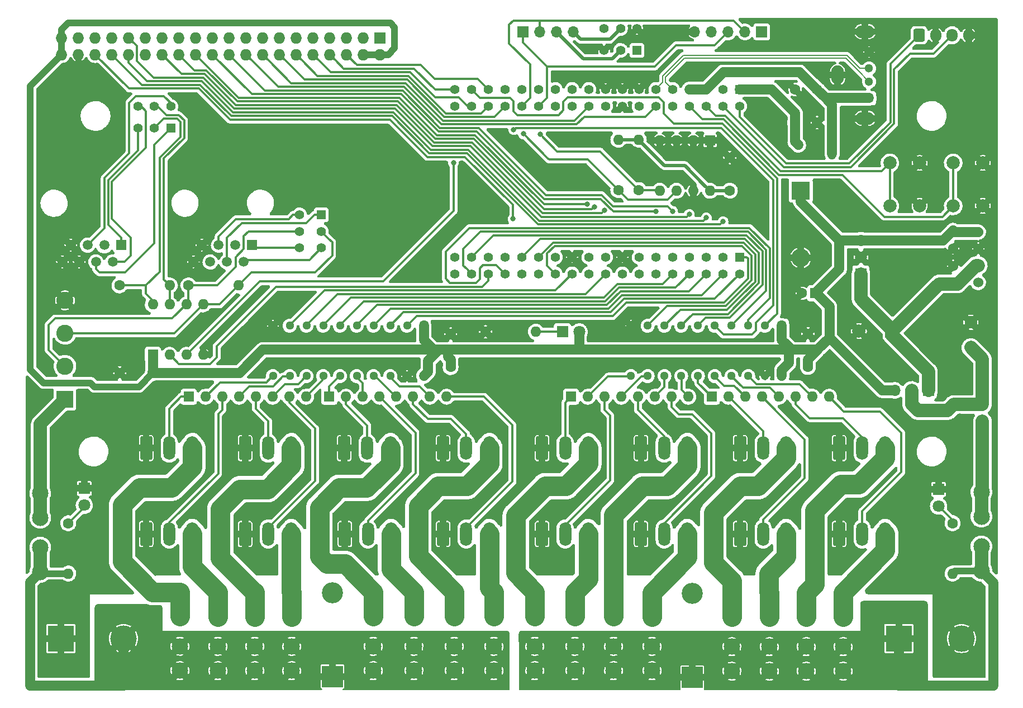
<source format=gbr>
G04 #@! TF.GenerationSoftware,KiCad,Pcbnew,(6.0.5)*
G04 #@! TF.CreationDate,2022-06-02T00:33:27-04:00*
G04 #@! TF.ProjectId,PB_16,50425f31-362e-46b6-9963-61645f706362,v1.0h*
G04 #@! TF.SameCoordinates,Original*
G04 #@! TF.FileFunction,Copper,L1,Top*
G04 #@! TF.FilePolarity,Positive*
%FSLAX46Y46*%
G04 Gerber Fmt 4.6, Leading zero omitted, Abs format (unit mm)*
G04 Created by KiCad (PCBNEW (6.0.5)) date 2022-06-02 00:33:27*
%MOMM*%
%LPD*%
G01*
G04 APERTURE LIST*
G04 Aperture macros list*
%AMRoundRect*
0 Rectangle with rounded corners*
0 $1 Rounding radius*
0 $2 $3 $4 $5 $6 $7 $8 $9 X,Y pos of 4 corners*
0 Add a 4 corners polygon primitive as box body*
4,1,4,$2,$3,$4,$5,$6,$7,$8,$9,$2,$3,0*
0 Add four circle primitives for the rounded corners*
1,1,$1+$1,$2,$3*
1,1,$1+$1,$4,$5*
1,1,$1+$1,$6,$7*
1,1,$1+$1,$8,$9*
0 Add four rect primitives between the rounded corners*
20,1,$1+$1,$2,$3,$4,$5,0*
20,1,$1+$1,$4,$5,$6,$7,0*
20,1,$1+$1,$6,$7,$8,$9,0*
20,1,$1+$1,$8,$9,$2,$3,0*%
G04 Aperture macros list end*
G04 #@! TA.AperFunction,ComponentPad*
%ADD10R,1.600000X1.600000*%
G04 #@! TD*
G04 #@! TA.AperFunction,ComponentPad*
%ADD11C,1.600000*%
G04 #@! TD*
G04 #@! TA.AperFunction,ComponentPad*
%ADD12RoundRect,0.250000X-0.650000X-1.550000X0.650000X-1.550000X0.650000X1.550000X-0.650000X1.550000X0*%
G04 #@! TD*
G04 #@! TA.AperFunction,ComponentPad*
%ADD13O,1.800000X3.600000*%
G04 #@! TD*
G04 #@! TA.AperFunction,ComponentPad*
%ADD14R,1.295400X1.295400*%
G04 #@! TD*
G04 #@! TA.AperFunction,ComponentPad*
%ADD15C,1.295400*%
G04 #@! TD*
G04 #@! TA.AperFunction,ComponentPad*
%ADD16C,2.475000*%
G04 #@! TD*
G04 #@! TA.AperFunction,ComponentPad*
%ADD17R,3.200000X3.200000*%
G04 #@! TD*
G04 #@! TA.AperFunction,ComponentPad*
%ADD18O,3.200000X3.200000*%
G04 #@! TD*
G04 #@! TA.AperFunction,ComponentPad*
%ADD19O,1.600000X1.600000*%
G04 #@! TD*
G04 #@! TA.AperFunction,ComponentPad*
%ADD20R,1.300000X1.300000*%
G04 #@! TD*
G04 #@! TA.AperFunction,ComponentPad*
%ADD21C,1.300000*%
G04 #@! TD*
G04 #@! TA.AperFunction,ComponentPad*
%ADD22O,2.900000X1.900000*%
G04 #@! TD*
G04 #@! TA.AperFunction,ComponentPad*
%ADD23O,1.900000X2.900000*%
G04 #@! TD*
G04 #@! TA.AperFunction,ComponentPad*
%ADD24R,1.700000X1.700000*%
G04 #@! TD*
G04 #@! TA.AperFunction,ComponentPad*
%ADD25O,1.700000X1.700000*%
G04 #@! TD*
G04 #@! TA.AperFunction,ComponentPad*
%ADD26R,1.727200X1.727200*%
G04 #@! TD*
G04 #@! TA.AperFunction,ComponentPad*
%ADD27O,1.727200X1.727200*%
G04 #@! TD*
G04 #@! TA.AperFunction,ComponentPad*
%ADD28R,1.800000X1.800000*%
G04 #@! TD*
G04 #@! TA.AperFunction,ComponentPad*
%ADD29C,1.800000*%
G04 #@! TD*
G04 #@! TA.AperFunction,ComponentPad*
%ADD30C,1.524000*%
G04 #@! TD*
G04 #@! TA.AperFunction,ComponentPad*
%ADD31C,1.270000*%
G04 #@! TD*
G04 #@! TA.AperFunction,ComponentPad*
%ADD32R,1.400000X1.400000*%
G04 #@! TD*
G04 #@! TA.AperFunction,ComponentPad*
%ADD33C,1.400000*%
G04 #@! TD*
G04 #@! TA.AperFunction,ComponentPad*
%ADD34R,1.408000X1.408000*%
G04 #@! TD*
G04 #@! TA.AperFunction,ComponentPad*
%ADD35C,1.408000*%
G04 #@! TD*
G04 #@! TA.AperFunction,ComponentPad*
%ADD36R,1.500000X1.500000*%
G04 #@! TD*
G04 #@! TA.AperFunction,ComponentPad*
%ADD37C,1.500000*%
G04 #@! TD*
G04 #@! TA.AperFunction,ComponentPad*
%ADD38RoundRect,0.250000X-0.600000X-0.725000X0.600000X-0.725000X0.600000X0.725000X-0.600000X0.725000X0*%
G04 #@! TD*
G04 #@! TA.AperFunction,ComponentPad*
%ADD39O,1.700000X1.950000*%
G04 #@! TD*
G04 #@! TA.AperFunction,ComponentPad*
%ADD40C,1.904000*%
G04 #@! TD*
G04 #@! TA.AperFunction,ComponentPad*
%ADD41R,2.000000X2.000000*%
G04 #@! TD*
G04 #@! TA.AperFunction,ComponentPad*
%ADD42C,2.000000*%
G04 #@! TD*
G04 #@! TA.AperFunction,ComponentPad*
%ADD43R,2.600000X2.600000*%
G04 #@! TD*
G04 #@! TA.AperFunction,ComponentPad*
%ADD44C,2.600000*%
G04 #@! TD*
G04 #@! TA.AperFunction,ComponentPad*
%ADD45R,2.800000X2.800000*%
G04 #@! TD*
G04 #@! TA.AperFunction,ComponentPad*
%ADD46O,2.800000X2.800000*%
G04 #@! TD*
G04 #@! TA.AperFunction,ComponentPad*
%ADD47R,4.000000X4.000000*%
G04 #@! TD*
G04 #@! TA.AperFunction,ComponentPad*
%ADD48C,4.000000*%
G04 #@! TD*
G04 #@! TA.AperFunction,ViaPad*
%ADD49C,0.800000*%
G04 #@! TD*
G04 #@! TA.AperFunction,Conductor*
%ADD50C,1.500000*%
G04 #@! TD*
G04 #@! TA.AperFunction,Conductor*
%ADD51C,1.000000*%
G04 #@! TD*
G04 #@! TA.AperFunction,Conductor*
%ADD52C,2.000000*%
G04 #@! TD*
G04 #@! TA.AperFunction,Conductor*
%ADD53C,0.350000*%
G04 #@! TD*
G04 #@! TA.AperFunction,Conductor*
%ADD54C,2.999999*%
G04 #@! TD*
G04 #@! TA.AperFunction,Conductor*
%ADD55C,3.000000*%
G04 #@! TD*
G04 #@! TA.AperFunction,Conductor*
%ADD56C,0.200000*%
G04 #@! TD*
G04 #@! TA.AperFunction,Conductor*
%ADD57C,0.500000*%
G04 #@! TD*
G04 APERTURE END LIST*
D10*
X190486112Y-93157800D03*
D11*
X188486112Y-93157800D03*
X189382400Y-104305100D03*
X189382400Y-99305100D03*
D12*
X89100000Y-129600000D03*
D13*
X92600000Y-129600000D03*
X96100000Y-129600000D03*
D12*
X119100000Y-116600000D03*
D13*
X122600000Y-116600000D03*
X126100000Y-116600000D03*
D12*
X119214342Y-129600000D03*
D13*
X122714342Y-129600000D03*
X126214342Y-129600000D03*
D12*
X134100000Y-116600000D03*
D13*
X137600000Y-116600000D03*
X141100000Y-116600000D03*
D12*
X134100000Y-129600000D03*
D13*
X137600000Y-129600000D03*
X141100000Y-129600000D03*
D12*
X149100000Y-116600000D03*
D13*
X152600000Y-116600000D03*
X156100000Y-116600000D03*
D12*
X149100000Y-129600000D03*
D13*
X152600000Y-129600000D03*
X156100000Y-129600000D03*
D12*
X164100000Y-116600000D03*
D13*
X167600000Y-116600000D03*
X171100000Y-116600000D03*
D12*
X164100000Y-129600000D03*
D13*
X167600000Y-129600000D03*
X171100000Y-129600000D03*
D12*
X179100000Y-116600000D03*
D13*
X182600000Y-116600000D03*
X186100000Y-116600000D03*
D12*
X179100000Y-129600000D03*
D13*
X182600000Y-129600000D03*
X186100000Y-129600000D03*
D12*
X194100000Y-116600000D03*
D13*
X197600000Y-116600000D03*
X201100000Y-116600000D03*
D12*
X194100000Y-129600000D03*
D13*
X197600000Y-129600000D03*
X201100000Y-129600000D03*
D14*
X185422600Y-98068600D03*
D15*
X182882600Y-98068600D03*
X180342600Y-98068600D03*
X177802600Y-98068600D03*
X175262600Y-98068600D03*
X172722600Y-98068600D03*
X170182600Y-98068600D03*
X167642600Y-98068600D03*
X165102600Y-98068600D03*
X162562600Y-98068600D03*
X162562600Y-105688600D03*
X165102600Y-105688600D03*
X167642600Y-105688600D03*
X170182600Y-105688600D03*
X172722600Y-105688600D03*
X175262600Y-105688600D03*
X177802600Y-105688600D03*
X180342600Y-105688600D03*
X182882600Y-105688600D03*
X185422600Y-105688600D03*
D16*
X94222600Y-150288600D03*
X94222600Y-146588600D03*
X94222600Y-142088600D03*
X94222600Y-138388600D03*
X135792600Y-150298600D03*
X135792600Y-146598600D03*
X135792600Y-142098600D03*
X135792600Y-138398600D03*
X183553100Y-150363600D03*
X183553100Y-146663600D03*
X183553100Y-142163600D03*
X183553100Y-138463600D03*
D17*
X171847600Y-151305000D03*
D18*
X171847600Y-138605000D03*
D11*
X135242300Y-104330500D03*
X135242300Y-99330500D03*
D16*
X99967600Y-150303600D03*
X99967600Y-146603600D03*
X99967600Y-142103600D03*
X99967600Y-138403600D03*
X129672600Y-150298600D03*
X129672600Y-146598600D03*
X129672600Y-142098600D03*
X129672600Y-138398600D03*
X141793100Y-150298600D03*
X141793100Y-146598600D03*
X141793100Y-142098600D03*
X141793100Y-138398600D03*
X148002600Y-150298600D03*
X148002600Y-146598600D03*
X148002600Y-142098600D03*
X148002600Y-138398600D03*
X154062600Y-150298600D03*
X154062600Y-146598600D03*
X154062600Y-142098600D03*
X154062600Y-138398600D03*
X194729100Y-150363600D03*
X194729100Y-146663600D03*
X194729100Y-142163600D03*
X194729100Y-138463600D03*
X123512600Y-150298600D03*
X123512600Y-146598600D03*
X123512600Y-142098600D03*
X123512600Y-138398600D03*
X105567600Y-150303600D03*
X105567600Y-146603600D03*
X105567600Y-142103600D03*
X105567600Y-138403600D03*
X177847600Y-150363600D03*
X177847600Y-146663600D03*
X177847600Y-142163600D03*
X177847600Y-138463600D03*
D10*
X95561500Y-108813600D03*
D19*
X98101500Y-108813600D03*
X100641500Y-108813600D03*
X103181500Y-108813600D03*
X105721500Y-108813600D03*
X108261500Y-108813600D03*
X110801500Y-108813600D03*
X113341500Y-108813600D03*
D16*
X159942600Y-150298600D03*
X159942600Y-146598600D03*
X159942600Y-142098600D03*
X159942600Y-138398600D03*
D10*
X153486200Y-108813600D03*
D19*
X156026200Y-108813600D03*
X158566200Y-108813600D03*
X161106200Y-108813600D03*
X163646200Y-108813600D03*
X166186200Y-108813600D03*
X168726200Y-108813600D03*
X171266200Y-108813600D03*
D10*
X174812600Y-108813600D03*
D19*
X177352600Y-108813600D03*
X179892600Y-108813600D03*
X182432600Y-108813600D03*
X184972600Y-108813600D03*
X187512600Y-108813600D03*
X190052600Y-108813600D03*
X192592600Y-108813600D03*
D10*
X116852700Y-108813600D03*
D19*
X119392700Y-108813600D03*
X121932700Y-108813600D03*
X124472700Y-108813600D03*
X127012700Y-108813600D03*
X129552700Y-108813600D03*
X132092700Y-108813600D03*
X134632700Y-108813600D03*
D16*
X111167600Y-150303600D03*
X111167600Y-146603600D03*
X111167600Y-142103600D03*
X111167600Y-138403600D03*
D12*
X89100000Y-116600000D03*
D13*
X92600000Y-116600000D03*
X96100000Y-116600000D03*
D12*
X104100000Y-116600000D03*
D13*
X107600000Y-116600000D03*
X111100000Y-116600000D03*
D12*
X104100000Y-129600000D03*
D13*
X107600000Y-129600000D03*
X111100000Y-129600000D03*
D17*
X117332600Y-151168600D03*
D18*
X117332600Y-138468600D03*
D20*
X198649800Y-63613600D03*
D21*
X198649800Y-61113600D03*
X198649800Y-59113600D03*
X198649800Y-56613600D03*
D22*
X198049800Y-66683600D03*
D23*
X193869800Y-60113600D03*
D22*
X198049800Y-53543600D03*
D11*
X85051000Y-91967800D03*
D19*
X92671000Y-91967800D03*
D11*
X95501000Y-91967800D03*
D19*
X103121000Y-91967800D03*
D24*
X182382600Y-53578600D03*
D25*
X179842600Y-53578600D03*
X177302600Y-53578600D03*
X174762600Y-53578600D03*
X172222600Y-53578600D03*
D16*
X189141100Y-150363600D03*
X189141100Y-146663600D03*
X189141100Y-142163600D03*
X189141100Y-138463600D03*
X165761100Y-150298600D03*
X165761100Y-146598600D03*
X165761100Y-142098600D03*
X165761100Y-138398600D03*
D26*
X124562600Y-54488600D03*
D27*
X124562600Y-57028600D03*
X122022600Y-54488600D03*
X122022600Y-57028600D03*
X119482600Y-54488600D03*
X119482600Y-57028600D03*
X116942600Y-54488600D03*
X116942600Y-57028600D03*
X114402600Y-54488600D03*
X114402600Y-57028600D03*
X111862600Y-54488600D03*
X111862600Y-57028600D03*
X109322600Y-54488600D03*
X109322600Y-57028600D03*
X106782600Y-54488600D03*
X106782600Y-57028600D03*
X104242600Y-54488600D03*
X104242600Y-57028600D03*
X101702600Y-54488600D03*
X101702600Y-57028600D03*
X99162600Y-54488600D03*
X99162600Y-57028600D03*
X96622600Y-54488600D03*
X96622600Y-57028600D03*
X94082600Y-54488600D03*
X94082600Y-57028600D03*
X91542600Y-54488600D03*
X91542600Y-57028600D03*
X89002600Y-54488600D03*
X89002600Y-57028600D03*
X86462600Y-54488600D03*
X86462600Y-57028600D03*
X83922600Y-54488600D03*
X83922600Y-57028600D03*
X81382600Y-54488600D03*
X81382600Y-57028600D03*
X78842600Y-54488600D03*
X78842600Y-57028600D03*
X76302600Y-54488600D03*
X76302600Y-57028600D03*
D28*
X197419000Y-90237800D03*
D29*
X197419000Y-87697800D03*
X197419000Y-85157800D03*
D30*
X215199000Y-83887800D03*
X215199000Y-86427800D03*
X215199000Y-88967800D03*
X215199000Y-91507800D03*
X211389000Y-83655860D03*
X211389000Y-86350800D03*
X211389000Y-89044800D03*
X211389000Y-91739740D03*
D14*
X131172600Y-98068600D03*
D15*
X128632600Y-98068600D03*
X126092600Y-98068600D03*
X123552600Y-98068600D03*
X121012600Y-98068600D03*
X118472600Y-98068600D03*
X115932600Y-98068600D03*
X113392600Y-98068600D03*
X110852600Y-98068600D03*
X108312600Y-98068600D03*
X108312600Y-105688600D03*
X110852600Y-105688600D03*
X113392600Y-105688600D03*
X115932600Y-105688600D03*
X118472600Y-105688600D03*
X121012600Y-105688600D03*
X123552600Y-105688600D03*
X126092600Y-105688600D03*
X128632600Y-105688600D03*
X131172600Y-105688600D03*
D31*
X193051000Y-72317800D03*
X187951000Y-70717800D03*
D32*
X115643800Y-81276600D03*
D33*
X115643800Y-83776600D03*
X115643800Y-86276600D03*
X112343800Y-81276600D03*
X112343800Y-83776600D03*
X112343800Y-86276600D03*
D11*
X190775800Y-62318600D03*
X190775800Y-67318600D03*
X187442600Y-67308600D03*
X187442600Y-62308600D03*
D34*
X179035700Y-62285200D03*
D35*
X179035700Y-64825200D03*
X176495700Y-62285200D03*
X176495700Y-64825200D03*
X173955700Y-62285200D03*
X173955700Y-64825200D03*
X171415700Y-62285200D03*
X171415700Y-64825200D03*
X168875700Y-62285200D03*
X168875700Y-64825200D03*
X166335700Y-62285200D03*
X166335700Y-64825200D03*
X163795700Y-62285200D03*
X163795700Y-64825200D03*
X161255700Y-62285200D03*
X161255700Y-64825200D03*
X158715700Y-62285200D03*
X158715700Y-64825200D03*
X156175700Y-62285200D03*
X156175700Y-64825200D03*
X153635700Y-62285200D03*
X153635700Y-64825200D03*
X151095700Y-62285200D03*
X151095700Y-64825200D03*
X148555700Y-62285200D03*
X148555700Y-64825200D03*
X146015700Y-62285200D03*
X146015700Y-64825200D03*
X143475700Y-62285200D03*
X143475700Y-64825200D03*
X140935700Y-62285200D03*
X140935700Y-64825200D03*
X138395700Y-62285200D03*
X138395700Y-64825200D03*
X135855700Y-62285200D03*
X135855700Y-64825200D03*
D34*
X179035700Y-87685200D03*
D35*
X179035700Y-90225200D03*
X176495700Y-87685200D03*
X176495700Y-90225200D03*
X173955700Y-87685200D03*
X173955700Y-90225200D03*
X171415700Y-87685200D03*
X171415700Y-90225200D03*
X168875700Y-87685200D03*
X168875700Y-90225200D03*
X166335700Y-87685200D03*
X166335700Y-90225200D03*
X163795700Y-87685200D03*
X163795700Y-90225200D03*
X161255700Y-87685200D03*
X161255700Y-90225200D03*
X158715700Y-87685200D03*
X158715700Y-90225200D03*
X156175700Y-87685200D03*
X156175700Y-90225200D03*
X153635700Y-87685200D03*
X153635700Y-90225200D03*
X151095700Y-87685200D03*
X151095700Y-90225200D03*
X148555700Y-87685200D03*
X148555700Y-90225200D03*
X146015700Y-87685200D03*
X146015700Y-90225200D03*
X143475700Y-87685200D03*
X143475700Y-90225200D03*
X140935700Y-87685200D03*
X140935700Y-90225200D03*
X138395700Y-87685200D03*
X138395700Y-90225200D03*
X135855700Y-87685200D03*
X135855700Y-90225200D03*
D24*
X146192600Y-53578600D03*
D25*
X148732600Y-53578600D03*
X151272600Y-53578600D03*
X153812600Y-53578600D03*
D36*
X105151000Y-85867800D03*
D37*
X103881000Y-88407800D03*
X102611000Y-85867800D03*
X101341000Y-88407800D03*
X100071000Y-85867800D03*
X98801000Y-88407800D03*
X97531000Y-85867800D03*
X96261000Y-88407800D03*
D28*
X79720200Y-122704000D03*
D29*
X79720200Y-125244000D03*
D28*
X209172200Y-122831000D03*
D29*
X209172200Y-125371000D03*
D11*
X77301000Y-127967800D03*
D19*
X77301000Y-135587800D03*
D11*
X211301000Y-127967800D03*
D19*
X211301000Y-135587800D03*
D24*
X207650800Y-107859200D03*
D25*
X205110800Y-107859200D03*
X202570800Y-107859200D03*
D28*
X152196000Y-98997800D03*
D29*
X154736000Y-98997800D03*
D11*
X140541000Y-98977800D03*
D19*
X148161000Y-98977800D03*
D38*
X206233800Y-54094600D03*
D39*
X208733800Y-54094600D03*
X211233800Y-54094600D03*
X213733800Y-54094600D03*
D32*
X163496200Y-56384600D03*
D33*
X160996200Y-56384600D03*
X158496200Y-56384600D03*
X163496200Y-53084600D03*
X160996200Y-53084600D03*
X158496200Y-53084600D03*
D16*
X215676000Y-135181800D03*
X215676000Y-131481800D03*
X215676000Y-126981800D03*
X215676000Y-123281800D03*
D24*
X215833600Y-107452800D03*
D25*
X215833600Y-109992800D03*
X215833600Y-112532800D03*
D40*
X214076459Y-101363160D03*
X214076459Y-97553160D03*
D41*
X202118800Y-98867600D03*
D42*
X197118800Y-98867600D03*
D11*
X163751000Y-77517800D03*
D19*
X163751000Y-69897800D03*
D11*
X160651000Y-77517800D03*
D19*
X160651000Y-69897800D03*
D10*
X174551000Y-70017800D03*
D19*
X172011000Y-70017800D03*
X169471000Y-70017800D03*
X166931000Y-70017800D03*
X166931000Y-77637800D03*
X169471000Y-77637800D03*
X172011000Y-77637800D03*
X174551000Y-77637800D03*
D11*
X177551000Y-77617800D03*
X177551000Y-72617800D03*
D42*
X206301000Y-79917800D03*
X206301000Y-73417800D03*
X201801000Y-73417800D03*
X201801000Y-79917800D03*
X215901000Y-73417800D03*
X215901000Y-79917800D03*
X211401000Y-79917800D03*
X211401000Y-73417800D03*
D11*
X90101000Y-105217800D03*
X85101000Y-105217800D03*
D43*
X76801000Y-109217800D03*
D44*
X76801000Y-104217800D03*
X76801000Y-99217800D03*
X76801000Y-94217800D03*
D10*
X90111000Y-102467800D03*
D19*
X92651000Y-102467800D03*
X95191000Y-102467800D03*
X97731000Y-102467800D03*
X97731000Y-94847800D03*
X95191000Y-94847800D03*
X92651000Y-94847800D03*
X90111000Y-94847800D03*
D36*
X85301000Y-85867800D03*
D37*
X84031000Y-88407800D03*
X82761000Y-85867800D03*
X81491000Y-88407800D03*
X80221000Y-85867800D03*
X78951000Y-88407800D03*
X77681000Y-85867800D03*
X76411000Y-88407800D03*
D45*
X188311000Y-77607800D03*
D46*
X188311000Y-87767800D03*
D47*
X203170400Y-145417400D03*
D48*
X212670400Y-145417400D03*
D47*
X76170400Y-145417400D03*
D48*
X85670400Y-145417400D03*
D32*
X92851000Y-68167800D03*
D33*
X90351000Y-68167800D03*
X87851000Y-68167800D03*
X92851000Y-64867800D03*
X90351000Y-64867800D03*
X87851000Y-64867800D03*
D16*
X73051000Y-135338600D03*
X73051000Y-131638600D03*
X73051000Y-127138600D03*
X73051000Y-123438600D03*
D49*
X128651000Y-119967800D03*
X82801000Y-138217800D03*
X99951000Y-96017800D03*
X75301000Y-113967800D03*
X209426000Y-101007600D03*
X142901000Y-81767800D03*
X186151000Y-96197800D03*
X150351000Y-76867800D03*
X109501000Y-79867800D03*
X85151000Y-63217800D03*
X106551000Y-92717800D03*
X81001000Y-81067800D03*
X203251000Y-137767800D03*
X83301000Y-91467800D03*
X194961000Y-83287800D03*
X94301000Y-100217800D03*
X125601000Y-68417800D03*
X91651000Y-109267800D03*
X199751000Y-137867800D03*
X216921000Y-94517800D03*
X167251000Y-110917800D03*
X169801000Y-60567800D03*
X129151000Y-99867800D03*
X204051000Y-133217800D03*
X98451000Y-114417800D03*
X157951000Y-112417800D03*
X217231000Y-82497800D03*
X210641000Y-94297800D03*
X75551000Y-133717800D03*
X187551000Y-120517800D03*
X204226000Y-105357600D03*
X109301000Y-93467800D03*
X133551000Y-106817800D03*
X93301000Y-76967800D03*
X133101000Y-110667800D03*
X202051000Y-135467800D03*
X94451000Y-63367800D03*
X142151000Y-126167800D03*
X88251000Y-104217800D03*
X158651000Y-77167800D03*
X93301000Y-82217800D03*
X113251000Y-93467800D03*
X165201000Y-95767800D03*
X79051000Y-105217800D03*
X198651000Y-109567800D03*
X143051000Y-69617800D03*
X87951000Y-100717800D03*
X103301000Y-79817800D03*
X83801000Y-135967800D03*
X137101000Y-74867800D03*
X74301000Y-104717800D03*
X106451000Y-68267800D03*
X207341000Y-83207800D03*
X88301000Y-95417800D03*
X205651000Y-99197800D03*
X75551000Y-125717800D03*
X158001000Y-121017800D03*
X85051000Y-137467800D03*
X98651000Y-119967800D03*
X123351000Y-110667800D03*
X82801000Y-133967800D03*
X157801000Y-103817800D03*
X173301000Y-114717800D03*
X139701000Y-111017800D03*
X182801000Y-83467800D03*
X151101000Y-60167800D03*
X80551000Y-138217800D03*
X73851000Y-76917800D03*
X199830076Y-73200455D03*
X71551000Y-129217800D03*
X173951000Y-59017800D03*
X203051000Y-77967800D03*
X142751000Y-121517800D03*
X82801000Y-131967800D03*
X180851000Y-74867800D03*
X117401000Y-89867800D03*
X190201000Y-106367800D03*
X99801000Y-89967800D03*
X73901000Y-82167800D03*
X137651000Y-103917800D03*
X187051000Y-53767800D03*
X168351000Y-125267800D03*
X75801000Y-101467800D03*
X127701000Y-91017800D03*
X94601000Y-111167800D03*
X71551000Y-107467800D03*
X133051000Y-90817800D03*
X74051000Y-62217800D03*
X126901000Y-87817800D03*
X186151000Y-56167800D03*
X203701000Y-111817800D03*
X211376000Y-107407600D03*
X106101000Y-105267800D03*
X192801000Y-103617800D03*
X212451000Y-111767800D03*
X143151000Y-113817800D03*
X100801000Y-103467800D03*
X79801000Y-108467800D03*
X134251000Y-74317800D03*
X193711000Y-76597800D03*
X151151000Y-69267800D03*
X185731000Y-80617800D03*
X204051000Y-130217800D03*
X127251000Y-113767800D03*
X117901000Y-83067800D03*
X217026000Y-101807600D03*
X198641000Y-81477800D03*
X154201000Y-111167800D03*
X144792600Y-68398600D03*
X135662600Y-73368602D03*
X148850998Y-69117800D03*
X146251014Y-69017800D03*
X144702600Y-81898600D03*
X168882728Y-80748600D03*
X176522600Y-82298598D03*
X173992600Y-81728600D03*
X157044578Y-80057400D03*
X155962600Y-79642821D03*
X166332600Y-80798600D03*
X171402600Y-81198598D03*
X158568568Y-80588600D03*
D50*
X90111000Y-102467800D02*
X90111000Y-105207800D01*
X190486112Y-93157800D02*
X190641000Y-93157800D01*
X186468200Y-103727014D02*
X186468200Y-101708600D01*
X188311000Y-79327800D02*
X194141000Y-85157800D01*
X190486112Y-93157800D02*
X194141000Y-89502912D01*
D51*
X80701000Y-106717800D02*
X73551000Y-106717800D01*
D50*
X131172600Y-100216300D02*
X132664900Y-101708600D01*
X211620940Y-83887800D02*
X211389000Y-83655860D01*
X187442600Y-70209400D02*
X187951000Y-70717800D01*
D51*
X126762600Y-56049914D02*
X125783914Y-57028600D01*
D50*
X106760200Y-101708600D02*
X133483800Y-101708600D01*
X183874800Y-62285200D02*
X179035700Y-62285200D01*
D51*
X90101000Y-105217800D02*
X88001000Y-107317800D01*
X76302600Y-57028600D02*
X76302600Y-54488600D01*
D50*
X132664900Y-101708600D02*
X134852600Y-101708600D01*
D51*
X88001000Y-107317800D02*
X81301000Y-107317800D01*
D50*
X131820299Y-105040901D02*
X131820299Y-103372101D01*
X190641000Y-93157800D02*
X192655400Y-95172200D01*
X132664900Y-101708600D02*
X133483800Y-101708600D01*
X185422600Y-100216300D02*
X186914900Y-101708600D01*
D51*
X76302600Y-53273600D02*
X77312600Y-52263600D01*
D50*
X90101000Y-105217800D02*
X103251000Y-105217800D01*
X154736000Y-98997800D02*
X154736000Y-101322800D01*
X200645200Y-107859200D02*
X202570800Y-107859200D01*
X131820299Y-103372101D02*
X133483800Y-101708600D01*
D51*
X73551000Y-106717800D02*
X71551000Y-104717800D01*
D50*
X192655400Y-99869400D02*
X200645200Y-107859200D01*
D51*
X126762600Y-52863600D02*
X126762600Y-56049914D01*
D50*
X186468200Y-101708600D02*
X190816200Y-101708600D01*
X134852600Y-101708600D02*
X154350200Y-101708600D01*
X134852600Y-102809430D02*
X134852600Y-101708600D01*
X154350200Y-101708600D02*
X157710200Y-101708600D01*
X197419000Y-85157800D02*
X209887060Y-85157800D01*
X192655400Y-95172200D02*
X192655400Y-99869400D01*
X187442600Y-67308600D02*
X187442600Y-70209400D01*
X157710200Y-101708600D02*
X186468200Y-101708600D01*
D51*
X126162600Y-52263600D02*
X126762600Y-52863600D01*
X71551000Y-104717800D02*
X71551000Y-61780200D01*
D50*
X154736000Y-101322800D02*
X154350200Y-101708600D01*
D51*
X122022600Y-57028600D02*
X124562600Y-57028600D01*
X76302600Y-54488600D02*
X76302600Y-53273600D01*
D50*
X90111000Y-105207800D02*
X90101000Y-105217800D01*
X209887060Y-85157800D02*
X211389000Y-83655860D01*
X189382400Y-104305100D02*
X189382400Y-103173730D01*
X135242300Y-103199130D02*
X134852600Y-102809430D01*
X131172600Y-98068600D02*
X131172600Y-100216300D01*
X188311000Y-77607800D02*
X188311000Y-79327800D01*
X185422600Y-105688600D02*
X185422600Y-104772614D01*
D51*
X77312600Y-52263600D02*
X126162600Y-52263600D01*
D50*
X185422600Y-98068600D02*
X185422600Y-100216300D01*
X187442600Y-65853000D02*
X183874800Y-62285200D01*
X135242300Y-104330500D02*
X135242300Y-103199130D01*
X192655400Y-99869400D02*
X190816200Y-101708600D01*
X189382400Y-103173730D02*
X190816200Y-101739930D01*
X185422600Y-104772614D02*
X186468200Y-103727014D01*
D51*
X125783914Y-57028600D02*
X124562600Y-57028600D01*
X81301000Y-107317800D02*
X80701000Y-106717800D01*
X75439001Y-57892199D02*
X76302600Y-57028600D01*
X71551000Y-61780200D02*
X75439001Y-57892199D01*
D50*
X103251000Y-105217800D02*
X106760200Y-101708600D01*
X194141000Y-89502912D02*
X194141000Y-85157800D01*
X131172600Y-105688600D02*
X131820299Y-105040901D01*
X133483800Y-101708600D02*
X134852600Y-101708600D01*
X134852600Y-101708600D02*
X131502600Y-101708600D01*
X194141000Y-85157800D02*
X197419000Y-85157800D01*
X190816200Y-101739930D02*
X190816200Y-101708600D01*
X187442600Y-67308600D02*
X187442600Y-65853000D01*
X215199000Y-83887800D02*
X211620940Y-83887800D01*
D52*
X206025600Y-110907200D02*
X210561600Y-110907200D01*
X211476000Y-109992800D02*
X215833600Y-109992800D01*
X205110800Y-109992400D02*
X206025600Y-110907200D01*
X210561600Y-110907200D02*
X211476000Y-109992800D01*
X205110800Y-107859200D02*
X205110800Y-109992400D01*
X215833600Y-103120301D02*
X214076459Y-101363160D01*
X215833600Y-107452800D02*
X215833600Y-109992800D01*
X215833600Y-107452800D02*
X215833600Y-103120301D01*
D53*
X109824014Y-105756900D02*
X110740000Y-105756900D01*
X108320114Y-107260800D02*
X109824014Y-105756900D01*
X104734300Y-107260800D02*
X108320114Y-107260800D01*
X103181500Y-108813600D02*
X104734300Y-107260800D01*
X100289300Y-106625800D02*
X107331100Y-106625800D01*
X98101500Y-108813600D02*
X100289300Y-106625800D01*
X107331100Y-106625800D02*
X108200000Y-105756900D01*
X121932700Y-108813600D02*
X121932700Y-106789600D01*
X121932700Y-106789600D02*
X120900000Y-105756900D01*
X118360000Y-105756900D02*
X116852700Y-107264200D01*
X116852700Y-107264200D02*
X116852700Y-108813600D01*
X115820000Y-106335100D02*
X115820000Y-105756900D01*
X113341500Y-108813600D02*
X115820000Y-106335100D01*
X112128300Y-106908600D02*
X112632301Y-106404599D01*
X112632301Y-106404599D02*
X113280000Y-105756900D01*
X110166500Y-106908600D02*
X112128300Y-106908600D01*
X108261500Y-108813600D02*
X110166500Y-106908600D01*
X127461900Y-107238800D02*
X130517900Y-107238800D01*
X125980000Y-105756900D02*
X127461900Y-107238800D01*
X130517900Y-107238800D02*
X132092700Y-108813600D01*
X123867100Y-105756900D02*
X126923800Y-108813600D01*
X126923800Y-108813600D02*
X127012700Y-108813600D01*
X123440000Y-105756900D02*
X123867100Y-105756900D01*
D52*
X76801000Y-109217800D02*
X73051000Y-112967800D01*
X73051000Y-112967800D02*
X73051000Y-123438600D01*
X73051000Y-127138600D02*
X73051000Y-123438600D01*
D50*
X71494610Y-152540790D02*
X85670400Y-152540790D01*
X73051000Y-135338600D02*
X71494610Y-136894990D01*
D51*
X73300200Y-135587800D02*
X73051000Y-135338600D01*
D52*
X73051000Y-131638600D02*
X73051000Y-135338600D01*
D50*
X71494610Y-136894990D02*
X71494610Y-152540790D01*
D51*
X77301000Y-135587800D02*
X73300200Y-135587800D01*
D50*
X85670400Y-152540790D02*
X85670400Y-145417400D01*
D54*
X88100000Y-122600000D02*
X85460000Y-125240000D01*
D55*
X90102600Y-138388600D02*
X94222600Y-138388600D01*
X85460000Y-125240000D02*
X85460000Y-133746000D01*
X92949000Y-122600000D02*
X96100000Y-119449000D01*
X85460000Y-133746000D02*
X90102600Y-138388600D01*
X96100000Y-119449000D02*
X96100000Y-116600000D01*
X88100000Y-122600000D02*
X92949000Y-122600000D01*
X94222600Y-138388600D02*
X94222600Y-142088600D01*
X99967600Y-142103600D02*
X99967600Y-138403600D01*
X99967600Y-138403600D02*
X96100000Y-134536000D01*
X96100000Y-134536000D02*
X96100000Y-129600000D01*
X105462000Y-138403600D02*
X100330000Y-133271600D01*
X105567600Y-138403600D02*
X105462000Y-138403600D01*
X111100000Y-119226200D02*
X111100000Y-116600000D01*
X103312600Y-122813600D02*
X107512600Y-122813600D01*
X100330000Y-125796200D02*
X103312600Y-122813600D01*
X100330000Y-133271600D02*
X100330000Y-125796200D01*
X105567600Y-138403600D02*
X105567600Y-142103600D01*
X107512600Y-122813600D02*
X111100000Y-119226200D01*
X111100000Y-138336000D02*
X111167600Y-138403600D01*
X111100000Y-129600000D02*
X111100000Y-138336000D01*
X111167600Y-142103600D02*
X111167600Y-138403600D01*
X116512600Y-134128600D02*
X115350000Y-132966000D01*
X119242600Y-134128600D02*
X116512600Y-134128600D01*
X122526200Y-122600000D02*
X126100000Y-119026200D01*
X126100000Y-119026200D02*
X126100000Y-116600000D01*
X123512600Y-142098600D02*
X123512600Y-138398600D01*
X118350000Y-122600000D02*
X122526200Y-122600000D01*
X115350000Y-125600000D02*
X118350000Y-122600000D01*
X123512600Y-138398600D02*
X119242600Y-134128600D01*
X115350000Y-132966000D02*
X115350000Y-125600000D01*
X129672600Y-138398600D02*
X126214342Y-134940342D01*
X126214342Y-134940342D02*
X126214342Y-129600000D01*
X129672600Y-138398600D02*
X129672600Y-142098600D01*
X130350000Y-132956000D02*
X135792600Y-138398600D01*
X141100000Y-118976200D02*
X141100000Y-116600000D01*
X137726200Y-122350000D02*
X141100000Y-118976200D01*
X130350000Y-125350000D02*
X130350000Y-132956000D01*
X130350000Y-125350000D02*
X133350000Y-122350000D01*
X133350000Y-122350000D02*
X137726200Y-122350000D01*
X135792600Y-142098600D02*
X135792600Y-138398600D01*
D52*
X215676000Y-131481800D02*
X215676000Y-135181800D01*
D50*
X217475990Y-152540790D02*
X203170400Y-152540790D01*
D51*
X211671000Y-135217800D02*
X215640000Y-135217800D01*
D50*
X217475990Y-136981790D02*
X217475990Y-152540790D01*
D52*
X215640000Y-135217800D02*
X215676000Y-135181800D01*
D50*
X203170400Y-152540790D02*
X203170400Y-145417400D01*
X215676000Y-135181800D02*
X217475990Y-136981790D01*
D51*
X211301000Y-135587800D02*
X211671000Y-135217800D01*
D55*
X141100000Y-129600000D02*
X141100000Y-137705500D01*
X141793100Y-142098600D02*
X141793100Y-138398600D01*
X141100000Y-137705500D02*
X141793100Y-138398600D01*
X148002600Y-138398600D02*
X145100000Y-135496000D01*
X145100000Y-135496000D02*
X145100000Y-126826200D01*
X145100000Y-126826200D02*
X149576200Y-122350000D01*
X149576200Y-122350000D02*
X152726200Y-122350000D01*
X152726200Y-122350000D02*
X156100000Y-118976200D01*
X148002600Y-142098600D02*
X148002600Y-138398600D01*
X156100000Y-118976200D02*
X156100000Y-116600000D01*
X154062600Y-138398600D02*
X154062600Y-142098600D01*
X154062600Y-138398600D02*
X156100000Y-136361200D01*
X156100000Y-136361200D02*
X156100000Y-129600000D01*
X164311200Y-122350000D02*
X168026200Y-122350000D01*
X159942600Y-142098600D02*
X159942600Y-138398600D01*
X159942600Y-138398600D02*
X159942600Y-126718600D01*
X171100000Y-119276200D02*
X171100000Y-116600000D01*
X159942600Y-126718600D02*
X164311200Y-122350000D01*
X168026200Y-122350000D02*
X171100000Y-119276200D01*
X165761100Y-138463600D02*
X171100000Y-133124700D01*
X171100000Y-133124700D02*
X171100000Y-129600000D01*
X165761100Y-142163600D02*
X165761100Y-138463600D01*
X175047600Y-133913511D02*
X175047600Y-126413600D01*
X175047600Y-126413600D02*
X179111200Y-122350000D01*
X179111200Y-122350000D02*
X181851233Y-122350000D01*
X177847600Y-142163600D02*
X177847600Y-138463600D01*
X177847600Y-138463600D02*
X177847600Y-136713511D01*
X186100000Y-118101233D02*
X186100000Y-116600000D01*
X181851233Y-122350000D02*
X186100000Y-118101233D01*
X177847600Y-136713511D02*
X175047600Y-133913511D01*
X186100000Y-132961200D02*
X186100000Y-129600000D01*
X183447600Y-135613600D02*
X186100000Y-132961200D01*
X183553100Y-138463600D02*
X183447600Y-138358100D01*
X183447600Y-138358100D02*
X183447600Y-135613600D01*
X183553100Y-142163600D02*
X183553100Y-138463600D01*
D54*
X201100000Y-116600000D02*
X201100000Y-118101232D01*
D55*
X190378599Y-126082601D02*
X190378599Y-137226101D01*
D54*
X201100000Y-118101232D02*
X197101232Y-122100000D01*
D55*
X189141100Y-138463600D02*
X190378599Y-137226101D01*
X189141100Y-142163600D02*
X189141100Y-138463600D01*
X194361200Y-122100000D02*
X190378599Y-126082601D01*
X197101232Y-122100000D02*
X194361200Y-122100000D01*
X194729100Y-138463600D02*
X201100000Y-132092700D01*
X201100000Y-132092700D02*
X201100000Y-129600000D01*
X194729100Y-142163600D02*
X194729100Y-138463600D01*
D53*
X92600000Y-110625100D02*
X94411500Y-108813600D01*
X92600000Y-118200000D02*
X92600000Y-110625100D01*
X94411500Y-108813600D02*
X95561500Y-108813600D01*
X92600000Y-127876200D02*
X92600000Y-129600000D01*
X100025000Y-120451200D02*
X92600000Y-127876200D01*
X100025000Y-111416370D02*
X100025000Y-120451200D01*
X100641500Y-110799870D02*
X100025000Y-111416370D01*
X100641500Y-108813600D02*
X100641500Y-110799870D01*
X107600000Y-112510000D02*
X107600000Y-116600000D01*
X105721500Y-110631500D02*
X107600000Y-112510000D01*
X105721500Y-110631500D02*
X105721500Y-108813600D01*
X114712600Y-113613600D02*
X114712600Y-121587400D01*
X107600000Y-128700000D02*
X107600000Y-129600000D01*
X114712600Y-121587400D02*
X107600000Y-128700000D01*
X110801500Y-109702500D02*
X114712600Y-113613600D01*
X110801500Y-108813600D02*
X110801500Y-109702500D01*
X122600000Y-113152270D02*
X122600000Y-113351000D01*
X119392700Y-109944970D02*
X122600000Y-113152270D01*
X122600000Y-113351000D02*
X122600000Y-116600000D01*
X119392700Y-108813600D02*
X119392700Y-109944970D01*
X122714342Y-127611858D02*
X122714342Y-129600000D01*
X129912600Y-114266200D02*
X129912600Y-120413600D01*
X124472700Y-108813600D02*
X124472700Y-108826300D01*
X129912600Y-120413600D02*
X122714342Y-127611858D01*
X124472700Y-108826300D02*
X129912600Y-114266200D01*
X137600000Y-114450000D02*
X135313600Y-112163600D01*
X131771330Y-112163600D02*
X135313600Y-112163600D01*
X129552700Y-108813600D02*
X129552700Y-109944970D01*
X137600000Y-116600000D02*
X137600000Y-114450000D01*
X129552700Y-109944970D02*
X131771330Y-112163600D01*
X137600000Y-129600000D02*
X137600000Y-128700000D01*
X144612600Y-121687400D02*
X144612600Y-113113600D01*
X134632700Y-108813600D02*
X140312600Y-108813600D01*
X137600000Y-128700000D02*
X144612600Y-121687400D01*
X144612600Y-113113600D02*
X140312600Y-108813600D01*
X152600000Y-116600000D02*
X152600000Y-109699800D01*
X152600000Y-109699800D02*
X153486200Y-108813600D01*
X158566200Y-110799870D02*
X159447600Y-111681270D01*
X158566200Y-108813600D02*
X158566200Y-110799870D01*
X152600000Y-128300000D02*
X152600000Y-129600000D01*
X159447600Y-121452400D02*
X152600000Y-128300000D01*
X159447600Y-111681270D02*
X159447600Y-121452400D01*
X167600000Y-114793600D02*
X163646200Y-110839800D01*
X167600000Y-116600000D02*
X167600000Y-114793600D01*
X163646200Y-110839800D02*
X163646200Y-108813600D01*
X171862600Y-111463600D02*
X169812600Y-111463600D01*
X169812600Y-111463600D02*
X168726200Y-110377200D01*
X167600000Y-129600000D02*
X167600000Y-127972800D01*
X168726200Y-110377200D02*
X168726200Y-108813600D01*
X174762600Y-120810200D02*
X174762600Y-114363600D01*
X167600000Y-127975928D02*
X167600000Y-129600000D01*
X174762600Y-114363600D02*
X171862600Y-111463600D01*
X167600000Y-127972800D02*
X174762600Y-120810200D01*
X182600000Y-116600000D02*
X182600000Y-114061000D01*
X182600000Y-114061000D02*
X177352600Y-108813600D01*
X182600000Y-129600000D02*
X182600000Y-127450000D01*
X184932600Y-111313600D02*
X182432600Y-108813600D01*
X182600000Y-127450000D02*
X188912600Y-121137400D01*
X188912600Y-121137400D02*
X188912600Y-115293600D01*
X188912600Y-115293600D02*
X184932600Y-111313600D01*
X194689600Y-112063600D02*
X197600000Y-114974000D01*
X197600000Y-114974000D02*
X197600000Y-116600000D01*
X187512600Y-108813600D02*
X187512600Y-109944970D01*
X189631230Y-112063600D02*
X194689600Y-112063600D01*
X187512600Y-109944970D02*
X189631230Y-112063600D01*
X200275400Y-111045400D02*
X203526600Y-114296600D01*
X203526600Y-114296600D02*
X203526600Y-120240200D01*
X194824400Y-111045400D02*
X200275400Y-111045400D01*
X197600000Y-126166800D02*
X197600000Y-129600000D01*
X192592600Y-108813600D02*
X194824400Y-111045400D01*
X203526600Y-120240200D02*
X197600000Y-126166800D01*
D56*
X197286197Y-59113600D02*
X198649800Y-59113600D01*
X167380700Y-60259100D02*
X170515000Y-57124800D01*
X195297397Y-57124800D02*
X197286197Y-59113600D01*
X170515000Y-57124800D02*
X195297397Y-57124800D01*
X167380700Y-61240200D02*
X167380700Y-60259100D01*
X166335700Y-62285200D02*
X167380700Y-61240200D01*
X196967998Y-59431798D02*
X198649800Y-61113600D01*
X167830700Y-60445500D02*
X170701400Y-57574800D01*
X167830700Y-61240200D02*
X167830700Y-60445500D01*
X168875700Y-62285200D02*
X167830700Y-61240200D01*
X170701400Y-57574800D02*
X195111000Y-57574800D01*
X195111000Y-57574800D02*
X196967998Y-59431798D01*
D50*
X171415700Y-62285200D02*
X173955700Y-62285200D01*
X173955700Y-62285200D02*
X176554300Y-59686600D01*
X198649800Y-63613600D02*
X192070800Y-63613600D01*
X193051000Y-72017800D02*
X193051000Y-64593800D01*
X188143800Y-59686600D02*
X190775800Y-62318600D01*
X192070800Y-63613600D02*
X190775800Y-62318600D01*
X176554300Y-59686600D02*
X188143800Y-59686600D01*
X193051000Y-64593800D02*
X192070800Y-63613600D01*
D53*
X171266200Y-108813600D02*
X171266200Y-108807600D01*
X171266200Y-108807600D02*
X170243500Y-107784900D01*
X170243500Y-107784900D02*
X170243500Y-105807700D01*
X170243500Y-105807700D02*
X170192700Y-105756900D01*
X167652700Y-107347100D02*
X167652700Y-105756900D01*
X166186200Y-108813600D02*
X167652700Y-107347100D01*
X164162900Y-105756900D02*
X165112700Y-105756900D01*
X161106200Y-108813600D02*
X164162900Y-105756900D01*
X162572700Y-105756900D02*
X159082900Y-105756900D01*
X159082900Y-105756900D02*
X156026200Y-108813600D01*
X180342600Y-105688600D02*
X181567610Y-106913610D01*
X181567610Y-106913610D02*
X188152610Y-106913610D01*
X188152610Y-106913610D02*
X189252601Y-108013601D01*
X189252601Y-108013601D02*
X190052600Y-108813600D01*
X184972600Y-108813600D02*
X183622621Y-107463621D01*
X179519421Y-107463621D02*
X177812700Y-105756900D01*
X183622621Y-107463621D02*
X179519421Y-107463621D01*
X175920399Y-106404599D02*
X175272700Y-105756900D01*
X176678400Y-107162600D02*
X175920399Y-106404599D01*
X178241600Y-107162600D02*
X176678400Y-107162600D01*
X179892600Y-108813600D02*
X178241600Y-107162600D01*
X172732700Y-105756900D02*
X172732700Y-106730800D01*
X174812600Y-108810700D02*
X174812600Y-108813600D01*
X172732700Y-106730800D02*
X174812600Y-108810700D01*
X183052578Y-86564242D02*
X180301970Y-83813634D01*
X137112600Y-88942100D02*
X137691701Y-89521201D01*
X139735766Y-83813634D02*
X137112600Y-86436800D01*
X180301970Y-83813634D02*
X139735766Y-83813634D01*
X137691701Y-89521201D02*
X138395700Y-90225200D01*
X183052578Y-92818622D02*
X183052578Y-86564242D01*
X137112600Y-86436800D02*
X137112600Y-88942100D01*
X177802600Y-98068600D02*
X183052578Y-92818622D01*
X173928089Y-96863111D02*
X172722600Y-98068600D01*
X180074149Y-84363645D02*
X182502567Y-86792063D01*
X177488089Y-96863111D02*
X173928089Y-96863111D01*
X182502567Y-86792063D02*
X182502567Y-91848633D01*
X138395700Y-87685200D02*
X141717255Y-84363645D01*
X141717255Y-84363645D02*
X180074149Y-84363645D01*
X182502567Y-91848633D02*
X177488089Y-96863111D01*
X183602589Y-86336421D02*
X183602589Y-93892625D01*
X134512600Y-90938600D02*
X134512600Y-86838600D01*
X140125600Y-88925600D02*
X139662600Y-89388600D01*
X135141200Y-91567200D02*
X134512600Y-90938600D01*
X183602589Y-93892625D02*
X180342600Y-97152614D01*
X139109000Y-91567200D02*
X135141200Y-91567200D01*
X134512600Y-86838600D02*
X138087577Y-83263623D01*
X139662600Y-91013600D02*
X139109000Y-91567200D01*
X142176100Y-88925600D02*
X140125600Y-88925600D01*
X138087577Y-83263623D02*
X180529791Y-83263623D01*
X180342600Y-97152614D02*
X180342600Y-98068600D01*
X143475700Y-90225200D02*
X142176100Y-88925600D01*
X180529791Y-83263623D02*
X183602589Y-86336421D01*
X139662600Y-89388600D02*
X139662600Y-91013600D01*
X184152600Y-76009400D02*
X184152600Y-94968600D01*
X181522600Y-97598600D02*
X181522600Y-98818600D01*
X180922600Y-99418600D02*
X176612600Y-99418600D01*
X176612600Y-99418600D02*
X175262600Y-98068600D01*
X144792600Y-68398600D02*
X145082600Y-68108600D01*
X145082600Y-68108600D02*
X176251800Y-68108600D01*
X181522600Y-98818600D02*
X180922600Y-99418600D01*
X184152600Y-94968600D02*
X181522600Y-97598600D01*
X176251800Y-68108600D02*
X184152600Y-76009400D01*
X181952556Y-91620812D02*
X177259768Y-96313600D01*
X181952556Y-87019884D02*
X181952556Y-91620812D01*
X171937600Y-96313600D02*
X170182600Y-98068600D01*
X179846328Y-84913656D02*
X181952556Y-87019884D01*
X146015700Y-87685200D02*
X148787244Y-84913656D01*
X148787244Y-84913656D02*
X179846328Y-84913656D01*
X177259768Y-96313600D02*
X171937600Y-96313600D01*
X179585554Y-93208567D02*
X179586969Y-93208567D01*
X181402545Y-87247705D02*
X179618507Y-85463667D01*
X170047600Y-95663600D02*
X177130521Y-95663600D01*
X167642600Y-98068600D02*
X170047600Y-95663600D01*
X177130521Y-95663600D02*
X179585554Y-93208567D01*
X150777233Y-85463667D02*
X148555700Y-87685200D01*
X179618507Y-85463667D02*
X150777233Y-85463667D01*
X179586969Y-93208567D02*
X181402545Y-91392991D01*
X181402545Y-91392991D02*
X181402545Y-87247705D01*
X151010422Y-86013678D02*
X179390686Y-86013678D01*
X149876500Y-89006000D02*
X149876500Y-87147600D01*
X180852534Y-91165170D02*
X179250393Y-92767311D01*
X176914120Y-95102878D02*
X168068322Y-95102878D01*
X168068322Y-95102878D02*
X165102600Y-98068600D01*
X180852534Y-87475526D02*
X180852534Y-91165170D01*
X179250393Y-92767311D02*
X179249687Y-92767311D01*
X151095700Y-90225200D02*
X149876500Y-89006000D01*
X179249687Y-92767311D02*
X176914120Y-95102878D01*
X149876500Y-87147600D02*
X151010422Y-86013678D01*
X179390686Y-86013678D02*
X180852534Y-87475526D01*
X116138377Y-92738523D02*
X110740000Y-98136900D01*
X153635700Y-90225200D02*
X151122377Y-92738523D01*
X151122377Y-92738523D02*
X116138377Y-92738523D01*
X155652366Y-93288534D02*
X118128366Y-93288534D01*
X158715700Y-90225200D02*
X155652366Y-93288534D01*
X118128366Y-93288534D02*
X113280000Y-98136900D01*
X120118355Y-93838545D02*
X115820000Y-98136900D01*
X158457589Y-93838545D02*
X154906224Y-93838545D01*
X154905724Y-93838045D02*
X150776272Y-93838045D01*
X167338122Y-91762778D02*
X160533356Y-91762778D01*
X154906224Y-93838545D02*
X154905724Y-93838045D01*
X150776272Y-93838045D02*
X150775772Y-93838545D01*
X150775772Y-93838545D02*
X120118355Y-93838545D01*
X160533356Y-91762778D02*
X158457589Y-93838545D01*
X168875700Y-90225200D02*
X167338122Y-91762778D01*
X169328111Y-92312789D02*
X160761178Y-92312789D01*
X171415700Y-90225200D02*
X169328111Y-92312789D01*
X160761178Y-92312789D02*
X158685411Y-94388556D01*
X151002887Y-94388556D02*
X122108344Y-94388556D01*
X158685411Y-94388556D02*
X154679110Y-94388556D01*
X151003887Y-94387556D02*
X151002887Y-94388556D01*
X154679110Y-94388556D02*
X154678110Y-94387556D01*
X122108344Y-94388556D02*
X118360000Y-98136900D01*
X154678110Y-94387556D02*
X151003887Y-94387556D01*
X124098333Y-94938567D02*
X120900000Y-98136900D01*
X154450496Y-94937067D02*
X151231502Y-94937067D01*
X151230002Y-94938567D02*
X124098333Y-94938567D01*
X151231502Y-94937067D02*
X151230002Y-94938567D01*
X154451996Y-94938567D02*
X154450496Y-94937067D01*
X171318100Y-92862800D02*
X160989000Y-92862800D01*
X158913233Y-94938567D02*
X154451996Y-94938567D01*
X160989000Y-92862800D02*
X158913233Y-94938567D01*
X173955700Y-90225200D02*
X171318100Y-92862800D01*
X176495700Y-90225200D02*
X173268055Y-93452845D01*
X151459117Y-95486578D02*
X151457117Y-95488578D01*
X151457117Y-95488578D02*
X126132622Y-95488578D01*
X159163322Y-95488578D02*
X154224882Y-95488578D01*
X154222882Y-95486578D02*
X151459117Y-95486578D01*
X154224882Y-95488578D02*
X154222882Y-95486578D01*
X173268055Y-93452845D02*
X161199055Y-93452845D01*
X126132622Y-95488578D02*
X123552600Y-98068600D01*
X161199055Y-93452845D02*
X159163322Y-95488578D01*
X151684232Y-96038589D02*
X128122611Y-96038589D01*
X175258044Y-94002856D02*
X161538044Y-94002856D01*
X153995268Y-96036089D02*
X151686732Y-96036089D01*
X159502311Y-96038589D02*
X153997768Y-96038589D01*
X128122611Y-96038589D02*
X126092600Y-98068600D01*
X151686732Y-96036089D02*
X151684232Y-96038589D01*
X153997768Y-96038589D02*
X153995268Y-96036089D01*
X161538044Y-94002856D02*
X159502311Y-96038589D01*
X179035700Y-90225200D02*
X175258044Y-94002856D01*
X161864333Y-94552867D02*
X159828600Y-96588600D01*
X151914347Y-96585600D02*
X151911347Y-96588600D01*
X159828600Y-96588600D02*
X153491967Y-96588600D01*
X180302534Y-90937338D02*
X176687005Y-94552867D01*
X151911347Y-96588600D02*
X130112600Y-96588600D01*
X180302534Y-87898034D02*
X180302534Y-90937338D01*
X179035700Y-87685200D02*
X180089700Y-87685200D01*
X153491967Y-96588600D02*
X153488967Y-96585600D01*
X180089700Y-87685200D02*
X180302534Y-87898034D01*
X176687005Y-94552867D02*
X161864333Y-94552867D01*
X130112600Y-96588600D02*
X128632600Y-98068600D01*
X153488967Y-96585600D02*
X151914347Y-96585600D01*
X144292600Y-63578600D02*
X139689100Y-63578600D01*
X152301000Y-64190200D02*
X152301000Y-65467800D01*
X184702110Y-75781784D02*
X176388126Y-67467800D01*
X152972600Y-63518600D02*
X152301000Y-64190200D01*
X152301000Y-65467800D02*
X151601054Y-66167746D01*
X176388126Y-67467800D02*
X169101000Y-67467800D01*
X167554900Y-64270900D02*
X166802600Y-63518600D01*
X144772600Y-65618600D02*
X144772600Y-64058600D01*
X167554900Y-65921700D02*
X167554900Y-64270900D01*
X166802600Y-63518600D02*
X152972600Y-63518600D01*
X184702110Y-96249090D02*
X184702110Y-75781784D01*
X139689100Y-63578600D02*
X138395700Y-62285200D01*
X145321746Y-66167746D02*
X144772600Y-65618600D01*
X182882600Y-98068600D02*
X184702110Y-96249090D01*
X144772600Y-64058600D02*
X144292600Y-63578600D01*
X169101000Y-67467800D02*
X167554900Y-65921700D01*
X151601054Y-66167746D02*
X145321746Y-66167746D01*
X94851011Y-66989978D02*
X94028822Y-66167789D01*
X94851011Y-69695622D02*
X94851011Y-66989978D01*
X92150989Y-66167789D02*
X90851000Y-64867800D01*
X91801000Y-91097800D02*
X91801000Y-72745633D01*
X91801000Y-72745633D02*
X94851011Y-69695622D01*
X92671000Y-91967800D02*
X92671000Y-94827800D01*
X92671000Y-91967800D02*
X91801000Y-91097800D01*
X94028822Y-66167789D02*
X92150989Y-66167789D01*
X91801000Y-66717800D02*
X93801000Y-66717800D01*
X89071000Y-91967800D02*
X86751000Y-91967800D01*
X94301000Y-67217800D02*
X94301000Y-69467800D01*
X85051000Y-91967800D02*
X86751000Y-91967800D01*
X89071000Y-91967800D02*
X89071000Y-93237800D01*
X91126002Y-89912798D02*
X89071000Y-91967800D01*
X89071000Y-93237800D02*
X90111000Y-94277800D01*
X94301000Y-69467800D02*
X91126002Y-72642798D01*
X93801000Y-66717800D02*
X94301000Y-67217800D01*
X91126002Y-72642798D02*
X91126002Y-89912798D01*
X90351000Y-68167800D02*
X91801000Y-66717800D01*
X90111000Y-94277800D02*
X90111000Y-94847800D01*
X114701000Y-90017800D02*
X117301000Y-87417800D01*
X117301000Y-85433800D02*
X116751000Y-84883800D01*
X100241000Y-94847800D02*
X97731000Y-94847800D01*
X117301000Y-87417800D02*
X117301000Y-85433800D01*
X97731000Y-94847800D02*
X93361000Y-99217800D01*
X103121000Y-91967800D02*
X100241000Y-94847800D01*
X116751000Y-84883800D02*
X115643800Y-83776600D01*
X103121000Y-91967800D02*
X105071000Y-90017800D01*
X93361000Y-99217800D02*
X76801000Y-99217800D01*
X105071000Y-90017800D02*
X114701000Y-90017800D01*
X95501000Y-91967800D02*
X99851000Y-91967800D01*
X95191000Y-94847800D02*
X93071000Y-96967800D01*
X95501000Y-94537800D02*
X95191000Y-94847800D01*
X74301000Y-101717800D02*
X76801000Y-104217800D01*
X102651000Y-87717800D02*
X102651000Y-89167800D01*
X112343800Y-83776600D02*
X104642200Y-83776600D01*
X103901000Y-84517800D02*
X103901000Y-86467800D01*
X93071000Y-96967800D02*
X75301000Y-96967800D01*
X103901000Y-86467800D02*
X102651000Y-87717800D01*
X104642200Y-83776600D02*
X103901000Y-84517800D01*
X102651000Y-89167800D02*
X99851000Y-91967800D01*
X74301000Y-97967800D02*
X74301000Y-101717800D01*
X75301000Y-96967800D02*
X74301000Y-97967800D01*
X95501000Y-91967800D02*
X95501000Y-94537800D01*
X99801000Y-101146000D02*
X108770200Y-92176800D01*
X108770200Y-92176800D02*
X139979706Y-92176800D01*
X139979706Y-92176800D02*
X140935700Y-91220806D01*
X99801000Y-102845800D02*
X99801000Y-101146000D01*
X140935700Y-91220806D02*
X140935700Y-90225200D01*
X92651000Y-102467800D02*
X94015000Y-103831800D01*
X94015000Y-103831800D02*
X98815000Y-103831800D01*
X98815000Y-103831800D02*
X99801000Y-102845800D01*
X106291000Y-91367800D02*
X95191000Y-102467800D01*
X135682600Y-80686200D02*
X125001000Y-91367800D01*
X135682600Y-73368602D02*
X135682600Y-80686200D01*
X125001000Y-91367800D02*
X106291000Y-91367800D01*
X135662600Y-73368602D02*
X135682600Y-73368602D01*
D57*
X163751000Y-69897800D02*
X160651000Y-69897800D01*
X174571000Y-77617800D02*
X174551000Y-77637800D01*
X163751000Y-69917800D02*
X167651000Y-73817800D01*
X177551000Y-77617800D02*
X174571000Y-77617800D01*
X170731000Y-73817800D02*
X173751001Y-76837801D01*
X173751001Y-76837801D02*
X174551000Y-77637800D01*
X167651000Y-73817800D02*
X170731000Y-73817800D01*
D53*
X166811000Y-77517800D02*
X166931000Y-77637800D01*
X149831000Y-58848400D02*
X149805600Y-58823000D01*
X169389000Y-55622600D02*
X175258600Y-55622600D01*
X146192600Y-53578600D02*
X146192600Y-55210000D01*
X163751000Y-77517800D02*
X157901000Y-71667800D01*
X175258600Y-55622600D02*
X176452601Y-54428599D01*
X148555700Y-64825200D02*
X149831000Y-63549900D01*
X149831000Y-63549900D02*
X149831000Y-58848400D01*
X149805600Y-58823000D02*
X166188600Y-58823000D01*
X146192600Y-55210000D02*
X149805600Y-58823000D01*
X176452601Y-54428599D02*
X177302600Y-53578600D01*
X163751000Y-77517800D02*
X166811000Y-77517800D01*
X166188600Y-58823000D02*
X169389000Y-55622600D01*
X157901000Y-71667800D02*
X151400998Y-71667800D01*
X151400998Y-71667800D02*
X148850998Y-69117800D01*
X148732600Y-51868600D02*
X148732600Y-53578600D01*
X178132600Y-51868600D02*
X150442600Y-51868600D01*
X147322600Y-63538600D02*
X147322600Y-58528600D01*
X179842600Y-53578600D02*
X178132600Y-51868600D01*
X168091000Y-79017800D02*
X168671001Y-78437799D01*
X162151000Y-79017800D02*
X168091000Y-79017800D01*
X150151014Y-72917800D02*
X149951007Y-72717793D01*
X144122600Y-52468600D02*
X144722600Y-51868600D01*
X156851000Y-73717800D02*
X156051000Y-72917800D01*
X146036000Y-64825200D02*
X147322600Y-63538600D01*
X144122600Y-55328600D02*
X144122600Y-52468600D01*
X160651000Y-77517800D02*
X162151000Y-79017800D01*
X144722600Y-51868600D02*
X150442600Y-51868600D01*
X156051000Y-72917800D02*
X150151014Y-72917800D01*
X160651000Y-77517800D02*
X156851000Y-73717800D01*
X146015700Y-64825200D02*
X146036000Y-64825200D01*
X149951007Y-72717793D02*
X146251014Y-69017800D01*
X168671001Y-78437799D02*
X169471000Y-77637800D01*
X147322600Y-58528600D02*
X144122600Y-55328600D01*
X150442600Y-51868600D02*
X148732600Y-51868600D01*
X144702600Y-81332915D02*
X144702600Y-81898600D01*
X137432600Y-72508600D02*
X144702600Y-79778600D01*
X131702600Y-72508600D02*
X137432600Y-72508600D01*
X126062610Y-66868610D02*
X131702600Y-72508600D01*
X101795618Y-66868610D02*
X126062610Y-66868610D01*
X86492665Y-62138665D02*
X97065673Y-62138665D01*
X97065673Y-62138665D02*
X101795618Y-66868610D01*
X81382600Y-57028600D02*
X86492665Y-62138665D01*
X144702600Y-79778600D02*
X144702600Y-81332915D01*
X101702600Y-57028600D02*
X107122534Y-62448534D01*
X139498245Y-68104245D02*
X149711800Y-78317800D01*
X149711800Y-78317800D02*
X158173168Y-78317800D01*
X107122534Y-62448534D02*
X127955197Y-62448534D01*
X159873168Y-80017800D02*
X168151928Y-80017800D01*
X127955197Y-62448534D02*
X133610908Y-68104245D01*
X168482729Y-80348601D02*
X168882728Y-80748600D01*
X168151928Y-80017800D02*
X168482729Y-80348601D01*
X133610908Y-68104245D02*
X139498245Y-68104245D01*
X158173168Y-78317800D02*
X159873168Y-80017800D01*
X132016154Y-71954322D02*
X137700489Y-71954322D01*
X137700489Y-71954322D02*
X148459779Y-82713612D01*
X176107586Y-82713612D02*
X176122601Y-82698597D01*
X102023440Y-66318600D02*
X126380432Y-66318600D01*
X88482654Y-61588654D02*
X97293494Y-61588654D01*
X176122601Y-82698597D02*
X176522600Y-82298598D01*
X83922600Y-57028600D02*
X88482654Y-61588654D01*
X126380432Y-66318600D02*
X132016154Y-71954322D01*
X97293494Y-61588654D02*
X102023440Y-66318600D01*
X148459779Y-82713612D02*
X176107586Y-82713612D01*
X128183019Y-61898523D02*
X109112523Y-61898523D01*
X166335700Y-64825200D02*
X164743111Y-66417789D01*
X154336734Y-67554234D02*
X133838730Y-67554234D01*
X164743111Y-66417789D02*
X155473178Y-66417789D01*
X133838730Y-67554234D02*
X128183019Y-61898523D01*
X155473178Y-66417789D02*
X154336734Y-67554234D01*
X109112523Y-61898523D02*
X105106199Y-57892199D01*
X105106199Y-57892199D02*
X104242600Y-57028600D01*
X132243976Y-71404311D02*
X137928311Y-71404311D01*
X102231272Y-65748600D02*
X126588265Y-65748600D01*
X97521317Y-61038645D02*
X102231272Y-65748600D01*
X86462600Y-57028600D02*
X86462600Y-58249914D01*
X89251331Y-61038645D02*
X97521317Y-61038645D01*
X148687601Y-82163601D02*
X173557599Y-82163601D01*
X86462600Y-58249914D02*
X89251331Y-61038645D01*
X173557599Y-82163601D02*
X173592601Y-82128599D01*
X173592601Y-82128599D02*
X173992600Y-81728600D01*
X126588265Y-65748600D02*
X132243976Y-71404311D01*
X137928311Y-71404311D02*
X148687601Y-82163601D01*
X156175700Y-64825200D02*
X153996677Y-67004223D01*
X134066552Y-67004223D02*
X128410841Y-61348512D01*
X128410841Y-61348512D02*
X111102512Y-61348512D01*
X107646199Y-57892199D02*
X106782600Y-57028600D01*
X153996677Y-67004223D02*
X134066552Y-67004223D01*
X111102512Y-61348512D02*
X107646199Y-57892199D01*
X141846688Y-66454212D02*
X134294374Y-66454212D01*
X134294374Y-66454212D02*
X128638663Y-60798501D01*
X128638663Y-60798501D02*
X113092501Y-60798501D01*
X143475700Y-64825200D02*
X141846688Y-66454212D01*
X110186199Y-57892199D02*
X109322600Y-57028600D01*
X113092501Y-60798501D02*
X110186199Y-57892199D01*
X112726199Y-57892199D02*
X111862600Y-57028600D01*
X140935700Y-64825200D02*
X139856699Y-65904201D01*
X128866485Y-60248490D02*
X115082490Y-60248490D01*
X115082490Y-60248490D02*
X112726199Y-57892199D01*
X139856699Y-65904201D02*
X134522196Y-65904201D01*
X134522196Y-65904201D02*
X128866485Y-60248490D01*
X156643367Y-80458611D02*
X156644579Y-80457399D01*
X98204779Y-59388611D02*
X102914734Y-64098567D01*
X102914734Y-64098567D02*
X127271731Y-64098567D01*
X96442611Y-59388611D02*
X98204779Y-59388611D01*
X127271731Y-64098567D02*
X132927442Y-69754278D01*
X156644579Y-80457399D02*
X157044578Y-80057400D01*
X94082600Y-57028600D02*
X96442611Y-59388611D01*
X132927442Y-69754278D02*
X138710445Y-69754278D01*
X138710445Y-69754278D02*
X149414778Y-80458611D01*
X149414778Y-80458611D02*
X156643367Y-80458611D01*
X132884416Y-63488588D02*
X129094307Y-59698479D01*
X137829200Y-64825200D02*
X136492588Y-63488588D01*
X117072479Y-59698479D02*
X115266199Y-57892199D01*
X115266199Y-57892199D02*
X114402600Y-57028600D01*
X129094307Y-59698479D02*
X117072479Y-59698479D01*
X136492588Y-63488588D02*
X132884416Y-63488588D01*
X138395700Y-64825200D02*
X137829200Y-64825200D01*
X127499553Y-63548556D02*
X133155264Y-69204267D01*
X103142556Y-63548556D02*
X108654726Y-63548556D01*
X133155264Y-69204267D02*
X138938267Y-69204267D01*
X138938267Y-69204267D02*
X149376821Y-79642821D01*
X108654726Y-63548556D02*
X127499553Y-63548556D01*
X96622600Y-57028600D02*
X103142556Y-63548556D01*
X155396915Y-79642821D02*
X155962600Y-79642821D01*
X149376821Y-79642821D02*
X155396915Y-79642821D01*
X117806199Y-57892199D02*
X116942600Y-57028600D01*
X132868400Y-62285200D02*
X129801000Y-59217800D01*
X119062468Y-59148468D02*
X117806199Y-57892199D01*
X129731668Y-59148468D02*
X119062468Y-59148468D01*
X129801000Y-59217800D02*
X129731668Y-59148468D01*
X135855700Y-62285200D02*
X132868400Y-62285200D01*
X165766915Y-80798600D02*
X166332600Y-80798600D01*
X139188256Y-68654256D02*
X149401811Y-78867811D01*
X159876136Y-80798600D02*
X165766915Y-80798600D01*
X99162600Y-57028600D02*
X105132545Y-62998545D01*
X157945347Y-78867811D02*
X159876136Y-80798600D01*
X127727375Y-62998545D02*
X133383086Y-68654256D01*
X105132545Y-62998545D02*
X127727375Y-62998545D01*
X149401811Y-78867811D02*
X157945347Y-78867811D01*
X133383086Y-68654256D02*
X139188256Y-68654256D01*
X139368300Y-60717800D02*
X140935700Y-62285200D01*
X132801000Y-60717800D02*
X139368300Y-60717800D01*
X119482600Y-57028600D02*
X121052457Y-58598457D01*
X121052457Y-58598457D02*
X130681657Y-58598457D01*
X130681657Y-58598457D02*
X132801000Y-60717800D01*
D52*
X215199000Y-88967800D02*
X214823582Y-88967800D01*
X202118800Y-98867600D02*
X202118800Y-98700400D01*
X212051642Y-91739740D02*
X211389000Y-91739740D01*
X197419000Y-94000600D02*
X197419000Y-90237800D01*
X211389000Y-91739740D02*
X209246660Y-91739740D01*
X214823582Y-88967800D02*
X212051642Y-91739740D01*
X202118800Y-98700400D02*
X197419000Y-94000600D01*
X209246660Y-91739740D02*
X202118800Y-98867600D01*
X202118800Y-99477200D02*
X207650800Y-105009200D01*
X207650800Y-105009200D02*
X207650800Y-107859200D01*
D53*
X97749138Y-60488634D02*
X90202634Y-60488634D01*
X87701201Y-57987201D02*
X87701201Y-55727201D01*
X102459093Y-65198589D02*
X97749138Y-60488634D01*
X171402600Y-81198598D02*
X171002601Y-81598597D01*
X126816087Y-65198589D02*
X102459093Y-65198589D01*
X87701201Y-55727201D02*
X87326199Y-55352199D01*
X132471798Y-70854300D02*
X126816087Y-65198589D01*
X87326199Y-55352199D02*
X86462600Y-54488600D01*
X171002601Y-81598597D02*
X148999098Y-81598597D01*
X138254801Y-70854300D02*
X132471798Y-70854300D01*
X90202634Y-60488634D02*
X87701201Y-57987201D01*
X148999098Y-81598597D02*
X138254801Y-70854300D01*
X127043909Y-64648578D02*
X132699620Y-70304289D01*
X138482623Y-70304289D02*
X149186956Y-81008622D01*
X132699620Y-70304289D02*
X138482623Y-70304289D01*
X91542600Y-57028600D02*
X94452624Y-59938624D01*
X97976960Y-59938624D02*
X102686912Y-64648578D01*
X102686912Y-64648578D02*
X127043909Y-64648578D01*
X158148546Y-81008622D02*
X158168569Y-80988599D01*
X158168569Y-80988599D02*
X158568568Y-80588600D01*
X149186956Y-81008622D02*
X158148546Y-81008622D01*
X94452624Y-59938624D02*
X97976960Y-59938624D01*
X202450511Y-59268289D02*
X204851000Y-56867800D01*
X202450511Y-67485414D02*
X202450511Y-59268289D01*
X176495700Y-64825200D02*
X185739277Y-74068777D01*
X185739277Y-74068777D02*
X195867149Y-74068777D01*
X204851000Y-56867800D02*
X208460600Y-56867800D01*
X208460600Y-56867800D02*
X211233800Y-54094600D01*
X195867149Y-74068777D02*
X202450511Y-67485414D01*
X201901000Y-67257800D02*
X195639533Y-73519267D01*
X201901000Y-58427400D02*
X201901000Y-67257800D01*
X195639533Y-73519267D02*
X186062467Y-73519267D01*
X179035700Y-66492500D02*
X179035700Y-64825200D01*
X206233800Y-54094600D02*
X201901000Y-58427400D01*
X186062467Y-73519267D02*
X179035700Y-66492500D01*
D57*
X154942200Y-54708200D02*
X153812600Y-53578600D01*
X159372600Y-54708200D02*
X154942200Y-54708200D01*
X160996200Y-53084600D02*
X159372600Y-54708200D01*
X152122599Y-54428599D02*
X151272600Y-53578600D01*
X155328601Y-57634601D02*
X152122599Y-54428599D01*
X160996200Y-56384600D02*
X159746199Y-57634601D01*
X159746199Y-57634601D02*
X155328601Y-57634601D01*
D52*
X215833600Y-112532800D02*
X215833600Y-123124200D01*
X215676000Y-126981800D02*
X215676000Y-123281800D01*
X215833600Y-123124200D02*
X215676000Y-123281800D01*
D53*
X201801000Y-73417800D02*
X201801000Y-74832013D01*
X175398300Y-66267800D02*
X173955700Y-64825200D01*
X201801000Y-73417800D02*
X200551980Y-74666820D01*
X185225020Y-74666820D02*
X176826000Y-66267800D01*
X176826000Y-66267800D02*
X175398300Y-66267800D01*
X201801000Y-74832013D02*
X201801000Y-79917800D01*
X200551980Y-74666820D02*
X185225020Y-74666820D01*
X194650020Y-75216820D02*
X184982895Y-75216820D01*
X209751000Y-81567800D02*
X201001000Y-81567800D01*
X211401000Y-79917800D02*
X211401000Y-73417800D01*
X176583886Y-66817811D02*
X173408311Y-66817811D01*
X173408311Y-66817811D02*
X171415700Y-64825200D01*
X211401000Y-79917800D02*
X209751000Y-81567800D01*
X184982895Y-75216820D02*
X176583886Y-66817811D01*
X201001000Y-81567800D02*
X194650020Y-75216820D01*
X112343800Y-81276600D02*
X111353851Y-81276600D01*
X111353851Y-81276600D02*
X110712651Y-81917800D01*
X100071000Y-84547800D02*
X100071000Y-85867800D01*
X102701000Y-81917800D02*
X100071000Y-84547800D01*
X110712651Y-81917800D02*
X102701000Y-81917800D01*
X115643800Y-81276600D02*
X114593800Y-81276600D01*
X101341000Y-88357800D02*
X101391000Y-88407800D01*
X113352600Y-82517800D02*
X103601000Y-82517800D01*
X101341000Y-84777800D02*
X101341000Y-88357800D01*
X114593800Y-81276600D02*
X113352600Y-82517800D01*
X103601000Y-82517800D02*
X101341000Y-84777800D01*
X115643800Y-86276600D02*
X113823201Y-88097199D01*
X113823201Y-88097199D02*
X104241601Y-88097199D01*
X104241601Y-88097199D02*
X103931000Y-88407800D01*
X105523000Y-86276600D02*
X105153600Y-85907200D01*
X112343800Y-86276600D02*
X105523000Y-86276600D01*
X86551000Y-71967800D02*
X82801000Y-75717800D01*
X86551000Y-64317800D02*
X86551000Y-71967800D01*
X93351000Y-64867800D02*
X91801000Y-63317800D01*
X82801000Y-75717800D02*
X82801000Y-83287800D01*
X87551000Y-63317800D02*
X86551000Y-64317800D01*
X82801000Y-83287800D02*
X80970999Y-85117801D01*
X80970999Y-85117801D02*
X80221000Y-85867800D01*
X91801000Y-63317800D02*
X87551000Y-63317800D01*
X81990340Y-89967800D02*
X85951000Y-89967800D01*
X81491000Y-88407800D02*
X81491000Y-89468460D01*
X85951000Y-89967800D02*
X90301000Y-85617800D01*
X90301000Y-85617800D02*
X90301000Y-70717800D01*
X81491000Y-89468460D02*
X81990340Y-89967800D01*
X90301000Y-70717800D02*
X92851000Y-68167800D01*
X85811000Y-88407800D02*
X86751000Y-87467800D01*
X86751000Y-84717800D02*
X83901022Y-81867822D01*
X84031000Y-88407800D02*
X85811000Y-88407800D01*
X89050999Y-65567799D02*
X88351000Y-64867800D01*
X89051000Y-71117800D02*
X89050999Y-65567799D01*
X86751000Y-87467800D02*
X86751000Y-84717800D01*
X83901022Y-76267778D02*
X89051000Y-71117800D01*
X83901022Y-81867822D02*
X83901022Y-76267778D01*
X85301000Y-84767800D02*
X85301000Y-85867800D01*
X87851000Y-68167800D02*
X87851000Y-71539967D01*
X83351011Y-76039956D02*
X83351011Y-82817811D01*
X83351011Y-82817811D02*
X85301000Y-84767800D01*
X87851000Y-71539967D02*
X83351011Y-76039956D01*
X211301000Y-127499800D02*
X209172200Y-125371000D01*
X211301000Y-127967800D02*
X211301000Y-127499800D01*
X77301000Y-127967800D02*
X79720200Y-125548600D01*
X79720200Y-125548600D02*
X79720200Y-125244000D01*
X152176000Y-98977800D02*
X152196000Y-98997800D01*
X148161000Y-98977800D02*
X152176000Y-98977800D01*
G04 #@! TA.AperFunction,Conductor*
G36*
X71159100Y-105610289D02*
G01*
X71205906Y-105646205D01*
X72851560Y-107291859D01*
X72863114Y-107305387D01*
X72863225Y-107305287D01*
X72871150Y-107314088D01*
X72878112Y-107323671D01*
X72915641Y-107357462D01*
X72926529Y-107367266D01*
X72935111Y-107375410D01*
X72947620Y-107387919D01*
X72961390Y-107399070D01*
X72970365Y-107406736D01*
X72996058Y-107429870D01*
X73018784Y-107450333D01*
X73029040Y-107456255D01*
X73038623Y-107463217D01*
X73038536Y-107463337D01*
X73038634Y-107463405D01*
X73038715Y-107463280D01*
X73048646Y-107469729D01*
X73057851Y-107477183D01*
X73068404Y-107482560D01*
X73068407Y-107482562D01*
X73115906Y-107506764D01*
X73126277Y-107512394D01*
X73182716Y-107544979D01*
X73193983Y-107548640D01*
X73204800Y-107553456D01*
X73204739Y-107553593D01*
X73204846Y-107553637D01*
X73204899Y-107553498D01*
X73215959Y-107557743D01*
X73226512Y-107563120D01*
X73283620Y-107578422D01*
X73289445Y-107579983D01*
X73300778Y-107583340D01*
X73362744Y-107603474D01*
X73374527Y-107604712D01*
X73386111Y-107607175D01*
X73386080Y-107607322D01*
X73386191Y-107607342D01*
X73386214Y-107607194D01*
X73397908Y-107609046D01*
X73409354Y-107612113D01*
X73430466Y-107613219D01*
X73474405Y-107615522D01*
X73486198Y-107616450D01*
X73497919Y-107617682D01*
X73497938Y-107617683D01*
X73503808Y-107618300D01*
X73521508Y-107618300D01*
X73533334Y-107618610D01*
X73598388Y-107622019D01*
X73610081Y-107620167D01*
X73621917Y-107619547D01*
X73621925Y-107619695D01*
X73639658Y-107618300D01*
X74878332Y-107618300D01*
X74970254Y-107637839D01*
X75046283Y-107693076D01*
X75093271Y-107774462D01*
X75103094Y-107867923D01*
X75101974Y-107876427D01*
X75101888Y-107877515D01*
X75100500Y-107886281D01*
X75100500Y-108844082D01*
X75080961Y-108936004D01*
X75034306Y-109003888D01*
X72101677Y-111936517D01*
X72089991Y-111947405D01*
X72062184Y-111971535D01*
X72043336Y-111987890D01*
X71975087Y-112071126D01*
X71973226Y-112073363D01*
X71903866Y-112155585D01*
X71899095Y-112163700D01*
X71898607Y-112164401D01*
X71892638Y-112171680D01*
X71887906Y-112179994D01*
X71887904Y-112179996D01*
X71839467Y-112265088D01*
X71837885Y-112267822D01*
X71813006Y-112310143D01*
X71783416Y-112360476D01*
X71780082Y-112369278D01*
X71779713Y-112370061D01*
X71775061Y-112378233D01*
X71771796Y-112387227D01*
X71771794Y-112387232D01*
X71738386Y-112479270D01*
X71737329Y-112482120D01*
X71699211Y-112582733D01*
X71697409Y-112591960D01*
X71697176Y-112592801D01*
X71693966Y-112601644D01*
X71692263Y-112611063D01*
X71692262Y-112611066D01*
X71674846Y-112707381D01*
X71674263Y-112710484D01*
X71655748Y-112805294D01*
X71653657Y-112816000D01*
X71653467Y-112824080D01*
X71653000Y-112828193D01*
X71651674Y-112835525D01*
X71650500Y-112860419D01*
X71650500Y-112947325D01*
X71650437Y-112952649D01*
X71649839Y-112978047D01*
X71648058Y-113053607D01*
X71649447Y-113063073D01*
X71650032Y-113072629D01*
X71649471Y-113072663D01*
X71650500Y-113086739D01*
X71650500Y-122525331D01*
X71630961Y-122617253D01*
X71617197Y-122643415D01*
X71591659Y-122685090D01*
X71587018Y-122692664D01*
X71583621Y-122700865D01*
X71583620Y-122700867D01*
X71549724Y-122782700D01*
X71488352Y-122930865D01*
X71428164Y-123181568D01*
X71427467Y-123190418D01*
X71427467Y-123190421D01*
X71416403Y-123331000D01*
X71407935Y-123438600D01*
X71408632Y-123447456D01*
X71427087Y-123681943D01*
X71428164Y-123695632D01*
X71430235Y-123704260D01*
X71430236Y-123704264D01*
X71466829Y-123856685D01*
X71488352Y-123946335D01*
X71491751Y-123954541D01*
X71579628Y-124166694D01*
X71587018Y-124184536D01*
X71591657Y-124192106D01*
X71591659Y-124192110D01*
X71617197Y-124233785D01*
X71648567Y-124322371D01*
X71650500Y-124351869D01*
X71650500Y-126225331D01*
X71630961Y-126317253D01*
X71617197Y-126343415D01*
X71591659Y-126385090D01*
X71587018Y-126392664D01*
X71583621Y-126400865D01*
X71583620Y-126400867D01*
X71509160Y-126580631D01*
X71488352Y-126630865D01*
X71486279Y-126639500D01*
X71438973Y-126836547D01*
X71428164Y-126881568D01*
X71427467Y-126890418D01*
X71427467Y-126890421D01*
X71413355Y-127069729D01*
X71407935Y-127138600D01*
X71408632Y-127147456D01*
X71427097Y-127382069D01*
X71428164Y-127395632D01*
X71430235Y-127404260D01*
X71430236Y-127404264D01*
X71464560Y-127547235D01*
X71488352Y-127646335D01*
X71491751Y-127654541D01*
X71577212Y-127860861D01*
X71587018Y-127884536D01*
X71598872Y-127903880D01*
X71717090Y-128096795D01*
X71717094Y-128096801D01*
X71721732Y-128104369D01*
X71755257Y-128143622D01*
X71836718Y-128238999D01*
X71889178Y-128300422D01*
X72085231Y-128467868D01*
X72092799Y-128472506D01*
X72092805Y-128472510D01*
X72190493Y-128532373D01*
X72305064Y-128602582D01*
X72313265Y-128605979D01*
X72313267Y-128605980D01*
X72508954Y-128687036D01*
X72543265Y-128701248D01*
X72551901Y-128703321D01*
X72551900Y-128703321D01*
X72785336Y-128759364D01*
X72785340Y-128759365D01*
X72793968Y-128761436D01*
X72802818Y-128762133D01*
X72802821Y-128762133D01*
X73042144Y-128780968D01*
X73051000Y-128781665D01*
X73059856Y-128780968D01*
X73299179Y-128762133D01*
X73299182Y-128762133D01*
X73308032Y-128761436D01*
X73316660Y-128759365D01*
X73316664Y-128759364D01*
X73550100Y-128703321D01*
X73550099Y-128703321D01*
X73558735Y-128701248D01*
X73593046Y-128687036D01*
X73788733Y-128605980D01*
X73788735Y-128605979D01*
X73796936Y-128602582D01*
X73911507Y-128532373D01*
X74009195Y-128472510D01*
X74009201Y-128472506D01*
X74016769Y-128467868D01*
X74212822Y-128300422D01*
X74265283Y-128238999D01*
X74346743Y-128143622D01*
X74380268Y-128104369D01*
X74384906Y-128096801D01*
X74384910Y-128096795D01*
X74483298Y-127936240D01*
X76095770Y-127936240D01*
X76096448Y-127946585D01*
X76096448Y-127946587D01*
X76103047Y-128047266D01*
X76110200Y-128156404D01*
X76164511Y-128370252D01*
X76256883Y-128570621D01*
X76384222Y-128750802D01*
X76391639Y-128758028D01*
X76391643Y-128758032D01*
X76456581Y-128821292D01*
X76542264Y-128904761D01*
X76550877Y-128910516D01*
X76717102Y-129021584D01*
X76717105Y-129021585D01*
X76725717Y-129027340D01*
X76735233Y-129031429D01*
X76735236Y-129031430D01*
X76918920Y-129110347D01*
X76918924Y-129110348D01*
X76928436Y-129114435D01*
X77143632Y-129163129D01*
X77153980Y-129163536D01*
X77153983Y-129163536D01*
X77247990Y-129167229D01*
X77364098Y-129171791D01*
X77473275Y-129155961D01*
X77572199Y-129141618D01*
X77572203Y-129141617D01*
X77582452Y-129140131D01*
X77592259Y-129136802D01*
X77592263Y-129136801D01*
X77781569Y-129072540D01*
X77791379Y-129069210D01*
X77828786Y-129048261D01*
X77974846Y-128966464D01*
X77974850Y-128966461D01*
X77983884Y-128961402D01*
X78153518Y-128820318D01*
X78294602Y-128650684D01*
X78309062Y-128624865D01*
X78397348Y-128467218D01*
X78397348Y-128467217D01*
X78402410Y-128458179D01*
X78440719Y-128345325D01*
X78470001Y-128259063D01*
X78470002Y-128259059D01*
X78473331Y-128249252D01*
X78476657Y-128226318D01*
X78504036Y-128037486D01*
X78504036Y-128037482D01*
X78504991Y-128030898D01*
X78505760Y-128001543D01*
X78506469Y-127974452D01*
X78506469Y-127974449D01*
X78506643Y-127967800D01*
X78501534Y-127912202D01*
X78487403Y-127758413D01*
X78487401Y-127758400D01*
X78486454Y-127748089D01*
X78483638Y-127738105D01*
X78483564Y-127737704D01*
X78486022Y-127643760D01*
X78526478Y-127558937D01*
X78545973Y-127536707D01*
X79473736Y-126608944D01*
X79552551Y-126557761D01*
X79653238Y-126543610D01*
X79710369Y-126548608D01*
X79710370Y-126548608D01*
X79720200Y-126549468D01*
X79730030Y-126548608D01*
X79937064Y-126530495D01*
X79937066Y-126530495D01*
X79946892Y-126529635D01*
X80122057Y-126482700D01*
X80157165Y-126473293D01*
X80157167Y-126473292D01*
X80166696Y-126470739D01*
X80177162Y-126465859D01*
X80269815Y-126422654D01*
X80372934Y-126374568D01*
X80390253Y-126362441D01*
X80551253Y-126249709D01*
X80551254Y-126249708D01*
X80559339Y-126244047D01*
X80720247Y-126083139D01*
X80735194Y-126061793D01*
X80845109Y-125904816D01*
X80850768Y-125896734D01*
X80929369Y-125728174D01*
X80942769Y-125699439D01*
X80942770Y-125699437D01*
X80946939Y-125690496D01*
X80952865Y-125668382D01*
X80983478Y-125554129D01*
X81005835Y-125470692D01*
X81006830Y-125459326D01*
X81024808Y-125253830D01*
X81025668Y-125244000D01*
X81017806Y-125154136D01*
X81006695Y-125027136D01*
X81006695Y-125027134D01*
X81005835Y-125017308D01*
X80951386Y-124814100D01*
X80949493Y-124807035D01*
X80949490Y-124807026D01*
X80946939Y-124797504D01*
X80940933Y-124784623D01*
X80889456Y-124674232D01*
X80850768Y-124591266D01*
X80828080Y-124558864D01*
X80725909Y-124412947D01*
X80725908Y-124412946D01*
X80720247Y-124404861D01*
X80559339Y-124243953D01*
X80547760Y-124235845D01*
X80542382Y-124232080D01*
X80517198Y-124214446D01*
X80453108Y-124145719D01*
X80422511Y-124056863D01*
X80430700Y-123963245D01*
X80476260Y-123881051D01*
X80551312Y-123824494D01*
X80624675Y-123804406D01*
X80650785Y-123801835D01*
X80676409Y-123796738D01*
X80716741Y-123780031D01*
X80745885Y-123760558D01*
X80776758Y-123729685D01*
X80796231Y-123700541D01*
X80812938Y-123660209D01*
X80818035Y-123634584D01*
X80820200Y-123612597D01*
X80820200Y-123227753D01*
X80815826Y-123207177D01*
X80813313Y-123205727D01*
X80802412Y-123204000D01*
X78643953Y-123204000D01*
X78623377Y-123208374D01*
X78621927Y-123210887D01*
X78620200Y-123221788D01*
X78620200Y-123612597D01*
X78622365Y-123634584D01*
X78627462Y-123660209D01*
X78644169Y-123700541D01*
X78663642Y-123729685D01*
X78694515Y-123760558D01*
X78723659Y-123780031D01*
X78763991Y-123796738D01*
X78789615Y-123801835D01*
X78815725Y-123804406D01*
X78905290Y-123832860D01*
X78975538Y-123895284D01*
X79014323Y-123980883D01*
X79014938Y-124074857D01*
X78977278Y-124160957D01*
X78923203Y-124214445D01*
X78898018Y-124232080D01*
X78892641Y-124235845D01*
X78881061Y-124243953D01*
X78720153Y-124404861D01*
X78714492Y-124412946D01*
X78714491Y-124412947D01*
X78612320Y-124558864D01*
X78589632Y-124591266D01*
X78550944Y-124674232D01*
X78499468Y-124784623D01*
X78493461Y-124797504D01*
X78490910Y-124807026D01*
X78490907Y-124807035D01*
X78489014Y-124814100D01*
X78434565Y-125017308D01*
X78433705Y-125027134D01*
X78433705Y-125027136D01*
X78422594Y-125154136D01*
X78414732Y-125244000D01*
X78415592Y-125253830D01*
X78433571Y-125459326D01*
X78434565Y-125470692D01*
X78493461Y-125690496D01*
X78506262Y-125717947D01*
X78512753Y-125731867D01*
X78533894Y-125823434D01*
X78515963Y-125915684D01*
X78467734Y-125987186D01*
X77728583Y-126726337D01*
X77649768Y-126777520D01*
X77556949Y-126792221D01*
X77524696Y-126788190D01*
X77427024Y-126768762D01*
X77416675Y-126768627D01*
X77416670Y-126768626D01*
X77318114Y-126767336D01*
X77206406Y-126765874D01*
X76988957Y-126803238D01*
X76979232Y-126806826D01*
X76979231Y-126806826D01*
X76832489Y-126860962D01*
X76781957Y-126879604D01*
X76592341Y-126992414D01*
X76584557Y-126999240D01*
X76584552Y-126999244D01*
X76525193Y-127051301D01*
X76426457Y-127137890D01*
X76420048Y-127146020D01*
X76420047Y-127146021D01*
X76298847Y-127299764D01*
X76289863Y-127311160D01*
X76187131Y-127506420D01*
X76121703Y-127717133D01*
X76120486Y-127727417D01*
X76120485Y-127727421D01*
X76105623Y-127852992D01*
X76095770Y-127936240D01*
X74483298Y-127936240D01*
X74503128Y-127903880D01*
X74514982Y-127884536D01*
X74524789Y-127860861D01*
X74610249Y-127654541D01*
X74613648Y-127646335D01*
X74637440Y-127547235D01*
X74671764Y-127404264D01*
X74671765Y-127404260D01*
X74673836Y-127395632D01*
X74674904Y-127382069D01*
X74693368Y-127147456D01*
X74694065Y-127138600D01*
X74688645Y-127069729D01*
X74674533Y-126890421D01*
X74674533Y-126890418D01*
X74673836Y-126881568D01*
X74663028Y-126836547D01*
X74615721Y-126639500D01*
X74613648Y-126630865D01*
X74592840Y-126580631D01*
X74518380Y-126400867D01*
X74518379Y-126400865D01*
X74514982Y-126392664D01*
X74510341Y-126385090D01*
X74484803Y-126343415D01*
X74453433Y-126254829D01*
X74451500Y-126225331D01*
X74451500Y-124351869D01*
X74471039Y-124259947D01*
X74484803Y-124233785D01*
X74510341Y-124192110D01*
X74510343Y-124192106D01*
X74514982Y-124184536D01*
X74522373Y-124166694D01*
X74610249Y-123954541D01*
X74613648Y-123946335D01*
X74635171Y-123856685D01*
X74671764Y-123704264D01*
X74671765Y-123704260D01*
X74673836Y-123695632D01*
X74674914Y-123681943D01*
X74693368Y-123447456D01*
X74694065Y-123438600D01*
X74685597Y-123331000D01*
X74674533Y-123190421D01*
X74674533Y-123190418D01*
X74673836Y-123181568D01*
X74613648Y-122930865D01*
X74552276Y-122782700D01*
X74518380Y-122700867D01*
X74518379Y-122700865D01*
X74514982Y-122692664D01*
X74510341Y-122685090D01*
X74484803Y-122643415D01*
X74453433Y-122554829D01*
X74451500Y-122525331D01*
X74451500Y-122180247D01*
X78620200Y-122180247D01*
X78624574Y-122200823D01*
X78627087Y-122202273D01*
X78637988Y-122204000D01*
X79196447Y-122204000D01*
X79217023Y-122199626D01*
X79218473Y-122197113D01*
X79220200Y-122186212D01*
X79220200Y-122180247D01*
X80220200Y-122180247D01*
X80224574Y-122200823D01*
X80227087Y-122202273D01*
X80237988Y-122204000D01*
X80796447Y-122204000D01*
X80817023Y-122199626D01*
X80818473Y-122197113D01*
X80820200Y-122186212D01*
X80820200Y-121795403D01*
X80818035Y-121773416D01*
X80812938Y-121747791D01*
X80796231Y-121707459D01*
X80776758Y-121678315D01*
X80745885Y-121647442D01*
X80716741Y-121627969D01*
X80676409Y-121611262D01*
X80650784Y-121606165D01*
X80628797Y-121604000D01*
X80243953Y-121604000D01*
X80223377Y-121608374D01*
X80221927Y-121610887D01*
X80220200Y-121621788D01*
X80220200Y-122180247D01*
X79220200Y-122180247D01*
X79220200Y-121627753D01*
X79215826Y-121607177D01*
X79213313Y-121605727D01*
X79202412Y-121604000D01*
X78811603Y-121604000D01*
X78789616Y-121606165D01*
X78763991Y-121611262D01*
X78723659Y-121627969D01*
X78694515Y-121647442D01*
X78663642Y-121678315D01*
X78644169Y-121707459D01*
X78627462Y-121747791D01*
X78622365Y-121773416D01*
X78620200Y-121795403D01*
X78620200Y-122180247D01*
X74451500Y-122180247D01*
X74451500Y-117165836D01*
X78872558Y-117165836D01*
X78898614Y-117463665D01*
X78963832Y-117755432D01*
X79067064Y-118036010D01*
X79070561Y-118042643D01*
X79070563Y-118042647D01*
X79184418Y-118258591D01*
X79206498Y-118300470D01*
X79379684Y-118544165D01*
X79583579Y-118762816D01*
X79629291Y-118800364D01*
X79808814Y-118947827D01*
X79808820Y-118947832D01*
X79814600Y-118952579D01*
X79864598Y-118983579D01*
X80062320Y-119106172D01*
X80062326Y-119106175D01*
X80068690Y-119110121D01*
X80075523Y-119113192D01*
X80075527Y-119113194D01*
X80334542Y-119229600D01*
X80334548Y-119229602D01*
X80341383Y-119232674D01*
X80348569Y-119234816D01*
X80348571Y-119234817D01*
X80620706Y-119315944D01*
X80620711Y-119315945D01*
X80627889Y-119318085D01*
X80923175Y-119364854D01*
X80929484Y-119365140D01*
X80929489Y-119365141D01*
X80960687Y-119366557D01*
X81016678Y-119369100D01*
X81203434Y-119369100D01*
X81207180Y-119368851D01*
X81207186Y-119368851D01*
X81282234Y-119363866D01*
X81425909Y-119354323D01*
X81718977Y-119295230D01*
X81726061Y-119292791D01*
X81726064Y-119292790D01*
X81994564Y-119200338D01*
X82001656Y-119197896D01*
X82008358Y-119194540D01*
X82262279Y-119067386D01*
X82262284Y-119067383D01*
X82268978Y-119064031D01*
X82516247Y-118895987D01*
X82600541Y-118820620D01*
X82733540Y-118701707D01*
X82733547Y-118701699D01*
X82739120Y-118696717D01*
X82933679Y-118469720D01*
X82949047Y-118446056D01*
X83092420Y-118225282D01*
X83092424Y-118225274D01*
X83096508Y-118218986D01*
X83106256Y-118198457D01*
X88000001Y-118198457D01*
X88000501Y-118209056D01*
X88001682Y-118221560D01*
X88007543Y-118248272D01*
X88042216Y-118347008D01*
X88057851Y-118376537D01*
X88118171Y-118458203D01*
X88141797Y-118481829D01*
X88223463Y-118542149D01*
X88252992Y-118557784D01*
X88351732Y-118592459D01*
X88378437Y-118598318D01*
X88390930Y-118599499D01*
X88401552Y-118600000D01*
X88576247Y-118600000D01*
X88596823Y-118595626D01*
X88598273Y-118593113D01*
X88600000Y-118582212D01*
X88600000Y-118576246D01*
X89600000Y-118576246D01*
X89604374Y-118596822D01*
X89606887Y-118598272D01*
X89617788Y-118599999D01*
X89798457Y-118599999D01*
X89809056Y-118599499D01*
X89821560Y-118598318D01*
X89848272Y-118592457D01*
X89947008Y-118557784D01*
X89976537Y-118542149D01*
X90058203Y-118481829D01*
X90081829Y-118458203D01*
X90142149Y-118376537D01*
X90157784Y-118347008D01*
X90192459Y-118248268D01*
X90198318Y-118221563D01*
X90199499Y-118209070D01*
X90200000Y-118198448D01*
X90200000Y-117123753D01*
X90195626Y-117103177D01*
X90193113Y-117101727D01*
X90182212Y-117100000D01*
X89623753Y-117100000D01*
X89603177Y-117104374D01*
X89601727Y-117106887D01*
X89600000Y-117117788D01*
X89600000Y-118576246D01*
X88600000Y-118576246D01*
X88600000Y-117123753D01*
X88595626Y-117103177D01*
X88593113Y-117101727D01*
X88582212Y-117100000D01*
X88023754Y-117100000D01*
X88003178Y-117104374D01*
X88001728Y-117106887D01*
X88000001Y-117117788D01*
X88000001Y-118198457D01*
X83106256Y-118198457D01*
X83224745Y-117948919D01*
X83316138Y-117664264D01*
X83369080Y-117370022D01*
X83382642Y-117071364D01*
X83356586Y-116773535D01*
X83291368Y-116481768D01*
X83188136Y-116201190D01*
X83133874Y-116098273D01*
X83122261Y-116076247D01*
X88000000Y-116076247D01*
X88004374Y-116096823D01*
X88006887Y-116098273D01*
X88017788Y-116100000D01*
X88576247Y-116100000D01*
X88596823Y-116095626D01*
X88598273Y-116093113D01*
X88600000Y-116082212D01*
X88600000Y-116076247D01*
X89600000Y-116076247D01*
X89604374Y-116096823D01*
X89606887Y-116098273D01*
X89617788Y-116100000D01*
X90176246Y-116100000D01*
X90196822Y-116095626D01*
X90198272Y-116093113D01*
X90199999Y-116082212D01*
X90199999Y-115001543D01*
X90199499Y-114990944D01*
X90198318Y-114978440D01*
X90192457Y-114951728D01*
X90157784Y-114852992D01*
X90142149Y-114823463D01*
X90081829Y-114741797D01*
X90058203Y-114718171D01*
X89976537Y-114657851D01*
X89947008Y-114642216D01*
X89848268Y-114607541D01*
X89821563Y-114601682D01*
X89809070Y-114600501D01*
X89798448Y-114600000D01*
X89623753Y-114600000D01*
X89603177Y-114604374D01*
X89601727Y-114606887D01*
X89600000Y-114617788D01*
X89600000Y-116076247D01*
X88600000Y-116076247D01*
X88600000Y-114623754D01*
X88595626Y-114603178D01*
X88593113Y-114601728D01*
X88582212Y-114600001D01*
X88401543Y-114600001D01*
X88390944Y-114600501D01*
X88378440Y-114601682D01*
X88351728Y-114607543D01*
X88252992Y-114642216D01*
X88223463Y-114657851D01*
X88141797Y-114718171D01*
X88118171Y-114741797D01*
X88057851Y-114823463D01*
X88042216Y-114852992D01*
X88007541Y-114951732D01*
X88001682Y-114978437D01*
X88000501Y-114990930D01*
X88000000Y-115001552D01*
X88000000Y-116076247D01*
X83122261Y-116076247D01*
X83052199Y-115943362D01*
X83052197Y-115943358D01*
X83048702Y-115936730D01*
X82875516Y-115693035D01*
X82671621Y-115474384D01*
X82515481Y-115346129D01*
X82446386Y-115289373D01*
X82446380Y-115289368D01*
X82440600Y-115284621D01*
X82253861Y-115168838D01*
X82192880Y-115131028D01*
X82192874Y-115131025D01*
X82186510Y-115127079D01*
X82179677Y-115124008D01*
X82179673Y-115124006D01*
X81920658Y-115007600D01*
X81920652Y-115007598D01*
X81913817Y-115004526D01*
X81906631Y-115002384D01*
X81906629Y-115002383D01*
X81634494Y-114921256D01*
X81634489Y-114921255D01*
X81627311Y-114919115D01*
X81332025Y-114872346D01*
X81325716Y-114872060D01*
X81325711Y-114872059D01*
X81294513Y-114870643D01*
X81238522Y-114868100D01*
X81051766Y-114868100D01*
X81048020Y-114868349D01*
X81048014Y-114868349D01*
X80992161Y-114872059D01*
X80829291Y-114882877D01*
X80536223Y-114941970D01*
X80529139Y-114944409D01*
X80529136Y-114944410D01*
X80319992Y-115016424D01*
X80253544Y-115039304D01*
X80246843Y-115042659D01*
X80246842Y-115042660D01*
X79992921Y-115169814D01*
X79992916Y-115169817D01*
X79986222Y-115173169D01*
X79738953Y-115341213D01*
X79733370Y-115346205D01*
X79521660Y-115535493D01*
X79521653Y-115535501D01*
X79516080Y-115540483D01*
X79321521Y-115767480D01*
X79317442Y-115773760D01*
X79317442Y-115773761D01*
X79162780Y-116011918D01*
X79162776Y-116011926D01*
X79158692Y-116018214D01*
X79030455Y-116288281D01*
X78939062Y-116572936D01*
X78886120Y-116867178D01*
X78872558Y-117165836D01*
X74451500Y-117165836D01*
X74451500Y-113641518D01*
X74471039Y-113549596D01*
X74517694Y-113481712D01*
X77014913Y-110984493D01*
X77093728Y-110933310D01*
X77174719Y-110918299D01*
X78132518Y-110918299D01*
X78141281Y-110916911D01*
X78141283Y-110916911D01*
X78156510Y-110914499D01*
X78226304Y-110903446D01*
X78339342Y-110845850D01*
X78429050Y-110756142D01*
X78465737Y-110684141D01*
X78478571Y-110658953D01*
X78478572Y-110658950D01*
X78486646Y-110643104D01*
X78494457Y-110593786D01*
X78500111Y-110558091D01*
X78500111Y-110558087D01*
X78501500Y-110549319D01*
X78501499Y-107886282D01*
X78500111Y-107877517D01*
X78499414Y-107868662D01*
X78501031Y-107868535D01*
X78505370Y-107785799D01*
X78548037Y-107702067D01*
X78621072Y-107642929D01*
X78711847Y-107618609D01*
X78723667Y-107618300D01*
X80234389Y-107618300D01*
X80326311Y-107637839D01*
X80394195Y-107684494D01*
X80601560Y-107891859D01*
X80613114Y-107905387D01*
X80613225Y-107905287D01*
X80621150Y-107914088D01*
X80628112Y-107923671D01*
X80672820Y-107963926D01*
X80676529Y-107967266D01*
X80685111Y-107975410D01*
X80697620Y-107987919D01*
X80711390Y-107999070D01*
X80720365Y-108006736D01*
X80768784Y-108050333D01*
X80779040Y-108056255D01*
X80788623Y-108063217D01*
X80788536Y-108063337D01*
X80788634Y-108063405D01*
X80788715Y-108063280D01*
X80798646Y-108069729D01*
X80807851Y-108077183D01*
X80818404Y-108082560D01*
X80818407Y-108082562D01*
X80865906Y-108106764D01*
X80876277Y-108112394D01*
X80932716Y-108144979D01*
X80943983Y-108148640D01*
X80954800Y-108153456D01*
X80954739Y-108153593D01*
X80954846Y-108153637D01*
X80954899Y-108153498D01*
X80965959Y-108157743D01*
X80976512Y-108163120D01*
X81022148Y-108175348D01*
X81039427Y-108179978D01*
X81050770Y-108183338D01*
X81087744Y-108195351D01*
X81112744Y-108203474D01*
X81124524Y-108204712D01*
X81136108Y-108207174D01*
X81136077Y-108207319D01*
X81136192Y-108207341D01*
X81136215Y-108207193D01*
X81147910Y-108209046D01*
X81159354Y-108212112D01*
X81171184Y-108212732D01*
X81224402Y-108215521D01*
X81236194Y-108216449D01*
X81253808Y-108218300D01*
X81271513Y-108218300D01*
X81283341Y-108218610D01*
X81348388Y-108222019D01*
X81360081Y-108220167D01*
X81371917Y-108219547D01*
X81371925Y-108219695D01*
X81389658Y-108218300D01*
X87912342Y-108218300D01*
X87930075Y-108219695D01*
X87930083Y-108219547D01*
X87941919Y-108220167D01*
X87953612Y-108222019D01*
X88018666Y-108218610D01*
X88030492Y-108218300D01*
X88048192Y-108218300D01*
X88054062Y-108217683D01*
X88054081Y-108217682D01*
X88065802Y-108216450D01*
X88077595Y-108215522D01*
X88121534Y-108213219D01*
X88142646Y-108212113D01*
X88154092Y-108209046D01*
X88165786Y-108207194D01*
X88165809Y-108207342D01*
X88165920Y-108207322D01*
X88165889Y-108207175D01*
X88177473Y-108204712D01*
X88189256Y-108203474D01*
X88251222Y-108183340D01*
X88262555Y-108179983D01*
X88267719Y-108178599D01*
X88325488Y-108163120D01*
X88336041Y-108157743D01*
X88347101Y-108153498D01*
X88347154Y-108153637D01*
X88347261Y-108153593D01*
X88347200Y-108153456D01*
X88358017Y-108148640D01*
X88369284Y-108144979D01*
X88425723Y-108112394D01*
X88436094Y-108106764D01*
X88483593Y-108082562D01*
X88483596Y-108082560D01*
X88494149Y-108077183D01*
X88503354Y-108069729D01*
X88513285Y-108063280D01*
X88513366Y-108063405D01*
X88513464Y-108063337D01*
X88513377Y-108063217D01*
X88522960Y-108056255D01*
X88533216Y-108050333D01*
X88581635Y-108006736D01*
X88590610Y-107999070D01*
X88604380Y-107987919D01*
X88616889Y-107975410D01*
X88625471Y-107967266D01*
X88629180Y-107963926D01*
X88673888Y-107923671D01*
X88680850Y-107914088D01*
X88688775Y-107905287D01*
X88688886Y-107905387D01*
X88700440Y-107891859D01*
X90118512Y-106473787D01*
X90197327Y-106422604D01*
X90245888Y-106409932D01*
X90372199Y-106391618D01*
X90372203Y-106391617D01*
X90382452Y-106390131D01*
X90392259Y-106386802D01*
X90392263Y-106386801D01*
X90411431Y-106380294D01*
X90484076Y-106368300D01*
X99187308Y-106368300D01*
X99279230Y-106387839D01*
X99355259Y-106443076D01*
X99402247Y-106524462D01*
X99412070Y-106617923D01*
X99383030Y-106707300D01*
X99347114Y-106754106D01*
X98529083Y-107572137D01*
X98450268Y-107623320D01*
X98357449Y-107638021D01*
X98325196Y-107633990D01*
X98227524Y-107614562D01*
X98217175Y-107614427D01*
X98217170Y-107614426D01*
X98118514Y-107613135D01*
X98006906Y-107611674D01*
X97789457Y-107649038D01*
X97779732Y-107652626D01*
X97779731Y-107652626D01*
X97702793Y-107681010D01*
X97582457Y-107725404D01*
X97472021Y-107791107D01*
X97433037Y-107814300D01*
X97392841Y-107838214D01*
X97385057Y-107845040D01*
X97385052Y-107845044D01*
X97295396Y-107923671D01*
X97226957Y-107983690D01*
X97220549Y-107991819D01*
X97220542Y-107991826D01*
X97159871Y-108068788D01*
X97087619Y-108128881D01*
X96997171Y-108154390D01*
X96904168Y-108140906D01*
X96824689Y-108090759D01*
X96772478Y-108012621D01*
X96759171Y-107964225D01*
X96749928Y-107905865D01*
X96747146Y-107888296D01*
X96689550Y-107775258D01*
X96599842Y-107685550D01*
X96541031Y-107655584D01*
X96502653Y-107636029D01*
X96502650Y-107636028D01*
X96486804Y-107627954D01*
X96439697Y-107620493D01*
X96401791Y-107614489D01*
X96401787Y-107614489D01*
X96393019Y-107613100D01*
X96384135Y-107613100D01*
X95561032Y-107613101D01*
X94729982Y-107613101D01*
X94721219Y-107614489D01*
X94721217Y-107614489D01*
X94708835Y-107616450D01*
X94636196Y-107627954D01*
X94523158Y-107685550D01*
X94433450Y-107775258D01*
X94421194Y-107799312D01*
X94383929Y-107872447D01*
X94383928Y-107872450D01*
X94375854Y-107888296D01*
X94370251Y-107923671D01*
X94363035Y-107969235D01*
X94361000Y-107982081D01*
X94361000Y-108060593D01*
X94341461Y-108152515D01*
X94286224Y-108228544D01*
X94221485Y-108269390D01*
X94185926Y-108284119D01*
X94121267Y-108310901D01*
X94031232Y-108379988D01*
X94031229Y-108379991D01*
X94001049Y-108403149D01*
X93992033Y-108414899D01*
X93986908Y-108421578D01*
X93967416Y-108443804D01*
X92230204Y-110181016D01*
X92207979Y-110200507D01*
X92189549Y-110214649D01*
X92180532Y-110226400D01*
X92180531Y-110226401D01*
X92166393Y-110244826D01*
X92166371Y-110244853D01*
X92106457Y-110322935D01*
X92106455Y-110322939D01*
X92097302Y-110334867D01*
X92091633Y-110348553D01*
X92045044Y-110461029D01*
X92039313Y-110474864D01*
X92024500Y-110587380D01*
X92024500Y-110587386D01*
X92019535Y-110625100D01*
X92021468Y-110639783D01*
X92022567Y-110648131D01*
X92024500Y-110677629D01*
X92024500Y-114397704D01*
X92004961Y-114489626D01*
X91949724Y-114565655D01*
X91928134Y-114582828D01*
X91760861Y-114699953D01*
X91599953Y-114860861D01*
X91594292Y-114868946D01*
X91594291Y-114868947D01*
X91486536Y-115022839D01*
X91469432Y-115047266D01*
X91446907Y-115095570D01*
X91408758Y-115177382D01*
X91373261Y-115253504D01*
X91314365Y-115473308D01*
X91313505Y-115483134D01*
X91313505Y-115483136D01*
X91308488Y-115540483D01*
X91299500Y-115643216D01*
X91299500Y-117556784D01*
X91299930Y-117561699D01*
X91309529Y-117671411D01*
X91314365Y-117726692D01*
X91373261Y-117946496D01*
X91377430Y-117955437D01*
X91377431Y-117955439D01*
X91411721Y-118028974D01*
X91469432Y-118152734D01*
X91475091Y-118160816D01*
X91535516Y-118247112D01*
X91599953Y-118339139D01*
X91760861Y-118500047D01*
X91768946Y-118505708D01*
X91768947Y-118505709D01*
X91903610Y-118600000D01*
X91947266Y-118630568D01*
X91956209Y-118634738D01*
X92141199Y-118721001D01*
X92153504Y-118726739D01*
X92163033Y-118729292D01*
X92163035Y-118729293D01*
X92179673Y-118733751D01*
X92373308Y-118785635D01*
X92383134Y-118786495D01*
X92383136Y-118786495D01*
X92590170Y-118804608D01*
X92600000Y-118805468D01*
X92609830Y-118804608D01*
X92816864Y-118786495D01*
X92816866Y-118786495D01*
X92826692Y-118785635D01*
X93020327Y-118733751D01*
X93036965Y-118729293D01*
X93036967Y-118729292D01*
X93046496Y-118726739D01*
X93058802Y-118721001D01*
X93243791Y-118634738D01*
X93252734Y-118630568D01*
X93296390Y-118600000D01*
X93431053Y-118505709D01*
X93431054Y-118505708D01*
X93439139Y-118500047D01*
X93600047Y-118339139D01*
X93688371Y-118212998D01*
X93757100Y-118148906D01*
X93845956Y-118118310D01*
X93939575Y-118126500D01*
X94021769Y-118172060D01*
X94078325Y-118247112D01*
X94099500Y-118342625D01*
X94099500Y-118526753D01*
X94079961Y-118618675D01*
X94033306Y-118686559D01*
X92186560Y-120533306D01*
X92107745Y-120584489D01*
X92026754Y-120599500D01*
X88130501Y-120599500D01*
X88125176Y-120599437D01*
X88013515Y-120596805D01*
X88013510Y-120596805D01*
X88005523Y-120596617D01*
X87985769Y-120598955D01*
X87916987Y-120607096D01*
X87906385Y-120608099D01*
X87873275Y-120610443D01*
X87817407Y-120614399D01*
X87807523Y-120616527D01*
X87781563Y-120622116D01*
X87760559Y-120625611D01*
X87732125Y-120628976D01*
X87732120Y-120628977D01*
X87724186Y-120629916D01*
X87716470Y-120631962D01*
X87716464Y-120631963D01*
X87638018Y-120652763D01*
X87627666Y-120655249D01*
X87540453Y-120674025D01*
X87532964Y-120676788D01*
X87532960Y-120676789D01*
X87506058Y-120686714D01*
X87485756Y-120693135D01*
X87450349Y-120702523D01*
X87368238Y-120737292D01*
X87358400Y-120741188D01*
X87274663Y-120772080D01*
X87267629Y-120775875D01*
X87267623Y-120775878D01*
X87242396Y-120789490D01*
X87223216Y-120798700D01*
X87189472Y-120812989D01*
X87182623Y-120817113D01*
X87182618Y-120817115D01*
X87113090Y-120858974D01*
X87103841Y-120864250D01*
X87055392Y-120890392D01*
X87025340Y-120906607D01*
X87018916Y-120911352D01*
X87018911Y-120911355D01*
X86995852Y-120928387D01*
X86978150Y-120940215D01*
X86968952Y-120945753D01*
X86946765Y-120959111D01*
X86940569Y-120964155D01*
X86940561Y-120964161D01*
X86877629Y-121015396D01*
X86869217Y-121021922D01*
X86797460Y-121074922D01*
X86791766Y-121080527D01*
X86791757Y-121080535D01*
X86768128Y-121103796D01*
X86762310Y-121109282D01*
X86758414Y-121112453D01*
X86700855Y-121170012D01*
X86699595Y-121171262D01*
X86601271Y-121268053D01*
X86601267Y-121268058D01*
X86595570Y-121273666D01*
X86591781Y-121278631D01*
X86584759Y-121286108D01*
X84067062Y-123803805D01*
X84063253Y-123807525D01*
X83976588Y-123890199D01*
X83921366Y-123960249D01*
X83914578Y-123968454D01*
X83862375Y-124028613D01*
X83856145Y-124035792D01*
X83836942Y-124065532D01*
X83836274Y-124066567D01*
X83823897Y-124083886D01*
X83810751Y-124100563D01*
X83801199Y-124112680D01*
X83797185Y-124119590D01*
X83797184Y-124119592D01*
X83756406Y-124189797D01*
X83750842Y-124198877D01*
X83702471Y-124273790D01*
X83699123Y-124281051D01*
X83699123Y-124281052D01*
X83687131Y-124307063D01*
X83677321Y-124325949D01*
X83662924Y-124350736D01*
X83662918Y-124350749D01*
X83658907Y-124357654D01*
X83625416Y-124440338D01*
X83621205Y-124450068D01*
X83587215Y-124523799D01*
X83587212Y-124523806D01*
X83583865Y-124531067D01*
X83581576Y-124538719D01*
X83581575Y-124538723D01*
X83579439Y-124545866D01*
X83573363Y-124566182D01*
X83566316Y-124586250D01*
X83552552Y-124620232D01*
X83550627Y-124627983D01*
X83550625Y-124627988D01*
X83531048Y-124706802D01*
X83528243Y-124717056D01*
X83502692Y-124802490D01*
X83497243Y-124838735D01*
X83493092Y-124859599D01*
X83486183Y-124887411D01*
X83486180Y-124887425D01*
X83484255Y-124895177D01*
X83483440Y-124903130D01*
X83483440Y-124903131D01*
X83475163Y-124983915D01*
X83473831Y-124994460D01*
X83460574Y-125082642D01*
X83460252Y-125123651D01*
X83460251Y-125123727D01*
X83460014Y-125131767D01*
X83459500Y-125136790D01*
X83459500Y-125218440D01*
X83459493Y-125220216D01*
X83458348Y-125365934D01*
X83459178Y-125372112D01*
X83459500Y-125382362D01*
X83459500Y-133715457D01*
X83459437Y-133720782D01*
X83457029Y-133822971D01*
X83456616Y-133840477D01*
X83457556Y-133848417D01*
X83467097Y-133929030D01*
X83468100Y-133939632D01*
X83472960Y-134008266D01*
X83474399Y-134028593D01*
X83481657Y-134062303D01*
X83482110Y-134064408D01*
X83485607Y-134085414D01*
X83489915Y-134121814D01*
X83491962Y-134129534D01*
X83512770Y-134208013D01*
X83515256Y-134218368D01*
X83530533Y-134289325D01*
X83534025Y-134305547D01*
X83536790Y-134313041D01*
X83536792Y-134313049D01*
X83546709Y-134339928D01*
X83553131Y-134360234D01*
X83560472Y-134387921D01*
X83562522Y-134395652D01*
X83597300Y-134477783D01*
X83601207Y-134487651D01*
X83610767Y-134513564D01*
X83627528Y-134558997D01*
X83632080Y-134571337D01*
X83649490Y-134603602D01*
X83658697Y-134622777D01*
X83672988Y-134656527D01*
X83677105Y-134663366D01*
X83677108Y-134663371D01*
X83718985Y-134732928D01*
X83724253Y-134742162D01*
X83766607Y-134820660D01*
X83788385Y-134850145D01*
X83800212Y-134867846D01*
X83804769Y-134875414D01*
X83819111Y-134899236D01*
X83874402Y-134967151D01*
X83875406Y-134968384D01*
X83881925Y-134976789D01*
X83934922Y-135048540D01*
X83963787Y-135077861D01*
X83969270Y-135083678D01*
X83972452Y-135087587D01*
X83976532Y-135091667D01*
X84030136Y-135145270D01*
X84031296Y-135146439D01*
X84133666Y-135250430D01*
X84138620Y-135254211D01*
X84146098Y-135261233D01*
X86401120Y-137516254D01*
X87216860Y-138331994D01*
X87268043Y-138410809D01*
X87282744Y-138503628D01*
X87258421Y-138594402D01*
X87199280Y-138667435D01*
X87115547Y-138710099D01*
X87057054Y-138717800D01*
X80551513Y-138717800D01*
X80551513Y-151164290D01*
X80531974Y-151256212D01*
X80476737Y-151332241D01*
X80395351Y-151379229D01*
X80325513Y-151390290D01*
X72871110Y-151390290D01*
X72779188Y-151370751D01*
X72703159Y-151315514D01*
X72656171Y-151234128D01*
X72645110Y-151164290D01*
X72645110Y-147425997D01*
X73970400Y-147425997D01*
X73972565Y-147447984D01*
X73977662Y-147473609D01*
X73994369Y-147513941D01*
X74013842Y-147543085D01*
X74044715Y-147573958D01*
X74073859Y-147593431D01*
X74114191Y-147610138D01*
X74139816Y-147615235D01*
X74161803Y-147617400D01*
X75646647Y-147617400D01*
X75667223Y-147613026D01*
X75668673Y-147610513D01*
X75670400Y-147599612D01*
X75670400Y-147593647D01*
X76670400Y-147593647D01*
X76674774Y-147614223D01*
X76677287Y-147615673D01*
X76688188Y-147617400D01*
X78178997Y-147617400D01*
X78200984Y-147615235D01*
X78226609Y-147610138D01*
X78266941Y-147593431D01*
X78296085Y-147573958D01*
X78326958Y-147543085D01*
X78346431Y-147513941D01*
X78363138Y-147473609D01*
X78368235Y-147447984D01*
X78370400Y-147425997D01*
X78370400Y-145941153D01*
X78366026Y-145920577D01*
X78363513Y-145919127D01*
X78352612Y-145917400D01*
X76694153Y-145917400D01*
X76673577Y-145921774D01*
X76672127Y-145924287D01*
X76670400Y-145935188D01*
X76670400Y-147593647D01*
X75670400Y-147593647D01*
X75670400Y-145941153D01*
X75666026Y-145920577D01*
X75663513Y-145919127D01*
X75652612Y-145917400D01*
X73994153Y-145917400D01*
X73973577Y-145921774D01*
X73972127Y-145924287D01*
X73970400Y-145935188D01*
X73970400Y-147425997D01*
X72645110Y-147425997D01*
X72645110Y-144893647D01*
X73970400Y-144893647D01*
X73974774Y-144914223D01*
X73977287Y-144915673D01*
X73988188Y-144917400D01*
X75646647Y-144917400D01*
X75667223Y-144913026D01*
X75668673Y-144910513D01*
X75670400Y-144899612D01*
X75670400Y-144893647D01*
X76670400Y-144893647D01*
X76674774Y-144914223D01*
X76677287Y-144915673D01*
X76688188Y-144917400D01*
X78346647Y-144917400D01*
X78367223Y-144913026D01*
X78368673Y-144910513D01*
X78370400Y-144899612D01*
X78370400Y-143408803D01*
X78368235Y-143386816D01*
X78363138Y-143361191D01*
X78346431Y-143320859D01*
X78326958Y-143291715D01*
X78296085Y-143260842D01*
X78266941Y-143241369D01*
X78226609Y-143224662D01*
X78200984Y-143219565D01*
X78178997Y-143217400D01*
X76694153Y-143217400D01*
X76673577Y-143221774D01*
X76672127Y-143224287D01*
X76670400Y-143235188D01*
X76670400Y-144893647D01*
X75670400Y-144893647D01*
X75670400Y-143241153D01*
X75666026Y-143220577D01*
X75663513Y-143219127D01*
X75652612Y-143217400D01*
X74161803Y-143217400D01*
X74139816Y-143219565D01*
X74114191Y-143224662D01*
X74073859Y-143241369D01*
X74044715Y-143260842D01*
X74013842Y-143291715D01*
X73994369Y-143320859D01*
X73977662Y-143361191D01*
X73972565Y-143386816D01*
X73970400Y-143408803D01*
X73970400Y-144893647D01*
X72645110Y-144893647D01*
X72645110Y-137465155D01*
X72664649Y-137373233D01*
X72711304Y-137305349D01*
X72974665Y-137041988D01*
X73053480Y-136990805D01*
X73116738Y-136976491D01*
X73196181Y-136970239D01*
X73299179Y-136962133D01*
X73299182Y-136962133D01*
X73308032Y-136961436D01*
X73316660Y-136959365D01*
X73316664Y-136959364D01*
X73520556Y-136910414D01*
X73558735Y-136901248D01*
X73575823Y-136894170D01*
X73788733Y-136805980D01*
X73788735Y-136805979D01*
X73796936Y-136802582D01*
X73915707Y-136729799D01*
X74009195Y-136672510D01*
X74009201Y-136672506D01*
X74016769Y-136667868D01*
X74163615Y-136542449D01*
X74246203Y-136497607D01*
X74310391Y-136488300D01*
X76419140Y-136488300D01*
X76511062Y-136507839D01*
X76544699Y-136526388D01*
X76717102Y-136641584D01*
X76717105Y-136641585D01*
X76725717Y-136647340D01*
X76735233Y-136651429D01*
X76735236Y-136651430D01*
X76918920Y-136730347D01*
X76918924Y-136730348D01*
X76928436Y-136734435D01*
X77143632Y-136783129D01*
X77153980Y-136783536D01*
X77153983Y-136783536D01*
X77247990Y-136787229D01*
X77364098Y-136791791D01*
X77473275Y-136775961D01*
X77572199Y-136761618D01*
X77572203Y-136761617D01*
X77582452Y-136760131D01*
X77592259Y-136756802D01*
X77592263Y-136756801D01*
X77781569Y-136692540D01*
X77791379Y-136689210D01*
X77839795Y-136662096D01*
X77974846Y-136586464D01*
X77974850Y-136586461D01*
X77983884Y-136581402D01*
X78153518Y-136440318D01*
X78294602Y-136270684D01*
X78315894Y-136232666D01*
X78397348Y-136087218D01*
X78397348Y-136087217D01*
X78402410Y-136078179D01*
X78423856Y-136015002D01*
X78470001Y-135879063D01*
X78470002Y-135879059D01*
X78473331Y-135869252D01*
X78475997Y-135850869D01*
X78504036Y-135657486D01*
X78504036Y-135657482D01*
X78504991Y-135650898D01*
X78506009Y-135612012D01*
X78506469Y-135594452D01*
X78506469Y-135594449D01*
X78506643Y-135587800D01*
X78502644Y-135544275D01*
X78487402Y-135378400D01*
X78487401Y-135378394D01*
X78486454Y-135368089D01*
X78426565Y-135155736D01*
X78328980Y-134957853D01*
X78322782Y-134949553D01*
X78322779Y-134949548D01*
X78229055Y-134824038D01*
X78196967Y-134781067D01*
X78098832Y-134690352D01*
X78042560Y-134638334D01*
X78042557Y-134638331D01*
X78034949Y-134631299D01*
X78026187Y-134625771D01*
X78026185Y-134625769D01*
X77920357Y-134558997D01*
X77848350Y-134513564D01*
X77838725Y-134509724D01*
X77838723Y-134509723D01*
X77727244Y-134465248D01*
X77643421Y-134431806D01*
X77633260Y-134429785D01*
X77633257Y-134429784D01*
X77437185Y-134390783D01*
X77437183Y-134390783D01*
X77427024Y-134388762D01*
X77416675Y-134388627D01*
X77416670Y-134388626D01*
X77318114Y-134387336D01*
X77206406Y-134385874D01*
X76988957Y-134423238D01*
X76979232Y-134426826D01*
X76979231Y-134426826D01*
X76827870Y-134482666D01*
X76781957Y-134499604D01*
X76708318Y-134543415D01*
X76607183Y-134603584D01*
X76592341Y-134612414D01*
X76584548Y-134619248D01*
X76584547Y-134619249D01*
X76570899Y-134631217D01*
X76488905Y-134677135D01*
X76421889Y-134687300D01*
X74699542Y-134687300D01*
X74607620Y-134667761D01*
X74531591Y-134612524D01*
X74506846Y-134579385D01*
X74484804Y-134543416D01*
X74453434Y-134454831D01*
X74451500Y-134425331D01*
X74451500Y-132551869D01*
X74471039Y-132459947D01*
X74484803Y-132433785D01*
X74510341Y-132392110D01*
X74510343Y-132392106D01*
X74514982Y-132384536D01*
X74520560Y-132371071D01*
X74610249Y-132154541D01*
X74613648Y-132146335D01*
X74657296Y-131964526D01*
X74671764Y-131904264D01*
X74671765Y-131904260D01*
X74673836Y-131895632D01*
X74687341Y-131724043D01*
X74693368Y-131647456D01*
X74694065Y-131638600D01*
X74682611Y-131493067D01*
X74674533Y-131390421D01*
X74674533Y-131390418D01*
X74673836Y-131381568D01*
X74645627Y-131264066D01*
X74615721Y-131139500D01*
X74613648Y-131130865D01*
X74552276Y-130982700D01*
X74518380Y-130900867D01*
X74518379Y-130900865D01*
X74514982Y-130892664D01*
X74414257Y-130728296D01*
X74384910Y-130680405D01*
X74384906Y-130680399D01*
X74380268Y-130672831D01*
X74212822Y-130476778D01*
X74016769Y-130309332D01*
X74009201Y-130304694D01*
X74009195Y-130304690D01*
X73872363Y-130220840D01*
X73796936Y-130174618D01*
X73788735Y-130171221D01*
X73788733Y-130171220D01*
X73566941Y-130079351D01*
X73558735Y-130075952D01*
X73513437Y-130065077D01*
X73316664Y-130017836D01*
X73316660Y-130017835D01*
X73308032Y-130015764D01*
X73299182Y-130015067D01*
X73299179Y-130015067D01*
X73059856Y-129996232D01*
X73051000Y-129995535D01*
X73042144Y-129996232D01*
X72802821Y-130015067D01*
X72802818Y-130015067D01*
X72793968Y-130015764D01*
X72785340Y-130017835D01*
X72785336Y-130017836D01*
X72588563Y-130065077D01*
X72543265Y-130075952D01*
X72535059Y-130079351D01*
X72313267Y-130171220D01*
X72313265Y-130171221D01*
X72305064Y-130174618D01*
X72229637Y-130220840D01*
X72092805Y-130304690D01*
X72092799Y-130304694D01*
X72085231Y-130309332D01*
X71889178Y-130476778D01*
X71721732Y-130672831D01*
X71717094Y-130680399D01*
X71717090Y-130680405D01*
X71687743Y-130728296D01*
X71587018Y-130892664D01*
X71583621Y-130900865D01*
X71583620Y-130900867D01*
X71549724Y-130982700D01*
X71488352Y-131130865D01*
X71486279Y-131139500D01*
X71456374Y-131264066D01*
X71428164Y-131381568D01*
X71427467Y-131390418D01*
X71427467Y-131390421D01*
X71419389Y-131493067D01*
X71407935Y-131638600D01*
X71408632Y-131647456D01*
X71414660Y-131724043D01*
X71428164Y-131895632D01*
X71430235Y-131904260D01*
X71430236Y-131904264D01*
X71444704Y-131964526D01*
X71488352Y-132146335D01*
X71491751Y-132154541D01*
X71581441Y-132371071D01*
X71587018Y-132384536D01*
X71591657Y-132392106D01*
X71591659Y-132392110D01*
X71617197Y-132433785D01*
X71648567Y-132522371D01*
X71650500Y-132551869D01*
X71650500Y-134425331D01*
X71630961Y-134517253D01*
X71617197Y-134543415D01*
X71595155Y-134579385D01*
X71587018Y-134592664D01*
X71583621Y-134600865D01*
X71583620Y-134600867D01*
X71505155Y-134790298D01*
X71488352Y-134830865D01*
X71486279Y-134839500D01*
X71437636Y-135042116D01*
X71428164Y-135081568D01*
X71427467Y-135090418D01*
X71427467Y-135090421D01*
X71420103Y-135183992D01*
X71414186Y-135259181D01*
X71413109Y-135272861D01*
X71386419Y-135362967D01*
X71347612Y-135414935D01*
X71205906Y-135556641D01*
X71127091Y-135607824D01*
X71034272Y-135622525D01*
X70943498Y-135598202D01*
X70870465Y-135539061D01*
X70827801Y-135455328D01*
X70820100Y-135396835D01*
X70820100Y-105806011D01*
X70839639Y-105714089D01*
X70894876Y-105638060D01*
X70976262Y-105591072D01*
X71069723Y-105581249D01*
X71159100Y-105610289D01*
G37*
G04 #@! TD.AperFunction*
G04 #@! TA.AperFunction,Conductor*
G36*
X218016422Y-51470639D02*
G01*
X218092451Y-51525876D01*
X218139439Y-51607262D01*
X218150500Y-51677100D01*
X218150500Y-135483635D01*
X218130961Y-135575557D01*
X218075724Y-135651586D01*
X217994338Y-135698574D01*
X217900877Y-135708397D01*
X217811500Y-135679357D01*
X217764694Y-135643441D01*
X217379388Y-135258135D01*
X217328205Y-135179320D01*
X217313891Y-135116061D01*
X217311443Y-135084948D01*
X217306821Y-135026229D01*
X217299533Y-134933621D01*
X217299533Y-134933618D01*
X217298836Y-134924768D01*
X217295847Y-134912315D01*
X217240721Y-134682700D01*
X217238648Y-134674065D01*
X217217283Y-134622485D01*
X217143380Y-134444067D01*
X217143379Y-134444065D01*
X217139982Y-134435864D01*
X217135341Y-134428290D01*
X217109803Y-134386615D01*
X217078433Y-134298029D01*
X217076500Y-134268531D01*
X217076500Y-132395069D01*
X217096039Y-132303147D01*
X217109803Y-132276985D01*
X217135341Y-132235310D01*
X217135343Y-132235306D01*
X217139982Y-132227736D01*
X217150333Y-132202748D01*
X217235249Y-131997741D01*
X217238648Y-131989535D01*
X217298836Y-131738832D01*
X217306028Y-131647456D01*
X217318368Y-131490656D01*
X217319065Y-131481800D01*
X217298836Y-131224768D01*
X217296011Y-131212998D01*
X217240721Y-130982700D01*
X217238648Y-130974065D01*
X217223281Y-130936965D01*
X217143380Y-130744067D01*
X217143379Y-130744065D01*
X217139982Y-130735864D01*
X217093760Y-130660437D01*
X217009910Y-130523605D01*
X217009906Y-130523599D01*
X217005268Y-130516031D01*
X216837822Y-130319978D01*
X216641769Y-130152532D01*
X216634201Y-130147894D01*
X216634195Y-130147890D01*
X216497363Y-130064040D01*
X216421936Y-130017818D01*
X216413735Y-130014421D01*
X216413733Y-130014420D01*
X216191941Y-129922551D01*
X216183735Y-129919152D01*
X216138437Y-129908277D01*
X215941664Y-129861036D01*
X215941660Y-129861035D01*
X215933032Y-129858964D01*
X215924182Y-129858267D01*
X215924179Y-129858267D01*
X215684856Y-129839432D01*
X215676000Y-129838735D01*
X215667144Y-129839432D01*
X215427821Y-129858267D01*
X215427818Y-129858267D01*
X215418968Y-129858964D01*
X215410340Y-129861035D01*
X215410336Y-129861036D01*
X215213563Y-129908277D01*
X215168265Y-129919152D01*
X215160059Y-129922551D01*
X214938267Y-130014420D01*
X214938265Y-130014421D01*
X214930064Y-130017818D01*
X214854637Y-130064040D01*
X214717805Y-130147890D01*
X214717799Y-130147894D01*
X214710231Y-130152532D01*
X214514178Y-130319978D01*
X214346732Y-130516031D01*
X214342094Y-130523599D01*
X214342090Y-130523605D01*
X214258240Y-130660437D01*
X214212018Y-130735864D01*
X214208621Y-130744065D01*
X214208620Y-130744067D01*
X214128719Y-130936965D01*
X214113352Y-130974065D01*
X214111279Y-130982700D01*
X214055990Y-131212998D01*
X214053164Y-131224768D01*
X214032935Y-131481800D01*
X214033632Y-131490656D01*
X214045973Y-131647456D01*
X214053164Y-131738832D01*
X214113352Y-131989535D01*
X214116751Y-131997741D01*
X214201668Y-132202748D01*
X214212018Y-132227736D01*
X214216657Y-132235306D01*
X214216659Y-132235310D01*
X214242197Y-132276985D01*
X214273567Y-132365571D01*
X214275500Y-132395069D01*
X214275500Y-134091300D01*
X214255961Y-134183222D01*
X214200724Y-134259251D01*
X214119338Y-134306239D01*
X214049500Y-134317300D01*
X211759658Y-134317300D01*
X211741925Y-134315905D01*
X211741917Y-134316053D01*
X211730081Y-134315433D01*
X211718388Y-134313581D01*
X211653335Y-134316990D01*
X211641508Y-134317300D01*
X211623808Y-134317300D01*
X211617938Y-134317917D01*
X211617919Y-134317918D01*
X211606198Y-134319150D01*
X211594405Y-134320078D01*
X211550466Y-134322381D01*
X211529354Y-134323487D01*
X211517908Y-134326554D01*
X211506214Y-134328406D01*
X211506191Y-134328258D01*
X211506080Y-134328278D01*
X211506111Y-134328425D01*
X211494527Y-134330888D01*
X211482744Y-134332126D01*
X211420778Y-134352260D01*
X211409445Y-134355617D01*
X211392214Y-134360234D01*
X211346512Y-134372480D01*
X211345921Y-134372781D01*
X211268077Y-134386681D01*
X211216761Y-134386009D01*
X211216755Y-134386009D01*
X211206406Y-134385874D01*
X210988957Y-134423238D01*
X210979232Y-134426826D01*
X210979231Y-134426826D01*
X210827870Y-134482666D01*
X210781957Y-134499604D01*
X210708318Y-134543415D01*
X210607183Y-134603584D01*
X210592341Y-134612414D01*
X210584557Y-134619240D01*
X210584552Y-134619244D01*
X210492964Y-134699565D01*
X210426457Y-134757890D01*
X210420048Y-134766020D01*
X210420047Y-134766021D01*
X210301707Y-134916136D01*
X210289863Y-134931160D01*
X210187131Y-135126420D01*
X210184059Y-135136314D01*
X210184058Y-135136316D01*
X210170705Y-135179320D01*
X210121703Y-135337133D01*
X210120486Y-135347417D01*
X210120485Y-135347421D01*
X210106660Y-135464234D01*
X210095770Y-135556240D01*
X210096448Y-135566585D01*
X210096448Y-135566587D01*
X210103385Y-135672428D01*
X210110200Y-135776404D01*
X210164511Y-135990252D01*
X210256883Y-136190621D01*
X210384222Y-136370802D01*
X210391639Y-136378028D01*
X210391643Y-136378032D01*
X210457549Y-136442235D01*
X210542264Y-136524761D01*
X210550877Y-136530516D01*
X210717102Y-136641584D01*
X210717105Y-136641585D01*
X210725717Y-136647340D01*
X210735233Y-136651429D01*
X210735236Y-136651430D01*
X210918920Y-136730347D01*
X210918924Y-136730348D01*
X210928436Y-136734435D01*
X211143632Y-136783129D01*
X211153980Y-136783536D01*
X211153983Y-136783536D01*
X211247990Y-136787229D01*
X211364098Y-136791791D01*
X211473275Y-136775961D01*
X211572199Y-136761618D01*
X211572203Y-136761617D01*
X211582452Y-136760131D01*
X211592259Y-136756802D01*
X211592263Y-136756801D01*
X211781569Y-136692540D01*
X211791379Y-136689210D01*
X211839795Y-136662096D01*
X211974846Y-136586464D01*
X211974850Y-136586461D01*
X211983884Y-136581402D01*
X212153518Y-136440318D01*
X212294602Y-136270684D01*
X212315219Y-136233870D01*
X212377182Y-136163216D01*
X212462526Y-136123872D01*
X212512402Y-136118300D01*
X214217547Y-136118300D01*
X214309469Y-136137839D01*
X214389398Y-136197524D01*
X214514178Y-136343622D01*
X214520929Y-136349388D01*
X214554467Y-136378032D01*
X214710231Y-136511068D01*
X214717799Y-136515706D01*
X214717805Y-136515710D01*
X214825299Y-136581582D01*
X214930064Y-136645782D01*
X214938265Y-136649179D01*
X214938267Y-136649180D01*
X215042948Y-136692540D01*
X215168265Y-136744448D01*
X215176901Y-136746521D01*
X215176900Y-136746521D01*
X215410336Y-136802564D01*
X215410340Y-136802565D01*
X215418968Y-136804636D01*
X215427818Y-136805333D01*
X215427821Y-136805333D01*
X215530819Y-136813439D01*
X215610262Y-136819691D01*
X215700367Y-136846381D01*
X215752335Y-136885188D01*
X216259296Y-137392149D01*
X216310479Y-137470964D01*
X216325490Y-137551955D01*
X216325490Y-151164290D01*
X216305951Y-151256212D01*
X216250714Y-151332241D01*
X216169328Y-151379229D01*
X216099490Y-151390290D01*
X208527513Y-151390290D01*
X208435591Y-151370751D01*
X208359562Y-151315514D01*
X208312574Y-151234128D01*
X208301513Y-151164290D01*
X208301513Y-147286420D01*
X211514264Y-147286420D01*
X211522015Y-147295992D01*
X211561884Y-147322630D01*
X211574679Y-147330018D01*
X211820050Y-147451021D01*
X211833701Y-147456676D01*
X212092767Y-147544617D01*
X212107030Y-147548439D01*
X212375377Y-147601816D01*
X212390006Y-147603742D01*
X212663016Y-147621636D01*
X212677784Y-147621636D01*
X212950794Y-147603742D01*
X212965423Y-147601816D01*
X213233770Y-147548439D01*
X213248033Y-147544617D01*
X213507099Y-147456676D01*
X213520750Y-147451021D01*
X213766121Y-147330018D01*
X213778916Y-147322630D01*
X213812882Y-147299935D01*
X213826591Y-147285863D01*
X213820857Y-147274964D01*
X212687197Y-146141304D01*
X212669554Y-146129847D01*
X212666750Y-146130598D01*
X212657823Y-146137084D01*
X211524965Y-147269942D01*
X211514264Y-147286420D01*
X208301513Y-147286420D01*
X208301513Y-145424784D01*
X210466164Y-145424784D01*
X210484058Y-145697794D01*
X210485984Y-145712423D01*
X210539361Y-145980770D01*
X210543183Y-145995033D01*
X210631124Y-146254099D01*
X210636779Y-146267750D01*
X210757782Y-146513121D01*
X210765170Y-146525916D01*
X210787865Y-146559882D01*
X210801937Y-146573591D01*
X210812836Y-146567857D01*
X211946496Y-145434197D01*
X211956854Y-145418246D01*
X213382847Y-145418246D01*
X213383598Y-145421050D01*
X213390084Y-145429977D01*
X214522942Y-146562835D01*
X214539420Y-146573536D01*
X214548992Y-146565785D01*
X214575630Y-146525916D01*
X214583018Y-146513121D01*
X214704021Y-146267750D01*
X214709676Y-146254099D01*
X214797617Y-145995033D01*
X214801439Y-145980770D01*
X214854816Y-145712423D01*
X214856742Y-145697794D01*
X214874636Y-145424784D01*
X214874636Y-145410016D01*
X214856742Y-145137006D01*
X214854816Y-145122377D01*
X214801439Y-144854030D01*
X214797617Y-144839767D01*
X214709676Y-144580701D01*
X214704021Y-144567050D01*
X214583018Y-144321679D01*
X214575630Y-144308884D01*
X214552935Y-144274918D01*
X214538863Y-144261209D01*
X214527964Y-144266943D01*
X213394304Y-145400603D01*
X213382847Y-145418246D01*
X211956854Y-145418246D01*
X211957953Y-145416554D01*
X211957202Y-145413750D01*
X211950716Y-145404823D01*
X210817858Y-144271965D01*
X210801380Y-144261264D01*
X210791808Y-144269015D01*
X210765170Y-144308884D01*
X210757782Y-144321679D01*
X210636779Y-144567050D01*
X210631124Y-144580701D01*
X210543183Y-144839767D01*
X210539361Y-144854030D01*
X210485984Y-145122377D01*
X210484058Y-145137006D01*
X210466164Y-145410016D01*
X210466164Y-145424784D01*
X208301513Y-145424784D01*
X208301513Y-143548937D01*
X211514209Y-143548937D01*
X211519943Y-143559836D01*
X212653603Y-144693496D01*
X212671246Y-144704953D01*
X212674050Y-144704202D01*
X212682977Y-144697716D01*
X213815835Y-143564858D01*
X213826536Y-143548380D01*
X213818785Y-143538808D01*
X213778916Y-143512170D01*
X213766121Y-143504782D01*
X213520750Y-143383779D01*
X213507099Y-143378124D01*
X213248033Y-143290183D01*
X213233770Y-143286361D01*
X212965423Y-143232984D01*
X212950794Y-143231058D01*
X212677784Y-143213164D01*
X212663016Y-143213164D01*
X212390006Y-143231058D01*
X212375377Y-143232984D01*
X212107030Y-143286361D01*
X212092767Y-143290183D01*
X211833701Y-143378124D01*
X211820050Y-143383779D01*
X211574679Y-143504782D01*
X211561884Y-143512170D01*
X211527918Y-143534865D01*
X211514209Y-143548937D01*
X208301513Y-143548937D01*
X208301513Y-138717800D01*
X198574322Y-138717800D01*
X198544823Y-138715866D01*
X198457534Y-138704374D01*
X198400547Y-138689105D01*
X198333002Y-138661127D01*
X198281908Y-138631628D01*
X198223908Y-138587123D01*
X198182190Y-138545405D01*
X198137685Y-138487405D01*
X198108186Y-138436311D01*
X198080208Y-138368766D01*
X198064939Y-138311779D01*
X198053447Y-138224490D01*
X198051513Y-138194991D01*
X198051513Y-138063934D01*
X198071052Y-137972012D01*
X198117707Y-137904128D01*
X202492960Y-133528874D01*
X202496770Y-133525153D01*
X202506840Y-133515547D01*
X202583412Y-133442501D01*
X202638632Y-133372455D01*
X202645421Y-133364248D01*
X202698618Y-133302945D01*
X202698623Y-133302939D01*
X202703855Y-133296909D01*
X202723736Y-133266119D01*
X202736102Y-133248813D01*
X202758801Y-133220020D01*
X202803585Y-133142918D01*
X202809150Y-133133836D01*
X202853195Y-133065624D01*
X202853198Y-133065618D01*
X202857529Y-133058911D01*
X202860873Y-133051658D01*
X202860877Y-133051650D01*
X202872873Y-133025628D01*
X202882687Y-133006735D01*
X202897081Y-132981954D01*
X202897084Y-132981948D01*
X202901093Y-132975046D01*
X202934578Y-132892377D01*
X202938789Y-132882647D01*
X202972788Y-132808897D01*
X202972791Y-132808888D01*
X202976136Y-132801633D01*
X202986641Y-132766506D01*
X202993694Y-132746424D01*
X203004446Y-132719880D01*
X203004447Y-132719877D01*
X203007448Y-132712468D01*
X203009373Y-132704718D01*
X203009376Y-132704709D01*
X203028944Y-132625928D01*
X203031746Y-132615685D01*
X203057309Y-132530210D01*
X203062758Y-132493968D01*
X203066911Y-132473089D01*
X203073818Y-132445280D01*
X203075745Y-132437523D01*
X203076559Y-132429581D01*
X203076560Y-132429574D01*
X203083117Y-132365571D01*
X203084833Y-132348824D01*
X203086167Y-132338269D01*
X203098239Y-132257970D01*
X203098240Y-132257963D01*
X203099428Y-132250058D01*
X203099492Y-132241964D01*
X203099750Y-132208942D01*
X203099986Y-132200920D01*
X203100500Y-132195910D01*
X203100500Y-132114390D01*
X203100507Y-132112616D01*
X203101589Y-131974753D01*
X203101652Y-131966767D01*
X203100822Y-131960589D01*
X203100500Y-131950338D01*
X203100500Y-129527830D01*
X203098303Y-129496790D01*
X203086165Y-129325368D01*
X203086164Y-129325364D01*
X203085601Y-129317407D01*
X203025975Y-129040453D01*
X202960217Y-128862209D01*
X202930689Y-128782168D01*
X202930684Y-128782156D01*
X202927920Y-128774663D01*
X202918947Y-128758032D01*
X202797191Y-128532379D01*
X202793393Y-128525340D01*
X202625078Y-128297460D01*
X202591190Y-128263035D01*
X202466991Y-128136871D01*
X202426334Y-128095570D01*
X202419986Y-128090725D01*
X202419981Y-128090721D01*
X202363551Y-128047655D01*
X202313190Y-127994213D01*
X202200751Y-127827202D01*
X202200748Y-127827198D01*
X202195409Y-127819268D01*
X202031355Y-127647295D01*
X201840670Y-127505421D01*
X201832134Y-127501081D01*
X201637340Y-127402043D01*
X201637336Y-127402042D01*
X201628807Y-127397705D01*
X201401824Y-127327225D01*
X201166211Y-127295996D01*
X200928705Y-127304913D01*
X200812963Y-127329198D01*
X200705455Y-127351755D01*
X200705452Y-127351756D01*
X200696096Y-127353719D01*
X200687202Y-127357231D01*
X200687200Y-127357232D01*
X200483942Y-127437503D01*
X200483940Y-127437504D01*
X200475037Y-127441020D01*
X200421906Y-127473261D01*
X200294589Y-127550519D01*
X200271847Y-127564319D01*
X200264622Y-127570589D01*
X200264620Y-127570590D01*
X200164060Y-127657851D01*
X200092336Y-127720090D01*
X199941638Y-127903880D01*
X199936905Y-127912195D01*
X199936900Y-127912202D01*
X199903873Y-127970223D01*
X199838860Y-128042300D01*
X199821576Y-128054651D01*
X199616588Y-128250199D01*
X199611644Y-128256471D01*
X199611639Y-128256476D01*
X199446149Y-128466400D01*
X199446144Y-128466407D01*
X199441199Y-128472680D01*
X199365746Y-128602582D01*
X199316691Y-128687036D01*
X199253626Y-128756709D01*
X199167675Y-128794708D01*
X199073699Y-128794462D01*
X198987948Y-128756013D01*
X198925249Y-128686011D01*
X198896126Y-128593221D01*
X198886495Y-128483136D01*
X198886495Y-128483134D01*
X198885635Y-128473308D01*
X198834565Y-128282710D01*
X198829293Y-128263035D01*
X198829292Y-128263033D01*
X198826739Y-128253504D01*
X198730568Y-128047266D01*
X198714451Y-128024248D01*
X198605709Y-127868947D01*
X198605708Y-127868946D01*
X198600047Y-127860861D01*
X198439139Y-127699953D01*
X198271871Y-127582831D01*
X198207781Y-127514103D01*
X198177185Y-127425247D01*
X198175500Y-127397704D01*
X198175500Y-126498792D01*
X198195039Y-126406870D01*
X198241694Y-126338986D01*
X199209680Y-125371000D01*
X207866732Y-125371000D01*
X207867592Y-125380830D01*
X207882338Y-125549373D01*
X207886565Y-125597692D01*
X207917086Y-125711597D01*
X207939528Y-125795352D01*
X207945461Y-125817496D01*
X207949630Y-125826437D01*
X207949631Y-125826439D01*
X207985310Y-125902952D01*
X208041632Y-126023734D01*
X208047291Y-126031816D01*
X208138618Y-126162245D01*
X208172153Y-126210139D01*
X208333061Y-126371047D01*
X208341146Y-126376708D01*
X208341147Y-126376709D01*
X208479085Y-126473293D01*
X208519466Y-126501568D01*
X208609625Y-126543610D01*
X208636114Y-126555962D01*
X208725704Y-126597739D01*
X208735233Y-126600292D01*
X208735235Y-126600293D01*
X208766059Y-126608552D01*
X208945508Y-126656635D01*
X208955334Y-126657495D01*
X208955336Y-126657495D01*
X209162370Y-126675608D01*
X209172200Y-126676468D01*
X209182030Y-126675608D01*
X209389064Y-126657495D01*
X209389066Y-126657495D01*
X209398892Y-126656635D01*
X209466132Y-126638618D01*
X209559979Y-126633699D01*
X209647713Y-126667377D01*
X209684431Y-126697111D01*
X210175122Y-127187802D01*
X210226305Y-127266617D01*
X210241006Y-127359436D01*
X210215323Y-127452837D01*
X210187131Y-127506420D01*
X210121703Y-127717133D01*
X210120486Y-127727417D01*
X210120485Y-127727421D01*
X210105623Y-127852992D01*
X210095770Y-127936240D01*
X210096448Y-127946585D01*
X210096448Y-127946587D01*
X210103047Y-128047266D01*
X210110200Y-128156404D01*
X210164511Y-128370252D01*
X210256883Y-128570621D01*
X210384222Y-128750802D01*
X210391639Y-128758028D01*
X210391643Y-128758032D01*
X210456581Y-128821292D01*
X210542264Y-128904761D01*
X210550877Y-128910516D01*
X210717102Y-129021584D01*
X210717105Y-129021585D01*
X210725717Y-129027340D01*
X210735233Y-129031429D01*
X210735236Y-129031430D01*
X210918920Y-129110347D01*
X210918924Y-129110348D01*
X210928436Y-129114435D01*
X211143632Y-129163129D01*
X211153980Y-129163536D01*
X211153983Y-129163536D01*
X211247990Y-129167229D01*
X211364098Y-129171791D01*
X211473275Y-129155961D01*
X211572199Y-129141618D01*
X211572203Y-129141617D01*
X211582452Y-129140131D01*
X211592259Y-129136802D01*
X211592263Y-129136801D01*
X211781569Y-129072540D01*
X211791379Y-129069210D01*
X211828786Y-129048261D01*
X211974846Y-128966464D01*
X211974850Y-128966461D01*
X211983884Y-128961402D01*
X212153518Y-128820318D01*
X212294602Y-128650684D01*
X212309062Y-128624865D01*
X212397348Y-128467218D01*
X212397348Y-128467217D01*
X212402410Y-128458179D01*
X212440719Y-128345325D01*
X212470001Y-128259063D01*
X212470002Y-128259059D01*
X212473331Y-128249252D01*
X212476657Y-128226318D01*
X212504036Y-128037486D01*
X212504036Y-128037482D01*
X212504991Y-128030898D01*
X212505760Y-128001543D01*
X212506469Y-127974452D01*
X212506469Y-127974449D01*
X212506643Y-127967800D01*
X212501534Y-127912202D01*
X212487402Y-127758400D01*
X212487401Y-127758394D01*
X212486454Y-127748089D01*
X212426565Y-127535736D01*
X212328980Y-127337853D01*
X212322782Y-127329553D01*
X212322779Y-127329548D01*
X212209797Y-127178249D01*
X212196967Y-127161067D01*
X212098163Y-127069733D01*
X212042560Y-127018334D01*
X212042557Y-127018331D01*
X212034949Y-127011299D01*
X212026187Y-127005771D01*
X212026185Y-127005769D01*
X211876358Y-126911236D01*
X211848350Y-126893564D01*
X211838725Y-126889724D01*
X211838723Y-126889723D01*
X211705435Y-126836547D01*
X211643421Y-126811806D01*
X211440354Y-126771414D01*
X211354015Y-126734319D01*
X211324644Y-126709564D01*
X210498311Y-125883231D01*
X210447128Y-125804416D01*
X210432427Y-125711597D01*
X210439818Y-125664932D01*
X210449526Y-125628701D01*
X210457835Y-125597692D01*
X210462063Y-125549373D01*
X210476808Y-125380830D01*
X210477668Y-125371000D01*
X210462730Y-125200255D01*
X210458695Y-125154136D01*
X210458695Y-125154134D01*
X210457835Y-125144308D01*
X210398939Y-124924504D01*
X210380566Y-124885102D01*
X210343446Y-124805500D01*
X210302768Y-124718266D01*
X210287371Y-124696276D01*
X210177909Y-124539947D01*
X210177908Y-124539946D01*
X210172247Y-124531861D01*
X210011339Y-124370953D01*
X210002915Y-124365054D01*
X209992346Y-124357654D01*
X209969198Y-124341446D01*
X209905108Y-124272719D01*
X209874511Y-124183863D01*
X209882700Y-124090245D01*
X209928260Y-124008051D01*
X210003312Y-123951494D01*
X210076675Y-123931406D01*
X210102785Y-123928835D01*
X210128409Y-123923738D01*
X210168741Y-123907031D01*
X210197885Y-123887558D01*
X210228758Y-123856685D01*
X210248231Y-123827541D01*
X210264938Y-123787209D01*
X210270035Y-123761584D01*
X210272200Y-123739597D01*
X210272200Y-123354753D01*
X210267826Y-123334177D01*
X210265313Y-123332727D01*
X210254412Y-123331000D01*
X208095953Y-123331000D01*
X208075377Y-123335374D01*
X208073927Y-123337887D01*
X208072200Y-123348788D01*
X208072200Y-123739597D01*
X208074365Y-123761584D01*
X208079462Y-123787209D01*
X208096169Y-123827541D01*
X208115642Y-123856685D01*
X208146515Y-123887558D01*
X208175659Y-123907031D01*
X208215991Y-123923738D01*
X208241615Y-123928835D01*
X208267725Y-123931406D01*
X208357290Y-123959860D01*
X208427538Y-124022284D01*
X208466323Y-124107883D01*
X208466938Y-124201857D01*
X208429278Y-124287957D01*
X208375203Y-124341445D01*
X208352054Y-124357654D01*
X208341486Y-124365054D01*
X208333061Y-124370953D01*
X208172153Y-124531861D01*
X208166492Y-124539946D01*
X208166491Y-124539947D01*
X208057029Y-124696276D01*
X208041632Y-124718266D01*
X208000954Y-124805500D01*
X207963835Y-124885102D01*
X207945461Y-124924504D01*
X207886565Y-125144308D01*
X207885705Y-125154134D01*
X207885705Y-125154136D01*
X207881670Y-125200255D01*
X207866732Y-125371000D01*
X199209680Y-125371000D01*
X202273433Y-122307247D01*
X208072200Y-122307247D01*
X208076574Y-122327823D01*
X208079087Y-122329273D01*
X208089988Y-122331000D01*
X208648447Y-122331000D01*
X208669023Y-122326626D01*
X208670473Y-122324113D01*
X208672200Y-122313212D01*
X208672200Y-122307247D01*
X209672200Y-122307247D01*
X209676574Y-122327823D01*
X209679087Y-122329273D01*
X209689988Y-122331000D01*
X210248447Y-122331000D01*
X210269023Y-122326626D01*
X210270473Y-122324113D01*
X210272200Y-122313212D01*
X210272200Y-121922403D01*
X210270035Y-121900416D01*
X210264938Y-121874791D01*
X210248231Y-121834459D01*
X210228758Y-121805315D01*
X210197885Y-121774442D01*
X210168741Y-121754969D01*
X210128409Y-121738262D01*
X210102784Y-121733165D01*
X210080797Y-121731000D01*
X209695953Y-121731000D01*
X209675377Y-121735374D01*
X209673927Y-121737887D01*
X209672200Y-121748788D01*
X209672200Y-122307247D01*
X208672200Y-122307247D01*
X208672200Y-121754753D01*
X208667826Y-121734177D01*
X208665313Y-121732727D01*
X208654412Y-121731000D01*
X208263603Y-121731000D01*
X208241616Y-121733165D01*
X208215991Y-121738262D01*
X208175659Y-121754969D01*
X208146515Y-121774442D01*
X208115642Y-121805315D01*
X208096169Y-121834459D01*
X208079462Y-121874791D01*
X208074365Y-121900416D01*
X208072200Y-121922403D01*
X208072200Y-122307247D01*
X202273433Y-122307247D01*
X203896396Y-120684284D01*
X203918622Y-120664792D01*
X203937051Y-120650651D01*
X203960209Y-120620471D01*
X203960215Y-120620465D01*
X204020282Y-120542183D01*
X204029298Y-120530433D01*
X204087287Y-120390436D01*
X204090494Y-120366080D01*
X204099066Y-120300964D01*
X204099067Y-120300964D01*
X204099066Y-120300960D01*
X204102100Y-120277920D01*
X204102100Y-120277915D01*
X204107065Y-120240200D01*
X204104033Y-120217169D01*
X204102100Y-120187671D01*
X204102100Y-117165836D01*
X205872558Y-117165836D01*
X205898614Y-117463665D01*
X205963832Y-117755432D01*
X206067064Y-118036010D01*
X206070561Y-118042643D01*
X206070563Y-118042647D01*
X206184418Y-118258591D01*
X206206498Y-118300470D01*
X206379684Y-118544165D01*
X206583579Y-118762816D01*
X206629291Y-118800364D01*
X206808814Y-118947827D01*
X206808820Y-118947832D01*
X206814600Y-118952579D01*
X206864598Y-118983579D01*
X207062320Y-119106172D01*
X207062326Y-119106175D01*
X207068690Y-119110121D01*
X207075523Y-119113192D01*
X207075527Y-119113194D01*
X207334542Y-119229600D01*
X207334548Y-119229602D01*
X207341383Y-119232674D01*
X207348569Y-119234816D01*
X207348571Y-119234817D01*
X207620706Y-119315944D01*
X207620711Y-119315945D01*
X207627889Y-119318085D01*
X207923175Y-119364854D01*
X207929484Y-119365140D01*
X207929489Y-119365141D01*
X207960687Y-119366557D01*
X208016678Y-119369100D01*
X208203434Y-119369100D01*
X208207180Y-119368851D01*
X208207186Y-119368851D01*
X208282234Y-119363866D01*
X208425909Y-119354323D01*
X208718977Y-119295230D01*
X208726061Y-119292791D01*
X208726064Y-119292790D01*
X208994564Y-119200338D01*
X209001656Y-119197896D01*
X209008358Y-119194540D01*
X209262279Y-119067386D01*
X209262284Y-119067383D01*
X209268978Y-119064031D01*
X209516247Y-118895987D01*
X209600541Y-118820620D01*
X209733540Y-118701707D01*
X209733547Y-118701699D01*
X209739120Y-118696717D01*
X209933679Y-118469720D01*
X209949047Y-118446056D01*
X210092420Y-118225282D01*
X210092424Y-118225274D01*
X210096508Y-118218986D01*
X210224745Y-117948919D01*
X210316138Y-117664264D01*
X210369080Y-117370022D01*
X210382642Y-117071364D01*
X210356586Y-116773535D01*
X210291368Y-116481768D01*
X210188136Y-116201190D01*
X210133874Y-116098273D01*
X210052199Y-115943362D01*
X210052197Y-115943358D01*
X210048702Y-115936730D01*
X209875516Y-115693035D01*
X209671621Y-115474384D01*
X209515481Y-115346129D01*
X209446386Y-115289373D01*
X209446380Y-115289368D01*
X209440600Y-115284621D01*
X209253861Y-115168838D01*
X209192880Y-115131028D01*
X209192874Y-115131025D01*
X209186510Y-115127079D01*
X209179677Y-115124008D01*
X209179673Y-115124006D01*
X208920658Y-115007600D01*
X208920652Y-115007598D01*
X208913817Y-115004526D01*
X208906631Y-115002384D01*
X208906629Y-115002383D01*
X208634494Y-114921256D01*
X208634489Y-114921255D01*
X208627311Y-114919115D01*
X208332025Y-114872346D01*
X208325716Y-114872060D01*
X208325711Y-114872059D01*
X208294513Y-114870643D01*
X208238522Y-114868100D01*
X208051766Y-114868100D01*
X208048020Y-114868349D01*
X208048014Y-114868349D01*
X207992161Y-114872059D01*
X207829291Y-114882877D01*
X207536223Y-114941970D01*
X207529139Y-114944409D01*
X207529136Y-114944410D01*
X207319992Y-115016424D01*
X207253544Y-115039304D01*
X207246843Y-115042659D01*
X207246842Y-115042660D01*
X206992921Y-115169814D01*
X206992916Y-115169817D01*
X206986222Y-115173169D01*
X206738953Y-115341213D01*
X206733370Y-115346205D01*
X206521660Y-115535493D01*
X206521653Y-115535501D01*
X206516080Y-115540483D01*
X206321521Y-115767480D01*
X206317442Y-115773760D01*
X206317442Y-115773761D01*
X206162780Y-116011918D01*
X206162776Y-116011926D01*
X206158692Y-116018214D01*
X206030455Y-116288281D01*
X205939062Y-116572936D01*
X205886120Y-116867178D01*
X205872558Y-117165836D01*
X204102100Y-117165836D01*
X204102100Y-114349129D01*
X204104033Y-114319631D01*
X204105132Y-114311283D01*
X204107065Y-114296600D01*
X204102100Y-114258885D01*
X204102100Y-114258880D01*
X204087287Y-114146364D01*
X204029298Y-114006367D01*
X204011630Y-113983341D01*
X204005971Y-113975967D01*
X204005969Y-113975964D01*
X203960225Y-113916348D01*
X203960207Y-113916326D01*
X203946069Y-113897901D01*
X203946068Y-113897900D01*
X203937051Y-113886149D01*
X203918621Y-113872007D01*
X203896396Y-113852516D01*
X200719484Y-110675604D01*
X200699992Y-110653378D01*
X200694867Y-110646699D01*
X200685851Y-110634949D01*
X200673587Y-110625538D01*
X200655671Y-110611791D01*
X200655668Y-110611788D01*
X200577386Y-110551720D01*
X200577384Y-110551719D01*
X200565633Y-110542702D01*
X200514705Y-110521607D01*
X200425636Y-110484713D01*
X200400783Y-110481441D01*
X200313131Y-110469901D01*
X200313122Y-110469900D01*
X200313119Y-110469900D01*
X200313107Y-110469899D01*
X200290083Y-110466868D01*
X200275400Y-110464935D01*
X200260717Y-110466868D01*
X200252369Y-110467967D01*
X200222871Y-110469900D01*
X195156392Y-110469900D01*
X195064470Y-110450361D01*
X194996586Y-110403706D01*
X193835293Y-109242413D01*
X193784110Y-109163598D01*
X193769409Y-109070779D01*
X193771438Y-109050178D01*
X193795636Y-108883289D01*
X193795637Y-108883278D01*
X193796591Y-108876698D01*
X193798243Y-108813600D01*
X193797161Y-108801826D01*
X193779002Y-108604200D01*
X193779001Y-108604194D01*
X193778054Y-108593889D01*
X193718165Y-108381536D01*
X193620580Y-108183653D01*
X193614382Y-108175353D01*
X193614379Y-108175348D01*
X193494769Y-108015173D01*
X193488567Y-108006867D01*
X193379304Y-107905865D01*
X193334160Y-107864134D01*
X193334155Y-107864130D01*
X193326549Y-107857099D01*
X193317787Y-107851571D01*
X193317785Y-107851569D01*
X193205478Y-107780709D01*
X193139950Y-107739364D01*
X193130325Y-107735524D01*
X193130323Y-107735523D01*
X193023928Y-107693076D01*
X192935021Y-107657606D01*
X192924860Y-107655585D01*
X192924857Y-107655584D01*
X192728785Y-107616583D01*
X192728783Y-107616583D01*
X192718624Y-107614562D01*
X192708275Y-107614427D01*
X192708270Y-107614426D01*
X192609614Y-107613135D01*
X192498006Y-107611674D01*
X192280557Y-107649038D01*
X192270832Y-107652626D01*
X192270831Y-107652626D01*
X192193893Y-107681010D01*
X192073557Y-107725404D01*
X191963121Y-107791107D01*
X191924137Y-107814300D01*
X191883941Y-107838214D01*
X191876157Y-107845040D01*
X191876152Y-107845044D01*
X191786496Y-107923671D01*
X191718057Y-107983690D01*
X191711648Y-107991820D01*
X191711647Y-107991821D01*
X191589061Y-108147322D01*
X191581463Y-108156960D01*
X191576643Y-108166122D01*
X191576640Y-108166126D01*
X191541385Y-108233135D01*
X191524298Y-108265613D01*
X191522646Y-108268752D01*
X191462554Y-108341005D01*
X191378269Y-108382569D01*
X191284365Y-108386259D01*
X191197080Y-108351435D01*
X191131504Y-108284119D01*
X191119956Y-108263499D01*
X191080580Y-108183653D01*
X191074382Y-108175353D01*
X191074379Y-108175348D01*
X190954769Y-108015173D01*
X190948567Y-108006867D01*
X190839304Y-107905865D01*
X190794160Y-107864134D01*
X190794155Y-107864130D01*
X190786549Y-107857099D01*
X190777787Y-107851571D01*
X190777785Y-107851569D01*
X190665478Y-107780709D01*
X190599950Y-107739364D01*
X190590325Y-107735524D01*
X190590323Y-107735523D01*
X190483928Y-107693076D01*
X190395021Y-107657606D01*
X190384860Y-107655585D01*
X190384857Y-107655584D01*
X190188785Y-107616583D01*
X190188783Y-107616583D01*
X190178624Y-107614562D01*
X190168275Y-107614427D01*
X190168270Y-107614426D01*
X190069614Y-107613135D01*
X189958006Y-107611674D01*
X189947806Y-107613427D01*
X189947802Y-107613427D01*
X189917640Y-107618610D01*
X189822913Y-107634887D01*
X189729013Y-107631197D01*
X189644728Y-107589633D01*
X189624837Y-107571957D01*
X188596694Y-106543814D01*
X188577202Y-106521588D01*
X188572077Y-106514909D01*
X188563061Y-106503159D01*
X188550419Y-106493458D01*
X188532881Y-106480001D01*
X188532878Y-106479998D01*
X188454596Y-106419930D01*
X188454594Y-106419929D01*
X188442843Y-106410912D01*
X188427602Y-106404599D01*
X188396263Y-106391618D01*
X188316530Y-106358591D01*
X188316529Y-106358591D01*
X188302846Y-106352923D01*
X188277993Y-106349651D01*
X188190341Y-106338111D01*
X188190332Y-106338110D01*
X188190329Y-106338110D01*
X188190317Y-106338109D01*
X188167293Y-106335078D01*
X188152610Y-106333145D01*
X188137927Y-106335078D01*
X188129579Y-106336177D01*
X188100081Y-106338110D01*
X186732514Y-106338110D01*
X186640592Y-106318571D01*
X186564563Y-106263334D01*
X186517575Y-106181948D01*
X186507752Y-106088487D01*
X186516679Y-106045092D01*
X186549709Y-105938718D01*
X186549710Y-105938716D01*
X186552780Y-105928827D01*
X186555710Y-105904076D01*
X186567730Y-105802516D01*
X186573100Y-105757145D01*
X186573100Y-105342779D01*
X186592639Y-105250857D01*
X186639294Y-105182973D01*
X187248966Y-104573300D01*
X187259760Y-104563190D01*
X187306319Y-104522359D01*
X187360612Y-104453488D01*
X187364336Y-104448888D01*
X187413798Y-104389417D01*
X187413799Y-104389416D01*
X187420419Y-104381456D01*
X187425479Y-104372421D01*
X187427806Y-104369035D01*
X187428217Y-104368477D01*
X187428572Y-104367889D01*
X187430813Y-104364439D01*
X187437224Y-104356306D01*
X187442044Y-104347144D01*
X187442047Y-104347140D01*
X187478065Y-104278680D01*
X187480863Y-104273526D01*
X187523737Y-104196969D01*
X187527069Y-104187152D01*
X187528728Y-104183426D01*
X187529037Y-104182790D01*
X187529279Y-104182146D01*
X187530851Y-104178350D01*
X187535677Y-104169178D01*
X187561695Y-104085389D01*
X187563508Y-104079808D01*
X187573375Y-104050740D01*
X187591704Y-103996743D01*
X187593191Y-103986486D01*
X187594147Y-103982506D01*
X187594332Y-103981833D01*
X187594449Y-103981178D01*
X187595309Y-103977133D01*
X187598380Y-103967241D01*
X187602785Y-103930024D01*
X187608688Y-103880154D01*
X187609460Y-103874290D01*
X187620559Y-103797738D01*
X187622046Y-103787484D01*
X187618874Y-103706757D01*
X187618700Y-103697884D01*
X187618700Y-103085100D01*
X187638239Y-102993178D01*
X187693476Y-102917149D01*
X187774862Y-102870161D01*
X187844700Y-102859100D01*
X188004669Y-102859100D01*
X188096591Y-102878639D01*
X188172620Y-102933876D01*
X188219608Y-103015262D01*
X188230359Y-103096929D01*
X188230040Y-103103008D01*
X188228554Y-103113260D01*
X188230740Y-103168884D01*
X188231726Y-103193987D01*
X188231900Y-103202860D01*
X188231900Y-103927410D01*
X188221735Y-103994428D01*
X188203103Y-104054433D01*
X188201886Y-104064717D01*
X188201885Y-104064721D01*
X188181864Y-104233879D01*
X188177170Y-104273540D01*
X188177848Y-104283885D01*
X188177848Y-104283887D01*
X188186757Y-104419820D01*
X188191600Y-104493704D01*
X188245911Y-104707552D01*
X188338283Y-104907921D01*
X188465622Y-105088102D01*
X188473039Y-105095328D01*
X188473043Y-105095332D01*
X188543779Y-105164240D01*
X188623664Y-105242061D01*
X188632277Y-105247816D01*
X188798502Y-105358884D01*
X188798505Y-105358885D01*
X188807117Y-105364640D01*
X188816633Y-105368729D01*
X188816636Y-105368730D01*
X189000320Y-105447647D01*
X189000324Y-105447648D01*
X189009836Y-105451735D01*
X189225032Y-105500429D01*
X189235380Y-105500836D01*
X189235383Y-105500836D01*
X189324015Y-105504318D01*
X189445498Y-105509091D01*
X189554675Y-105493261D01*
X189653599Y-105478918D01*
X189653603Y-105478917D01*
X189663852Y-105477431D01*
X189673659Y-105474102D01*
X189673663Y-105474101D01*
X189862969Y-105409840D01*
X189872779Y-105406510D01*
X189881818Y-105401448D01*
X190056246Y-105303764D01*
X190056250Y-105303761D01*
X190065284Y-105298702D01*
X190212294Y-105176434D01*
X190226956Y-105164240D01*
X190234918Y-105157618D01*
X190376002Y-104987984D01*
X190383049Y-104975402D01*
X190478748Y-104804518D01*
X190478748Y-104804517D01*
X190483810Y-104795479D01*
X190498211Y-104753056D01*
X190551401Y-104596363D01*
X190551402Y-104596359D01*
X190554731Y-104586552D01*
X190556653Y-104573300D01*
X190585436Y-104374786D01*
X190585436Y-104374782D01*
X190586391Y-104368198D01*
X190587719Y-104317482D01*
X190587869Y-104311752D01*
X190587869Y-104311749D01*
X190588043Y-104305100D01*
X190585143Y-104273540D01*
X190568802Y-104095700D01*
X190568801Y-104095694D01*
X190567854Y-104085389D01*
X190541385Y-103991536D01*
X190532900Y-103930191D01*
X190532900Y-103743895D01*
X190552439Y-103651973D01*
X190599094Y-103584089D01*
X191596974Y-102586209D01*
X191607768Y-102576099D01*
X191623610Y-102562206D01*
X191654319Y-102535275D01*
X191708622Y-102466391D01*
X191712347Y-102461791D01*
X191761798Y-102402333D01*
X191761799Y-102402332D01*
X191768419Y-102394372D01*
X191773479Y-102385337D01*
X191775806Y-102381951D01*
X191784575Y-102370045D01*
X191785223Y-102369223D01*
X191786075Y-102369895D01*
X191803600Y-102348253D01*
X192495594Y-101656259D01*
X192574409Y-101605076D01*
X192667228Y-101590375D01*
X192758002Y-101614698D01*
X192815206Y-101656259D01*
X199798921Y-108639974D01*
X199809031Y-108650768D01*
X199849855Y-108697319D01*
X199857990Y-108703732D01*
X199857993Y-108703735D01*
X199918729Y-108751616D01*
X199923326Y-108755338D01*
X199982788Y-108804792D01*
X199982799Y-108804799D01*
X199990758Y-108811419D01*
X199999799Y-108816482D01*
X200003176Y-108818803D01*
X200003741Y-108819219D01*
X200004325Y-108819572D01*
X200007775Y-108821813D01*
X200015908Y-108828224D01*
X200025070Y-108833044D01*
X200025074Y-108833047D01*
X200057968Y-108850353D01*
X200093517Y-108869056D01*
X200098701Y-108871871D01*
X200166202Y-108909674D01*
X200166205Y-108909675D01*
X200175245Y-108914738D01*
X200185058Y-108918069D01*
X200188820Y-108919744D01*
X200189434Y-108920042D01*
X200190085Y-108920287D01*
X200193871Y-108921855D01*
X200203036Y-108926677D01*
X200286855Y-108952703D01*
X200292334Y-108954484D01*
X200375471Y-108982705D01*
X200385728Y-108984192D01*
X200389723Y-108985151D01*
X200390387Y-108985334D01*
X200391083Y-108985458D01*
X200395076Y-108986307D01*
X200404973Y-108989380D01*
X200448773Y-108994564D01*
X200492044Y-108999686D01*
X200497907Y-109000458D01*
X200574474Y-109011559D01*
X200584730Y-109013046D01*
X200665456Y-109009874D01*
X200674330Y-109009700D01*
X202029015Y-109009700D01*
X202124526Y-109030874D01*
X202141470Y-109038775D01*
X202352823Y-109095407D01*
X202362647Y-109096266D01*
X202362650Y-109096267D01*
X202560970Y-109113617D01*
X202570800Y-109114477D01*
X202580630Y-109113617D01*
X202778950Y-109096267D01*
X202778953Y-109096266D01*
X202788777Y-109095407D01*
X202940164Y-109054843D01*
X202990600Y-109041329D01*
X202990605Y-109041327D01*
X203000130Y-109038775D01*
X203198439Y-108946302D01*
X203354675Y-108836904D01*
X203441177Y-108800186D01*
X203535138Y-108801826D01*
X203620310Y-108841542D01*
X203681964Y-108912467D01*
X203709440Y-109002336D01*
X203710300Y-109022034D01*
X203710300Y-109934444D01*
X203709736Y-109950406D01*
X203708602Y-109966417D01*
X203705373Y-110012025D01*
X203706315Y-110021546D01*
X203706315Y-110021550D01*
X203715951Y-110118949D01*
X203716240Y-110122090D01*
X203723407Y-110206544D01*
X203725331Y-110229223D01*
X203727695Y-110238330D01*
X203727847Y-110239187D01*
X203728773Y-110248544D01*
X203731306Y-110257770D01*
X203731306Y-110257772D01*
X203757223Y-110352186D01*
X203758037Y-110355235D01*
X203761337Y-110367950D01*
X203785040Y-110459274D01*
X203788907Y-110467858D01*
X203789198Y-110468666D01*
X203791688Y-110477738D01*
X203837244Y-110575212D01*
X203838424Y-110577783D01*
X203882657Y-110675976D01*
X203887911Y-110683780D01*
X203888339Y-110684538D01*
X203892321Y-110693057D01*
X203938825Y-110760091D01*
X203953590Y-110781375D01*
X203955351Y-110783953D01*
X204015391Y-110873132D01*
X204020967Y-110878977D01*
X204023554Y-110882226D01*
X204027795Y-110888340D01*
X204032803Y-110893844D01*
X204032807Y-110893849D01*
X204039296Y-110900980D01*
X204044567Y-110906773D01*
X204105992Y-110968198D01*
X204109713Y-110972007D01*
X204172843Y-111038185D01*
X204172847Y-111038189D01*
X204179445Y-111045105D01*
X204187115Y-111050812D01*
X204194293Y-111057162D01*
X204193923Y-111057581D01*
X204204608Y-111066814D01*
X204994317Y-111856523D01*
X205005205Y-111868209D01*
X205045690Y-111914864D01*
X205128926Y-111983113D01*
X205131163Y-111984974D01*
X205213385Y-112054334D01*
X205221500Y-112059105D01*
X205222201Y-112059593D01*
X205229480Y-112065562D01*
X205237794Y-112070294D01*
X205237796Y-112070296D01*
X205322888Y-112118733D01*
X205325622Y-112120315D01*
X205410027Y-112169935D01*
X205410031Y-112169937D01*
X205418276Y-112174784D01*
X205427076Y-112178118D01*
X205427864Y-112178489D01*
X205436033Y-112183139D01*
X205445029Y-112186404D01*
X205445028Y-112186404D01*
X205536997Y-112219788D01*
X205539953Y-112220884D01*
X205631581Y-112255599D01*
X205631587Y-112255601D01*
X205640533Y-112258990D01*
X205649759Y-112260792D01*
X205650611Y-112261028D01*
X205659444Y-112264234D01*
X205719335Y-112275064D01*
X205765185Y-112283355D01*
X205768285Y-112283938D01*
X205864401Y-112302708D01*
X205864409Y-112302709D01*
X205873801Y-112304543D01*
X205881879Y-112304733D01*
X205885994Y-112305200D01*
X205893325Y-112306526D01*
X205900766Y-112306877D01*
X205900767Y-112306877D01*
X205915565Y-112307575D01*
X205915572Y-112307575D01*
X205918219Y-112307700D01*
X206005100Y-112307700D01*
X206010425Y-112307763D01*
X206111408Y-112310143D01*
X206120886Y-112308752D01*
X206130433Y-112308168D01*
X206130467Y-112308729D01*
X206144549Y-112307700D01*
X210503644Y-112307700D01*
X210519606Y-112308264D01*
X210526174Y-112308729D01*
X210581225Y-112312627D01*
X210590746Y-112311685D01*
X210590750Y-112311685D01*
X210688149Y-112302049D01*
X210691290Y-112301760D01*
X210788891Y-112293478D01*
X210788893Y-112293478D01*
X210798423Y-112292669D01*
X210807530Y-112290305D01*
X210808387Y-112290153D01*
X210817744Y-112289227D01*
X210826970Y-112286694D01*
X210826972Y-112286694D01*
X210921386Y-112260777D01*
X210924435Y-112259963D01*
X210989183Y-112243158D01*
X211028474Y-112232960D01*
X211037058Y-112229093D01*
X211037866Y-112228802D01*
X211046938Y-112226312D01*
X211144412Y-112180756D01*
X211146983Y-112179576D01*
X211245176Y-112135343D01*
X211252980Y-112130089D01*
X211253738Y-112129661D01*
X211262257Y-112125679D01*
X211350602Y-112064392D01*
X211353180Y-112062630D01*
X211365503Y-112054334D01*
X211442332Y-112002609D01*
X211448177Y-111997033D01*
X211451426Y-111994446D01*
X211457540Y-111990205D01*
X211463044Y-111985197D01*
X211463049Y-111985193D01*
X211473989Y-111975238D01*
X211475973Y-111973433D01*
X211537398Y-111912008D01*
X211541207Y-111908287D01*
X211607385Y-111845157D01*
X211607389Y-111845153D01*
X211614305Y-111838555D01*
X211620012Y-111830885D01*
X211626362Y-111823707D01*
X211626781Y-111824077D01*
X211636014Y-111813392D01*
X211989912Y-111459494D01*
X212068727Y-111408311D01*
X212149718Y-111393300D01*
X214482664Y-111393300D01*
X214574586Y-111412839D01*
X214650615Y-111468076D01*
X214697603Y-111549462D01*
X214707426Y-111642923D01*
X214678386Y-111732300D01*
X214676905Y-111734647D01*
X214675238Y-111736680D01*
X214671698Y-111742898D01*
X214671696Y-111742902D01*
X214668588Y-111748362D01*
X214557661Y-111943233D01*
X214554395Y-111952232D01*
X214554394Y-111952233D01*
X214489965Y-112129732D01*
X214476566Y-112166644D01*
X214474862Y-112176066D01*
X214474862Y-112176067D01*
X214439607Y-112371035D01*
X214434274Y-112400525D01*
X214433100Y-112425419D01*
X214433100Y-122131532D01*
X214413561Y-122223454D01*
X214378954Y-122278304D01*
X214346732Y-122316031D01*
X214342094Y-122323599D01*
X214342090Y-122323605D01*
X214258240Y-122460436D01*
X214212018Y-122535864D01*
X214208621Y-122544065D01*
X214208620Y-122544067D01*
X214132279Y-122728371D01*
X214113352Y-122774065D01*
X214053164Y-123024768D01*
X214032935Y-123281800D01*
X214033632Y-123290656D01*
X214052370Y-123528739D01*
X214053164Y-123538832D01*
X214055235Y-123547460D01*
X214055236Y-123547464D01*
X214085675Y-123674252D01*
X214113352Y-123789535D01*
X214116751Y-123797741D01*
X214204505Y-124009597D01*
X214212018Y-124027736D01*
X214216657Y-124035306D01*
X214216659Y-124035310D01*
X214242197Y-124076985D01*
X214273567Y-124165571D01*
X214275500Y-124195069D01*
X214275500Y-126068531D01*
X214255961Y-126160453D01*
X214242197Y-126186615D01*
X214216659Y-126228290D01*
X214212018Y-126235864D01*
X214208621Y-126244065D01*
X214208620Y-126244067D01*
X214132170Y-126428635D01*
X214113352Y-126474065D01*
X214111279Y-126482700D01*
X214056720Y-126709958D01*
X214053164Y-126724768D01*
X214052467Y-126733618D01*
X214052467Y-126733621D01*
X214035898Y-126944147D01*
X214032935Y-126981800D01*
X214033632Y-126990656D01*
X214050219Y-127201407D01*
X214053164Y-127238832D01*
X214055235Y-127247460D01*
X214055236Y-127247464D01*
X214079169Y-127347151D01*
X214113352Y-127489535D01*
X214116751Y-127497741D01*
X214203390Y-127706905D01*
X214212018Y-127727736D01*
X214251446Y-127792076D01*
X214342090Y-127939995D01*
X214342094Y-127940001D01*
X214346732Y-127947569D01*
X214514178Y-128143622D01*
X214710231Y-128311068D01*
X214717799Y-128315706D01*
X214717805Y-128315710D01*
X214766133Y-128345325D01*
X214930064Y-128445782D01*
X214938265Y-128449179D01*
X214938267Y-128449180D01*
X215106608Y-128518909D01*
X215168265Y-128544448D01*
X215176901Y-128546521D01*
X215176900Y-128546521D01*
X215410336Y-128602564D01*
X215410340Y-128602565D01*
X215418968Y-128604636D01*
X215427818Y-128605333D01*
X215427821Y-128605333D01*
X215667144Y-128624168D01*
X215676000Y-128624865D01*
X215684856Y-128624168D01*
X215924179Y-128605333D01*
X215924182Y-128605333D01*
X215933032Y-128604636D01*
X215941660Y-128602565D01*
X215941664Y-128602564D01*
X216175100Y-128546521D01*
X216175099Y-128546521D01*
X216183735Y-128544448D01*
X216245392Y-128518909D01*
X216413733Y-128449180D01*
X216413735Y-128449179D01*
X216421936Y-128445782D01*
X216585867Y-128345325D01*
X216634195Y-128315710D01*
X216634201Y-128315706D01*
X216641769Y-128311068D01*
X216837822Y-128143622D01*
X217005268Y-127947569D01*
X217009906Y-127940001D01*
X217009910Y-127939995D01*
X217100554Y-127792076D01*
X217139982Y-127727736D01*
X217148611Y-127706905D01*
X217235249Y-127497741D01*
X217238648Y-127489535D01*
X217272831Y-127347151D01*
X217296764Y-127247464D01*
X217296765Y-127247460D01*
X217298836Y-127238832D01*
X217301782Y-127201407D01*
X217318368Y-126990656D01*
X217319065Y-126981800D01*
X217316102Y-126944147D01*
X217299533Y-126733621D01*
X217299533Y-126733618D01*
X217298836Y-126724768D01*
X217295281Y-126709958D01*
X217240721Y-126482700D01*
X217238648Y-126474065D01*
X217219830Y-126428635D01*
X217143380Y-126244067D01*
X217143379Y-126244065D01*
X217139982Y-126235864D01*
X217135341Y-126228290D01*
X217109803Y-126186615D01*
X217078433Y-126098029D01*
X217076500Y-126068531D01*
X217076500Y-124195069D01*
X217096039Y-124103147D01*
X217109803Y-124076985D01*
X217135341Y-124035310D01*
X217135343Y-124035306D01*
X217139982Y-124027736D01*
X217147496Y-124009597D01*
X217235249Y-123797741D01*
X217238648Y-123789535D01*
X217266325Y-123674252D01*
X217296764Y-123547464D01*
X217296765Y-123547460D01*
X217298836Y-123538832D01*
X217299631Y-123528739D01*
X217318368Y-123290656D01*
X217319065Y-123281800D01*
X217298836Y-123024768D01*
X217240344Y-122781129D01*
X217234100Y-122728371D01*
X217234100Y-112473120D01*
X217219069Y-112295977D01*
X217216660Y-112286694D01*
X217161765Y-112075191D01*
X217161764Y-112075188D01*
X217159360Y-112065926D01*
X217151358Y-112048161D01*
X217117695Y-111973433D01*
X217061743Y-111849224D01*
X217056403Y-111841292D01*
X217056400Y-111841287D01*
X216934351Y-111660002D01*
X216934348Y-111659998D01*
X216929009Y-111652068D01*
X216764955Y-111480095D01*
X216719229Y-111446074D01*
X216657144Y-111375529D01*
X216629120Y-111285829D01*
X216640002Y-111192485D01*
X216687910Y-111111638D01*
X216709462Y-111091488D01*
X216714332Y-111088209D01*
X216721254Y-111081606D01*
X216721260Y-111081601D01*
X216772591Y-111032634D01*
X216780450Y-111025482D01*
X216841264Y-110972710D01*
X216853532Y-110957747D01*
X216872306Y-110937509D01*
X216879379Y-110930762D01*
X216879380Y-110930761D01*
X216886305Y-110924155D01*
X216930191Y-110865170D01*
X216934357Y-110859571D01*
X216940913Y-110851180D01*
X216985894Y-110796322D01*
X216985901Y-110796312D01*
X216991962Y-110788920D01*
X216999374Y-110775900D01*
X217001538Y-110772099D01*
X217016620Y-110749007D01*
X217022470Y-110741144D01*
X217022472Y-110741140D01*
X217028179Y-110733470D01*
X217032512Y-110724947D01*
X217032516Y-110724941D01*
X217064672Y-110661694D01*
X217069721Y-110652317D01*
X217104805Y-110590684D01*
X217104806Y-110590681D01*
X217109539Y-110582367D01*
X217112802Y-110573378D01*
X217112805Y-110573371D01*
X217116145Y-110564169D01*
X217127123Y-110538860D01*
X217128052Y-110537033D01*
X217135895Y-110521607D01*
X217145850Y-110489547D01*
X217159763Y-110444741D01*
X217163159Y-110434651D01*
X217187370Y-110367950D01*
X217187372Y-110367943D01*
X217190634Y-110358956D01*
X217192337Y-110349541D01*
X217194081Y-110339898D01*
X217200637Y-110313107D01*
X217203535Y-110303774D01*
X217203538Y-110303762D01*
X217206375Y-110294624D01*
X217216954Y-110214809D01*
X217218602Y-110204289D01*
X217231601Y-110132403D01*
X217231601Y-110132401D01*
X217232926Y-110125075D01*
X217233498Y-110112951D01*
X217233975Y-110102837D01*
X217233975Y-110102826D01*
X217234100Y-110100181D01*
X217234100Y-110097532D01*
X217234158Y-110095071D01*
X217236054Y-110070711D01*
X217236347Y-110068502D01*
X217236348Y-110068491D01*
X217237604Y-110059011D01*
X217234259Y-109969916D01*
X217234100Y-109961437D01*
X217234100Y-103178259D01*
X217234664Y-103162297D01*
X217235486Y-103150684D01*
X217239027Y-103100676D01*
X217235003Y-103059995D01*
X217228446Y-102993721D01*
X217228157Y-102990580D01*
X217219879Y-102893018D01*
X217219878Y-102893012D01*
X217219069Y-102883478D01*
X217216705Y-102874369D01*
X217216555Y-102873529D01*
X217215628Y-102864157D01*
X217210589Y-102845800D01*
X217187168Y-102760479D01*
X217186354Y-102757431D01*
X217161766Y-102662698D01*
X217159360Y-102653427D01*
X217155491Y-102644839D01*
X217155203Y-102644040D01*
X217152712Y-102634963D01*
X217107201Y-102537585D01*
X217105889Y-102534726D01*
X217075106Y-102466391D01*
X217061743Y-102436725D01*
X217056488Y-102428920D01*
X217056066Y-102428173D01*
X217052080Y-102419645D01*
X216990764Y-102331259D01*
X216989052Y-102328754D01*
X216934356Y-102247511D01*
X216934355Y-102247510D01*
X216929009Y-102239569D01*
X216923441Y-102233732D01*
X216920848Y-102230475D01*
X216916606Y-102224361D01*
X216899833Y-102205928D01*
X216838408Y-102144503D01*
X216834687Y-102140694D01*
X216771557Y-102074516D01*
X216771553Y-102074512D01*
X216764955Y-102067596D01*
X216757285Y-102061889D01*
X216750107Y-102055539D01*
X216750477Y-102055120D01*
X216739792Y-102045887D01*
X215024562Y-100330657D01*
X214937064Y-100256846D01*
X214895990Y-100222197D01*
X214895986Y-100222194D01*
X214888674Y-100216026D01*
X214880427Y-100211178D01*
X214880423Y-100211175D01*
X214692035Y-100100427D01*
X214692034Y-100100426D01*
X214683783Y-100095576D01*
X214508071Y-100029005D01*
X214470477Y-100014762D01*
X214470475Y-100014761D01*
X214461526Y-100011371D01*
X214452134Y-100009537D01*
X214452131Y-100009536D01*
X214308930Y-99981571D01*
X214228259Y-99965817D01*
X214106435Y-99962946D01*
X214000218Y-99960443D01*
X214000213Y-99960443D01*
X213990652Y-99960218D01*
X213755497Y-99994732D01*
X213746401Y-99997696D01*
X213746398Y-99997697D01*
X213668436Y-100023104D01*
X213529520Y-100068375D01*
X213319182Y-100179040D01*
X213311589Y-100184856D01*
X213311587Y-100184857D01*
X213138093Y-100317742D01*
X213130496Y-100323561D01*
X213123985Y-100330580D01*
X213008394Y-100455190D01*
X212968860Y-100497808D01*
X212838891Y-100696799D01*
X212800892Y-100784400D01*
X212754054Y-100892379D01*
X212744310Y-100914842D01*
X212742036Y-100924135D01*
X212742034Y-100924141D01*
X212690094Y-101136406D01*
X212687819Y-101145705D01*
X212671032Y-101382785D01*
X212671974Y-101392306D01*
X212671974Y-101392309D01*
X212688571Y-101560062D01*
X212694432Y-101619304D01*
X212757347Y-101848498D01*
X212761399Y-101857169D01*
X212761401Y-101857173D01*
X212853926Y-102055144D01*
X212853929Y-102055149D01*
X212857980Y-102063817D01*
X212863435Y-102071680D01*
X212979905Y-102239569D01*
X212993454Y-102259100D01*
X213010226Y-102277533D01*
X214366906Y-103634213D01*
X214418089Y-103713028D01*
X214433100Y-103794019D01*
X214433100Y-108366300D01*
X214413561Y-108458222D01*
X214358324Y-108534251D01*
X214276938Y-108581239D01*
X214207100Y-108592300D01*
X211533956Y-108592300D01*
X211517994Y-108591736D01*
X211497964Y-108590318D01*
X211456375Y-108587373D01*
X211446854Y-108588315D01*
X211446850Y-108588315D01*
X211349420Y-108597954D01*
X211346279Y-108598243D01*
X211248717Y-108606521D01*
X211248711Y-108606522D01*
X211239177Y-108607331D01*
X211230068Y-108609695D01*
X211229228Y-108609845D01*
X211219856Y-108610772D01*
X211210630Y-108613305D01*
X211210628Y-108613305D01*
X211116178Y-108639232D01*
X211113130Y-108640046D01*
X211009126Y-108667040D01*
X211000538Y-108670909D01*
X210999739Y-108671197D01*
X210990662Y-108673688D01*
X210893345Y-108719171D01*
X210890479Y-108720486D01*
X210801149Y-108760726D01*
X210801143Y-108760729D01*
X210792424Y-108764657D01*
X210784615Y-108769914D01*
X210783865Y-108770338D01*
X210775344Y-108774321D01*
X210688591Y-108834504D01*
X210687054Y-108835570D01*
X210684497Y-108837318D01*
X210595268Y-108897391D01*
X210589432Y-108902958D01*
X210586173Y-108905553D01*
X210580060Y-108909794D01*
X210561627Y-108926567D01*
X210500202Y-108987992D01*
X210496393Y-108991713D01*
X210430215Y-109054843D01*
X210430211Y-109054847D01*
X210423295Y-109061445D01*
X210417588Y-109069115D01*
X210411238Y-109076293D01*
X210410819Y-109075923D01*
X210401586Y-109086608D01*
X210047688Y-109440506D01*
X209968873Y-109491689D01*
X209887882Y-109506700D01*
X208759152Y-109506700D01*
X208667230Y-109487161D01*
X208591201Y-109431924D01*
X208544213Y-109350538D01*
X208534390Y-109257077D01*
X208563430Y-109167700D01*
X208626313Y-109097862D01*
X208656550Y-109079333D01*
X208673338Y-109070779D01*
X208739142Y-109037250D01*
X208828850Y-108947542D01*
X208864947Y-108876698D01*
X208878371Y-108850353D01*
X208878372Y-108850350D01*
X208886446Y-108834504D01*
X208892719Y-108794899D01*
X208899911Y-108749491D01*
X208899911Y-108749487D01*
X208901300Y-108740719D01*
X208901300Y-108551582D01*
X208922123Y-108456875D01*
X208926739Y-108448767D01*
X209003208Y-108238100D01*
X209004568Y-108234354D01*
X209004568Y-108234352D01*
X209007834Y-108225356D01*
X209009612Y-108215522D01*
X209048801Y-107998803D01*
X209048801Y-107998802D01*
X209050126Y-107991475D01*
X209051300Y-107966581D01*
X209051300Y-105067156D01*
X209051864Y-105051194D01*
X209054027Y-105020644D01*
X209056227Y-104989575D01*
X209055176Y-104978946D01*
X209045649Y-104882651D01*
X209045360Y-104879510D01*
X209037078Y-104781909D01*
X209037078Y-104781907D01*
X209036269Y-104772377D01*
X209033904Y-104763264D01*
X209033754Y-104762421D01*
X209032827Y-104753056D01*
X209029892Y-104742361D01*
X209004380Y-104649425D01*
X209003566Y-104646377D01*
X208990585Y-104596363D01*
X208976560Y-104542326D01*
X208972698Y-104533753D01*
X208972400Y-104532924D01*
X208969912Y-104523861D01*
X208955907Y-104493895D01*
X208924392Y-104426464D01*
X208923076Y-104423596D01*
X208888635Y-104347140D01*
X208878943Y-104325624D01*
X208873693Y-104317827D01*
X208873258Y-104317057D01*
X208869279Y-104308543D01*
X208807989Y-104220195D01*
X208806239Y-104217634D01*
X208751554Y-104136406D01*
X208751549Y-104136400D01*
X208746209Y-104128468D01*
X208740642Y-104122632D01*
X208738044Y-104119369D01*
X208733805Y-104113259D01*
X208717033Y-104094826D01*
X208655587Y-104033380D01*
X208651866Y-104029571D01*
X208588763Y-103963422D01*
X208582155Y-103956495D01*
X208574474Y-103950780D01*
X208567309Y-103944441D01*
X208567681Y-103944021D01*
X208556998Y-103934791D01*
X206258488Y-101636281D01*
X203954412Y-99332206D01*
X203903229Y-99253391D01*
X203888528Y-99160572D01*
X203912851Y-99069798D01*
X203954412Y-99012594D01*
X204324580Y-98642426D01*
X213700077Y-98642426D01*
X213702471Y-98645382D01*
X213708273Y-98648886D01*
X213709425Y-98649380D01*
X213729049Y-98655757D01*
X213915346Y-98697911D01*
X213935801Y-98700604D01*
X214126657Y-98708102D01*
X214147262Y-98707022D01*
X214336284Y-98679616D01*
X214356352Y-98674798D01*
X214434375Y-98648313D01*
X214451005Y-98638419D01*
X214442712Y-98626520D01*
X214093256Y-98277064D01*
X214075613Y-98265607D01*
X214072809Y-98266358D01*
X214063882Y-98272844D01*
X213710778Y-98625948D01*
X213700077Y-98642426D01*
X204324580Y-98642426D01*
X205433784Y-97533222D01*
X212920598Y-97533222D01*
X212933090Y-97723808D01*
X212936318Y-97744187D01*
X212979485Y-97914156D01*
X212987181Y-97929762D01*
X213002657Y-97919855D01*
X213352555Y-97569957D01*
X213362913Y-97554006D01*
X214788906Y-97554006D01*
X214789657Y-97556810D01*
X214796143Y-97565737D01*
X215147179Y-97916773D01*
X215163408Y-97927312D01*
X215170411Y-97914613D01*
X215198097Y-97833053D01*
X215202915Y-97812985D01*
X215230852Y-97620302D01*
X215231982Y-97607056D01*
X215233220Y-97559811D01*
X215232785Y-97546531D01*
X215214969Y-97352646D01*
X215211207Y-97332349D01*
X215172155Y-97193878D01*
X215163733Y-97177871D01*
X215149440Y-97187286D01*
X214800363Y-97536363D01*
X214788906Y-97554006D01*
X213362913Y-97554006D01*
X213364012Y-97552314D01*
X213363261Y-97549510D01*
X213356775Y-97540583D01*
X213005200Y-97189008D01*
X212989483Y-97178801D01*
X212982024Y-97192756D01*
X212947879Y-97302724D01*
X212943588Y-97322912D01*
X212921139Y-97512576D01*
X212920598Y-97533222D01*
X205433784Y-97533222D01*
X206499191Y-96467815D01*
X213701629Y-96467815D01*
X213701812Y-96468539D01*
X213709064Y-96478658D01*
X214059662Y-96829256D01*
X214077305Y-96840713D01*
X214080109Y-96839962D01*
X214089036Y-96833476D01*
X214440858Y-96481654D01*
X214451559Y-96465176D01*
X214450126Y-96463407D01*
X214441824Y-96458541D01*
X214414668Y-96447707D01*
X214394882Y-96441846D01*
X214207553Y-96404584D01*
X214187037Y-96402427D01*
X213996039Y-96399927D01*
X213975484Y-96401544D01*
X213787228Y-96433893D01*
X213767304Y-96439232D01*
X213718243Y-96457332D01*
X213701629Y-96467815D01*
X206499191Y-96467815D01*
X209760572Y-93206434D01*
X209839387Y-93155251D01*
X209920378Y-93140240D01*
X211993686Y-93140240D01*
X212009648Y-93140804D01*
X212021145Y-93141618D01*
X212071267Y-93145167D01*
X212080788Y-93144225D01*
X212080792Y-93144225D01*
X212178191Y-93134589D01*
X212181332Y-93134300D01*
X212278933Y-93126018D01*
X212278935Y-93126018D01*
X212288465Y-93125209D01*
X212297572Y-93122845D01*
X212298429Y-93122693D01*
X212307786Y-93121767D01*
X212317012Y-93119234D01*
X212317014Y-93119234D01*
X212411428Y-93093317D01*
X212414477Y-93092503D01*
X212491391Y-93072540D01*
X212518516Y-93065500D01*
X212527100Y-93061633D01*
X212527908Y-93061342D01*
X212536980Y-93058852D01*
X212634454Y-93013296D01*
X212637025Y-93012116D01*
X212735218Y-92967883D01*
X212743022Y-92962629D01*
X212743780Y-92962201D01*
X212752299Y-92958219D01*
X212840644Y-92896932D01*
X212843222Y-92895170D01*
X212869699Y-92877345D01*
X212932374Y-92835149D01*
X212938219Y-92829573D01*
X212941468Y-92826986D01*
X212947582Y-92822745D01*
X212953086Y-92817737D01*
X212953091Y-92817733D01*
X212964031Y-92807778D01*
X212966015Y-92805973D01*
X213027440Y-92744548D01*
X213031249Y-92740827D01*
X213097427Y-92677697D01*
X213097431Y-92677693D01*
X213104347Y-92671095D01*
X213110054Y-92663425D01*
X213116404Y-92656247D01*
X213116823Y-92656617D01*
X213126056Y-92645932D01*
X213798511Y-91973477D01*
X213877326Y-91922294D01*
X213970145Y-91907593D01*
X214060919Y-91931916D01*
X214133952Y-91991057D01*
X214163556Y-92038663D01*
X214171050Y-92054917D01*
X214187933Y-92091540D01*
X214193917Y-92100007D01*
X214279501Y-92221106D01*
X214311241Y-92266018D01*
X214464281Y-92415102D01*
X214546369Y-92469951D01*
X214633312Y-92528045D01*
X214633315Y-92528047D01*
X214641927Y-92533801D01*
X214651443Y-92537889D01*
X214651446Y-92537891D01*
X214828713Y-92614051D01*
X214828717Y-92614052D01*
X214838229Y-92618139D01*
X215046613Y-92665292D01*
X215056961Y-92665699D01*
X215056964Y-92665699D01*
X215147551Y-92669258D01*
X215260101Y-92673680D01*
X215380333Y-92656247D01*
X215461290Y-92644509D01*
X215461294Y-92644508D01*
X215471543Y-92643022D01*
X215481350Y-92639693D01*
X215481354Y-92639692D01*
X215664047Y-92577676D01*
X215673857Y-92574346D01*
X215723880Y-92546332D01*
X215851228Y-92475014D01*
X215851231Y-92475012D01*
X215860268Y-92469951D01*
X215870455Y-92461479D01*
X216016565Y-92339960D01*
X216024533Y-92333333D01*
X216070114Y-92278528D01*
X216154526Y-92177034D01*
X216154527Y-92177032D01*
X216161151Y-92169068D01*
X216168244Y-92156404D01*
X216260484Y-91991696D01*
X216260484Y-91991695D01*
X216265546Y-91982657D01*
X216286036Y-91922294D01*
X216330892Y-91790154D01*
X216330893Y-91790150D01*
X216334222Y-91780343D01*
X216340344Y-91738122D01*
X216363925Y-91575490D01*
X216363926Y-91575484D01*
X216364880Y-91568901D01*
X216365992Y-91526439D01*
X216366306Y-91514451D01*
X216366306Y-91514448D01*
X216366480Y-91507800D01*
X216346930Y-91295044D01*
X216316537Y-91187278D01*
X216291748Y-91099383D01*
X216291747Y-91099381D01*
X216288936Y-91089413D01*
X216260188Y-91031116D01*
X216199024Y-90907088D01*
X216199023Y-90907086D01*
X216194440Y-90897793D01*
X216137752Y-90821878D01*
X216072804Y-90734901D01*
X216072800Y-90734897D01*
X216066607Y-90726603D01*
X215909717Y-90581576D01*
X215893223Y-90571169D01*
X215825906Y-90505595D01*
X215791081Y-90418309D01*
X215794769Y-90324406D01*
X215836332Y-90240120D01*
X215887601Y-90192560D01*
X216071798Y-90068551D01*
X216071802Y-90068548D01*
X216079732Y-90063209D01*
X216251705Y-89899155D01*
X216393579Y-89708470D01*
X216444991Y-89607349D01*
X216496957Y-89505140D01*
X216496958Y-89505136D01*
X216501295Y-89496607D01*
X216571775Y-89269624D01*
X216603004Y-89034011D01*
X216594087Y-88796505D01*
X216556205Y-88615961D01*
X216547245Y-88573255D01*
X216547244Y-88573252D01*
X216545281Y-88563896D01*
X216537949Y-88545329D01*
X216461497Y-88351742D01*
X216461496Y-88351740D01*
X216457980Y-88342837D01*
X216367944Y-88194462D01*
X216339645Y-88147827D01*
X216339644Y-88147825D01*
X216334681Y-88139647D01*
X216323321Y-88126555D01*
X216185184Y-87967366D01*
X216185183Y-87967365D01*
X216178910Y-87960136D01*
X215995120Y-87809438D01*
X215788567Y-87691861D01*
X215770217Y-87685200D01*
X215644691Y-87639636D01*
X215568758Y-87612074D01*
X215489020Y-87562343D01*
X215436401Y-87484479D01*
X215420002Y-87391945D01*
X215423192Y-87369736D01*
X215422258Y-87364211D01*
X215410683Y-87346590D01*
X215215797Y-87151704D01*
X215198154Y-87140247D01*
X215195350Y-87140998D01*
X215186422Y-87147484D01*
X214986013Y-87347893D01*
X214973931Y-87366497D01*
X214972420Y-87376040D01*
X214938742Y-87463774D01*
X214872291Y-87530226D01*
X214784557Y-87563904D01*
X214771456Y-87565588D01*
X214754155Y-87567300D01*
X214697032Y-87572951D01*
X214693892Y-87573240D01*
X214596291Y-87581522D01*
X214596289Y-87581522D01*
X214586759Y-87582331D01*
X214577652Y-87584695D01*
X214576795Y-87584847D01*
X214567438Y-87585773D01*
X214558212Y-87588306D01*
X214558210Y-87588306D01*
X214463796Y-87614223D01*
X214460747Y-87615037D01*
X214439368Y-87620586D01*
X214356708Y-87642040D01*
X214348124Y-87645907D01*
X214347316Y-87646198D01*
X214338244Y-87648688D01*
X214240770Y-87694244D01*
X214238199Y-87695424D01*
X214140006Y-87739657D01*
X214132202Y-87744911D01*
X214131444Y-87745339D01*
X214122925Y-87749321D01*
X214036268Y-87809438D01*
X214034607Y-87810590D01*
X214032029Y-87812351D01*
X213942850Y-87872391D01*
X213937005Y-87877967D01*
X213933756Y-87880554D01*
X213927642Y-87884795D01*
X213922138Y-87889803D01*
X213922133Y-87889807D01*
X213914204Y-87897022D01*
X213909209Y-87901567D01*
X213847784Y-87962992D01*
X213843975Y-87966713D01*
X213777797Y-88029843D01*
X213777793Y-88029847D01*
X213770877Y-88036445D01*
X213765170Y-88044115D01*
X213758820Y-88051293D01*
X213758401Y-88050923D01*
X213749168Y-88061608D01*
X212730367Y-89080409D01*
X212651552Y-89131592D01*
X212558733Y-89146293D01*
X212467959Y-89121970D01*
X212394926Y-89062829D01*
X212352262Y-88979096D01*
X212345640Y-88942658D01*
X212338324Y-88868047D01*
X212334050Y-88846460D01*
X212331732Y-88838780D01*
X212322796Y-88822526D01*
X212309335Y-88831571D01*
X212096107Y-89044800D01*
X211389000Y-89751907D01*
X211176014Y-89964892D01*
X211164557Y-89982535D01*
X211166508Y-89989818D01*
X211199592Y-90054749D01*
X211204509Y-90148596D01*
X211170830Y-90236330D01*
X211104379Y-90302781D01*
X211016644Y-90336458D01*
X210981292Y-90339240D01*
X209304616Y-90339240D01*
X209288654Y-90338676D01*
X209257328Y-90336458D01*
X209227035Y-90334313D01*
X209217514Y-90335255D01*
X209217510Y-90335255D01*
X209120111Y-90344891D01*
X209116970Y-90345180D01*
X209019369Y-90353462D01*
X209019367Y-90353462D01*
X209009837Y-90354271D01*
X209000730Y-90356635D01*
X208999873Y-90356787D01*
X208990516Y-90357713D01*
X208981290Y-90360246D01*
X208981288Y-90360246D01*
X208886874Y-90386163D01*
X208883825Y-90386977D01*
X208828221Y-90401409D01*
X208779786Y-90413980D01*
X208771202Y-90417847D01*
X208770394Y-90418138D01*
X208761322Y-90420628D01*
X208663848Y-90466184D01*
X208661277Y-90467364D01*
X208563084Y-90511597D01*
X208555287Y-90516847D01*
X208554517Y-90517282D01*
X208546003Y-90521261D01*
X208457655Y-90582551D01*
X208455094Y-90584301D01*
X208373866Y-90638986D01*
X208373860Y-90638991D01*
X208365928Y-90644331D01*
X208360087Y-90649903D01*
X208356837Y-90652490D01*
X208350719Y-90656735D01*
X208332287Y-90673507D01*
X208270862Y-90734932D01*
X208267053Y-90738653D01*
X208200875Y-90801783D01*
X208200871Y-90801787D01*
X208193955Y-90808385D01*
X208188248Y-90816055D01*
X208181898Y-90823233D01*
X208181479Y-90822863D01*
X208172246Y-90833548D01*
X202362206Y-96643588D01*
X202283391Y-96694771D01*
X202190572Y-96709472D01*
X202099798Y-96685149D01*
X202042594Y-96643588D01*
X198885694Y-93486688D01*
X198834511Y-93407873D01*
X198819500Y-93326882D01*
X198819500Y-90178120D01*
X198804469Y-90000977D01*
X198799683Y-89982535D01*
X198753396Y-89804200D01*
X198744760Y-89770926D01*
X198739440Y-89759116D01*
X198738967Y-89756913D01*
X198737649Y-89753171D01*
X198738127Y-89753003D01*
X198719499Y-89666295D01*
X198719499Y-89306282D01*
X198704646Y-89212496D01*
X198647050Y-89099458D01*
X198589914Y-89042322D01*
X210423364Y-89042322D01*
X210437301Y-89208288D01*
X210441272Y-89229921D01*
X210447093Y-89250222D01*
X210455637Y-89266291D01*
X210469732Y-89256962D01*
X210665095Y-89061598D01*
X210676553Y-89043954D01*
X210675802Y-89041150D01*
X210669316Y-89032222D01*
X210469283Y-88832189D01*
X210453444Y-88821903D01*
X210446482Y-88834833D01*
X210442236Y-88854810D01*
X210423672Y-89020313D01*
X210423364Y-89042322D01*
X198589914Y-89042322D01*
X198557342Y-89009750D01*
X198498590Y-88979814D01*
X198460153Y-88960229D01*
X198460150Y-88960228D01*
X198444304Y-88952154D01*
X198404578Y-88945862D01*
X198359291Y-88938689D01*
X198359287Y-88938689D01*
X198350519Y-88937300D01*
X197987869Y-88937300D01*
X197920850Y-88927134D01*
X197909794Y-88923701D01*
X197827801Y-88877783D01*
X197771572Y-88802484D01*
X197756385Y-88757743D01*
X197752976Y-88742675D01*
X197744253Y-88730160D01*
X197435797Y-88421704D01*
X197418154Y-88410247D01*
X197415350Y-88410998D01*
X197406423Y-88417484D01*
X197092910Y-88730997D01*
X197078754Y-88752795D01*
X197047743Y-88833582D01*
X196981292Y-88900033D01*
X196941251Y-88920681D01*
X196939206Y-88921489D01*
X196856159Y-88937301D01*
X196487482Y-88937301D01*
X196478719Y-88938689D01*
X196478717Y-88938689D01*
X196478610Y-88938706D01*
X196393696Y-88952154D01*
X196280658Y-89009750D01*
X196190950Y-89099458D01*
X196174577Y-89131592D01*
X196141429Y-89196647D01*
X196141428Y-89196650D01*
X196133354Y-89212496D01*
X196118500Y-89306281D01*
X196118500Y-89676148D01*
X196104938Y-89753257D01*
X196061966Y-89871644D01*
X196060264Y-89881056D01*
X196060263Y-89881060D01*
X196027326Y-90063209D01*
X196019674Y-90105525D01*
X196018500Y-90130419D01*
X196018500Y-93942644D01*
X196017936Y-93958606D01*
X196016608Y-93977367D01*
X196013573Y-94020225D01*
X196014515Y-94029746D01*
X196014515Y-94029750D01*
X196024151Y-94127149D01*
X196024440Y-94130290D01*
X196032659Y-94227142D01*
X196033531Y-94237423D01*
X196035895Y-94246530D01*
X196036047Y-94247387D01*
X196036973Y-94256744D01*
X196039506Y-94265970D01*
X196039506Y-94265972D01*
X196065423Y-94360386D01*
X196066237Y-94363435D01*
X196069976Y-94377839D01*
X196093240Y-94467474D01*
X196097107Y-94476058D01*
X196097398Y-94476866D01*
X196099888Y-94485938D01*
X196145444Y-94583412D01*
X196146624Y-94585983D01*
X196190857Y-94684176D01*
X196196111Y-94691980D01*
X196196539Y-94692738D01*
X196200521Y-94701257D01*
X196205973Y-94709116D01*
X196261790Y-94789575D01*
X196263551Y-94792153D01*
X196323591Y-94881332D01*
X196329167Y-94887177D01*
X196331754Y-94890426D01*
X196335995Y-94896540D01*
X196341003Y-94902044D01*
X196341007Y-94902049D01*
X196348222Y-94909978D01*
X196352767Y-94914973D01*
X196414192Y-94976398D01*
X196417913Y-94980207D01*
X196481043Y-95046385D01*
X196481047Y-95046389D01*
X196487645Y-95053305D01*
X196495315Y-95059012D01*
X196502493Y-95065362D01*
X196502123Y-95065781D01*
X196512808Y-95075014D01*
X200652107Y-99214313D01*
X200703290Y-99293128D01*
X200718301Y-99374119D01*
X200718301Y-99419233D01*
X200717737Y-99435196D01*
X200713373Y-99496825D01*
X200714315Y-99506346D01*
X200714315Y-99506349D01*
X200717203Y-99535536D01*
X200718301Y-99557787D01*
X200718301Y-99899118D01*
X200733154Y-99992904D01*
X200790750Y-100105942D01*
X200880458Y-100195650D01*
X200896307Y-100203725D01*
X200909576Y-100213366D01*
X200962428Y-100267383D01*
X200983876Y-100298300D01*
X201015530Y-100343928D01*
X201035795Y-100373140D01*
X201052567Y-100391573D01*
X206184106Y-105523112D01*
X206235289Y-105601927D01*
X206250300Y-105682918D01*
X206250300Y-106511519D01*
X206230761Y-106603441D01*
X206175524Y-106679470D01*
X206094138Y-106726458D01*
X206000677Y-106736281D01*
X205911300Y-106707241D01*
X205889395Y-106692838D01*
X205863488Y-106673563D01*
X205851470Y-106664621D01*
X205830145Y-106653779D01*
X205648140Y-106561243D01*
X205648136Y-106561242D01*
X205639607Y-106556905D01*
X205412624Y-106486425D01*
X205177011Y-106455196D01*
X204939505Y-106464113D01*
X204828753Y-106487351D01*
X204716255Y-106510955D01*
X204716252Y-106510956D01*
X204706896Y-106512919D01*
X204698002Y-106516431D01*
X204698000Y-106516432D01*
X204494742Y-106596703D01*
X204494740Y-106596704D01*
X204485837Y-106600220D01*
X204433696Y-106631860D01*
X204306208Y-106709222D01*
X204282647Y-106723519D01*
X204275422Y-106729789D01*
X204275420Y-106729790D01*
X204110366Y-106873016D01*
X204103136Y-106879290D01*
X203952438Y-107063080D01*
X203947704Y-107071397D01*
X203944147Y-107077646D01*
X203881692Y-107147867D01*
X203796075Y-107186613D01*
X203702101Y-107187187D01*
X203616018Y-107149488D01*
X203562610Y-107095470D01*
X203538058Y-107060406D01*
X203538057Y-107060404D01*
X203532398Y-107052323D01*
X203377677Y-106897602D01*
X203369593Y-106891941D01*
X203369590Y-106891939D01*
X203206525Y-106777760D01*
X203198439Y-106772098D01*
X203000130Y-106679625D01*
X202990605Y-106677073D01*
X202990600Y-106677071D01*
X202842197Y-106637307D01*
X202788777Y-106622993D01*
X202778953Y-106622134D01*
X202778950Y-106622133D01*
X202580630Y-106604783D01*
X202570800Y-106603923D01*
X202560970Y-106604783D01*
X202362650Y-106622133D01*
X202362647Y-106622134D01*
X202352823Y-106622993D01*
X202225172Y-106657197D01*
X202151001Y-106677071D01*
X202150999Y-106677072D01*
X202141470Y-106679625D01*
X202124529Y-106687525D01*
X202029017Y-106708700D01*
X201215364Y-106708700D01*
X201123442Y-106689161D01*
X201055558Y-106642506D01*
X194406463Y-99993411D01*
X196705873Y-99993411D01*
X196708267Y-99996367D01*
X196714071Y-99999871D01*
X196736875Y-100009669D01*
X196756495Y-100016043D01*
X196951393Y-100060144D01*
X196971848Y-100062838D01*
X197171521Y-100070682D01*
X197192126Y-100069602D01*
X197389879Y-100040930D01*
X197409947Y-100036112D01*
X197514565Y-100000599D01*
X197531193Y-99990706D01*
X197522898Y-99978805D01*
X197135597Y-99591504D01*
X197117954Y-99580047D01*
X197115150Y-99580798D01*
X197106223Y-99587284D01*
X196716574Y-99976933D01*
X196705873Y-99993411D01*
X194406463Y-99993411D01*
X193872094Y-99459042D01*
X193820911Y-99380227D01*
X193805900Y-99299236D01*
X193805900Y-98846396D01*
X195914750Y-98846396D01*
X195927818Y-99045781D01*
X195931048Y-99066174D01*
X195980234Y-99259844D01*
X195983834Y-99270009D01*
X195992996Y-99282279D01*
X195998037Y-99280567D01*
X196001135Y-99278158D01*
X196394896Y-98884397D01*
X196405254Y-98868446D01*
X197831247Y-98868446D01*
X197831998Y-98871250D01*
X197838484Y-98880177D01*
X198227367Y-99269060D01*
X198243596Y-99279599D01*
X198250599Y-99266900D01*
X198287312Y-99158747D01*
X198292130Y-99138679D01*
X198321333Y-98937264D01*
X198322463Y-98924020D01*
X198323767Y-98874251D01*
X198323332Y-98860971D01*
X198304709Y-98658299D01*
X198300948Y-98638008D01*
X198253400Y-98469412D01*
X198244979Y-98453407D01*
X198230683Y-98462824D01*
X197842704Y-98850803D01*
X197831247Y-98868446D01*
X196405254Y-98868446D01*
X196406353Y-98866754D01*
X196405602Y-98863950D01*
X196399116Y-98855023D01*
X196009187Y-98465094D01*
X195993470Y-98454887D01*
X195986010Y-98468843D01*
X195943065Y-98607146D01*
X195938777Y-98627319D01*
X195915290Y-98825763D01*
X195914750Y-98846396D01*
X193805900Y-98846396D01*
X193805900Y-97744877D01*
X196706591Y-97744877D01*
X196706775Y-97745601D01*
X196714025Y-97755718D01*
X197102003Y-98143696D01*
X197119646Y-98155153D01*
X197122450Y-98154402D01*
X197131377Y-98147916D01*
X197520143Y-97759150D01*
X197530844Y-97742672D01*
X197529410Y-97740902D01*
X197521110Y-97736037D01*
X197470710Y-97715929D01*
X197450914Y-97710065D01*
X197254930Y-97671081D01*
X197234415Y-97668925D01*
X197034599Y-97666310D01*
X197014041Y-97667928D01*
X196817092Y-97701769D01*
X196797172Y-97707107D01*
X196723207Y-97734394D01*
X196706591Y-97744877D01*
X193805900Y-97744877D01*
X193805900Y-95218524D01*
X193806384Y-95203742D01*
X193809756Y-95152300D01*
X193809756Y-95152298D01*
X193810434Y-95141954D01*
X193809215Y-95131655D01*
X193800123Y-95054840D01*
X193799504Y-95048955D01*
X193792429Y-94971956D01*
X193792429Y-94971955D01*
X193791481Y-94961640D01*
X193788669Y-94951670D01*
X193787923Y-94947646D01*
X193787817Y-94946948D01*
X193787651Y-94946276D01*
X193786797Y-94942258D01*
X193785580Y-94931973D01*
X193782511Y-94922089D01*
X193782509Y-94922080D01*
X193759566Y-94848192D01*
X193757886Y-94842520D01*
X193736900Y-94768107D01*
X193736898Y-94768102D01*
X193734086Y-94758131D01*
X193729503Y-94748838D01*
X193728037Y-94745019D01*
X193727805Y-94744351D01*
X193727522Y-94743726D01*
X193725950Y-94739931D01*
X193722878Y-94730037D01*
X193682027Y-94652391D01*
X193679343Y-94647122D01*
X193654690Y-94597133D01*
X193640565Y-94568490D01*
X193634358Y-94560178D01*
X193632232Y-94556709D01*
X193631877Y-94556085D01*
X193631487Y-94555525D01*
X193629247Y-94552076D01*
X193624424Y-94542908D01*
X193618013Y-94534776D01*
X193618010Y-94534771D01*
X193584981Y-94492875D01*
X193570114Y-94474016D01*
X193566549Y-94469371D01*
X193514051Y-94399067D01*
X193454733Y-94344234D01*
X193448337Y-94338084D01*
X192350415Y-93240162D01*
X192299232Y-93161347D01*
X192284531Y-93068528D01*
X192308854Y-92977754D01*
X192350415Y-92920550D01*
X194921774Y-90349191D01*
X194932568Y-90339081D01*
X194938005Y-90334313D01*
X194979119Y-90298257D01*
X195033422Y-90229373D01*
X195037147Y-90224773D01*
X195086598Y-90165315D01*
X195086599Y-90165314D01*
X195093219Y-90157354D01*
X195098279Y-90148319D01*
X195100606Y-90144933D01*
X195101017Y-90144375D01*
X195101372Y-90143787D01*
X195103613Y-90140337D01*
X195110024Y-90132204D01*
X195114844Y-90123042D01*
X195114847Y-90123038D01*
X195150865Y-90054578D01*
X195153663Y-90049424D01*
X195196537Y-89972867D01*
X195199869Y-89963050D01*
X195201528Y-89959324D01*
X195201837Y-89958688D01*
X195202079Y-89958044D01*
X195203652Y-89954246D01*
X195208477Y-89945076D01*
X195224218Y-89894384D01*
X195234479Y-89861337D01*
X195236306Y-89855714D01*
X195261174Y-89782453D01*
X195261175Y-89782450D01*
X195264504Y-89772642D01*
X195265990Y-89762395D01*
X195266951Y-89758392D01*
X195267132Y-89757732D01*
X195267252Y-89757061D01*
X195268109Y-89753031D01*
X195271180Y-89743139D01*
X195274375Y-89716151D01*
X195281490Y-89656033D01*
X195282262Y-89650170D01*
X195293358Y-89573638D01*
X195294845Y-89563382D01*
X195291674Y-89482672D01*
X195291500Y-89473800D01*
X195291500Y-88111238D01*
X211167133Y-88111238D01*
X211176321Y-88125015D01*
X211372202Y-88320895D01*
X211389846Y-88332353D01*
X211392650Y-88331602D01*
X211401578Y-88325116D01*
X211601270Y-88125424D01*
X211611465Y-88109726D01*
X211597466Y-88102251D01*
X211593938Y-88101159D01*
X211572377Y-88096733D01*
X211406735Y-88079324D01*
X211384746Y-88079170D01*
X211218873Y-88094265D01*
X211197263Y-88098388D01*
X211183296Y-88102499D01*
X211167133Y-88111238D01*
X195291500Y-88111238D01*
X195291500Y-87679229D01*
X196315344Y-87679229D01*
X196327210Y-87860270D01*
X196330440Y-87880663D01*
X196364814Y-88016008D01*
X196372509Y-88031614D01*
X196387988Y-88021705D01*
X196695096Y-87714597D01*
X196705454Y-87698646D01*
X198131447Y-87698646D01*
X198132198Y-87701450D01*
X198138684Y-87710377D01*
X198448721Y-88020414D01*
X198464950Y-88030953D01*
X198471953Y-88018255D01*
X198489858Y-87965505D01*
X198494678Y-87945429D01*
X198521243Y-87762208D01*
X198522373Y-87748963D01*
X198523539Y-87704451D01*
X198523104Y-87691172D01*
X198506162Y-87506794D01*
X198502403Y-87486515D01*
X198472551Y-87380666D01*
X198464128Y-87364657D01*
X198449833Y-87374074D01*
X198142904Y-87681003D01*
X198131447Y-87698646D01*
X196705454Y-87698646D01*
X196706553Y-87696954D01*
X196705802Y-87694150D01*
X196699316Y-87685223D01*
X196389292Y-87375199D01*
X196373575Y-87364992D01*
X196366115Y-87378948D01*
X196341499Y-87458227D01*
X196337210Y-87478405D01*
X196315885Y-87658583D01*
X196315344Y-87679229D01*
X195291500Y-87679229D01*
X195291500Y-87286869D01*
X211165638Y-87286869D01*
X211176346Y-87292683D01*
X211192406Y-87296214D01*
X211357783Y-87315935D01*
X211379772Y-87316395D01*
X211545843Y-87303617D01*
X211567499Y-87299798D01*
X211594177Y-87292350D01*
X211610148Y-87284000D01*
X211600683Y-87269590D01*
X211405797Y-87074704D01*
X211388154Y-87063247D01*
X211385350Y-87063998D01*
X211376422Y-87070484D01*
X211176013Y-87270893D01*
X211165638Y-87286869D01*
X195291500Y-87286869D01*
X195291500Y-86534300D01*
X195311039Y-86442378D01*
X195366276Y-86366349D01*
X195447662Y-86319361D01*
X195517500Y-86308300D01*
X196758908Y-86308300D01*
X196854415Y-86329473D01*
X196961616Y-86379462D01*
X197036663Y-86436015D01*
X197082224Y-86518208D01*
X197090414Y-86611826D01*
X197088834Y-86622561D01*
X197084035Y-86650485D01*
X197084844Y-86653671D01*
X197092093Y-86663786D01*
X197402203Y-86973896D01*
X197419846Y-86985353D01*
X197422650Y-86984602D01*
X197431577Y-86978116D01*
X197743378Y-86666315D01*
X197754835Y-86648673D01*
X197753294Y-86642923D01*
X197748375Y-86549076D01*
X197782052Y-86461341D01*
X197848503Y-86394890D01*
X197876081Y-86379603D01*
X197904504Y-86366349D01*
X197983581Y-86329475D01*
X198079092Y-86308300D01*
X209840748Y-86308300D01*
X209855529Y-86308784D01*
X209906959Y-86312155D01*
X209906961Y-86312155D01*
X209917306Y-86312833D01*
X210004397Y-86302525D01*
X210010276Y-86301906D01*
X210017453Y-86301247D01*
X210087297Y-86294830D01*
X210087302Y-86294829D01*
X210097620Y-86293881D01*
X210107596Y-86291067D01*
X210111628Y-86290320D01*
X210112319Y-86290215D01*
X210112988Y-86290050D01*
X210116998Y-86289198D01*
X210127287Y-86287980D01*
X210139390Y-86284222D01*
X210142221Y-86283343D01*
X210146309Y-86282967D01*
X210147318Y-86282753D01*
X210147343Y-86282872D01*
X210235803Y-86274745D01*
X210324792Y-86304954D01*
X210393800Y-86368745D01*
X210430895Y-86455090D01*
X210434444Y-86480265D01*
X210437301Y-86514288D01*
X210441272Y-86535921D01*
X210447093Y-86556222D01*
X210455637Y-86572291D01*
X210469732Y-86562962D01*
X210681047Y-86351646D01*
X212101447Y-86351646D01*
X212102198Y-86354450D01*
X212108684Y-86363378D01*
X212309504Y-86564198D01*
X212325615Y-86574661D01*
X212330245Y-86566204D01*
X212333019Y-86553993D01*
X212349274Y-86425322D01*
X214233364Y-86425322D01*
X214247301Y-86591288D01*
X214251272Y-86612921D01*
X214257093Y-86633222D01*
X214265637Y-86649291D01*
X214279732Y-86639962D01*
X214475095Y-86444598D01*
X214485454Y-86428646D01*
X215911447Y-86428646D01*
X215912198Y-86431450D01*
X215918684Y-86440378D01*
X216119504Y-86641198D01*
X216135615Y-86651661D01*
X216140245Y-86643204D01*
X216143019Y-86630993D01*
X216164488Y-86461045D01*
X216165366Y-86448488D01*
X216165567Y-86434120D01*
X216165038Y-86421506D01*
X216148324Y-86251047D01*
X216144050Y-86229460D01*
X216141732Y-86221780D01*
X216132796Y-86205526D01*
X216119335Y-86214571D01*
X215922905Y-86411002D01*
X215911447Y-86428646D01*
X214485454Y-86428646D01*
X214486553Y-86426954D01*
X214485802Y-86424150D01*
X214479316Y-86415222D01*
X214279283Y-86215189D01*
X214263444Y-86204903D01*
X214256482Y-86217833D01*
X214252236Y-86237810D01*
X214233672Y-86403313D01*
X214233364Y-86425322D01*
X212349274Y-86425322D01*
X212354488Y-86384045D01*
X212355366Y-86371488D01*
X212355567Y-86357120D01*
X212355038Y-86344506D01*
X212338324Y-86174047D01*
X212334050Y-86152460D01*
X212331732Y-86144780D01*
X212322796Y-86128526D01*
X212309335Y-86137571D01*
X212112905Y-86334002D01*
X212101447Y-86351646D01*
X210681047Y-86351646D01*
X210681893Y-86350800D01*
X211389000Y-85643693D01*
X211601270Y-85431424D01*
X211611970Y-85414947D01*
X211605150Y-85406525D01*
X211562486Y-85322792D01*
X211557569Y-85228944D01*
X211591247Y-85141210D01*
X211657699Y-85074760D01*
X211745433Y-85041082D01*
X211780786Y-85038300D01*
X214944417Y-85038300D01*
X215036339Y-85057839D01*
X215112368Y-85113076D01*
X215159356Y-85194462D01*
X215169179Y-85287923D01*
X215140139Y-85377300D01*
X215077256Y-85447138D01*
X215008228Y-85481105D01*
X214993292Y-85485501D01*
X214977133Y-85494238D01*
X214986321Y-85508015D01*
X215182202Y-85703895D01*
X215199846Y-85715353D01*
X215202650Y-85714602D01*
X215211578Y-85708116D01*
X215411270Y-85508424D01*
X215421465Y-85492726D01*
X215407466Y-85485251D01*
X215403939Y-85484160D01*
X215380592Y-85479367D01*
X215294476Y-85441743D01*
X215231109Y-85372345D01*
X215201446Y-85283173D01*
X215210618Y-85189645D01*
X215257037Y-85107934D01*
X215332678Y-85052168D01*
X215393609Y-85034322D01*
X215461289Y-85024509D01*
X215461291Y-85024508D01*
X215471543Y-85023022D01*
X215481350Y-85019693D01*
X215481354Y-85019692D01*
X215661078Y-84958684D01*
X215673857Y-84954346D01*
X215692503Y-84943904D01*
X215851228Y-84855014D01*
X215851231Y-84855012D01*
X215860268Y-84849951D01*
X215877430Y-84835678D01*
X216016565Y-84719960D01*
X216024533Y-84713333D01*
X216031160Y-84705365D01*
X216154526Y-84557034D01*
X216154527Y-84557032D01*
X216161151Y-84549068D01*
X216170857Y-84531738D01*
X216260484Y-84371696D01*
X216260484Y-84371695D01*
X216265546Y-84362657D01*
X216280333Y-84319096D01*
X216330892Y-84170154D01*
X216330893Y-84170150D01*
X216334222Y-84160343D01*
X216336370Y-84145528D01*
X216363925Y-83955490D01*
X216363926Y-83955484D01*
X216364880Y-83948901D01*
X216366480Y-83887800D01*
X216346930Y-83675044D01*
X216288936Y-83469413D01*
X216240518Y-83371229D01*
X216199024Y-83287088D01*
X216199023Y-83287086D01*
X216194440Y-83277793D01*
X216133463Y-83196135D01*
X216072804Y-83114901D01*
X216072800Y-83114897D01*
X216066607Y-83106603D01*
X215909717Y-82961576D01*
X215900955Y-82956048D01*
X215900953Y-82956046D01*
X215811767Y-82899774D01*
X215729025Y-82847568D01*
X215530582Y-82768397D01*
X215464512Y-82755255D01*
X215331193Y-82728736D01*
X215331187Y-82728735D01*
X215321035Y-82726716D01*
X215310684Y-82726580D01*
X215310679Y-82726580D01*
X215217172Y-82725356D01*
X215107401Y-82723919D01*
X215054827Y-82732953D01*
X215048523Y-82734036D01*
X215010250Y-82737300D01*
X212177203Y-82737300D01*
X212085281Y-82717761D01*
X212056606Y-82702435D01*
X212002955Y-82668584D01*
X211919025Y-82615628D01*
X211720582Y-82536457D01*
X211670052Y-82526406D01*
X211521193Y-82496796D01*
X211521187Y-82496795D01*
X211511035Y-82494776D01*
X211500684Y-82494640D01*
X211500679Y-82494640D01*
X211407172Y-82493416D01*
X211297401Y-82491979D01*
X211165357Y-82514668D01*
X211097046Y-82526406D01*
X211097043Y-82526407D01*
X211086834Y-82528161D01*
X210886387Y-82602110D01*
X210877486Y-82607405D01*
X210877487Y-82607405D01*
X210741810Y-82688124D01*
X210702772Y-82711349D01*
X210694983Y-82718179D01*
X210694984Y-82718179D01*
X210549925Y-82845392D01*
X210549921Y-82845396D01*
X210542140Y-82852220D01*
X210491465Y-82916501D01*
X210463062Y-82952530D01*
X210445386Y-82972421D01*
X209938425Y-83479383D01*
X209476702Y-83941106D01*
X209397887Y-83992289D01*
X209316896Y-84007300D01*
X198079092Y-84007300D01*
X197983580Y-83986125D01*
X197874439Y-83935231D01*
X197874437Y-83935230D01*
X197865496Y-83931061D01*
X197855967Y-83928508D01*
X197855965Y-83928507D01*
X197797172Y-83912754D01*
X197645692Y-83872165D01*
X197635866Y-83871305D01*
X197635864Y-83871305D01*
X197428830Y-83853192D01*
X197419000Y-83852332D01*
X197409170Y-83853192D01*
X197202136Y-83871305D01*
X197202134Y-83871305D01*
X197192308Y-83872165D01*
X197040828Y-83912754D01*
X196982035Y-83928507D01*
X196982033Y-83928508D01*
X196972504Y-83931061D01*
X196963563Y-83935230D01*
X196963561Y-83935231D01*
X196854420Y-83986125D01*
X196758908Y-84007300D01*
X194711165Y-84007300D01*
X194619243Y-83987761D01*
X194551359Y-83941106D01*
X192330381Y-81720128D01*
X190093502Y-79483250D01*
X190042319Y-79404435D01*
X190027618Y-79311616D01*
X190051941Y-79220842D01*
X190088571Y-79148953D01*
X190088572Y-79148950D01*
X190096646Y-79133104D01*
X190111500Y-79039319D01*
X190111499Y-76176282D01*
X190096646Y-76082496D01*
X190094528Y-76078339D01*
X190085736Y-75994698D01*
X190114776Y-75905321D01*
X190177657Y-75835483D01*
X190263509Y-75797259D01*
X190310498Y-75792320D01*
X194318028Y-75792320D01*
X194409950Y-75811859D01*
X194477834Y-75858514D01*
X200556916Y-81937596D01*
X200576407Y-81959821D01*
X200590549Y-81978251D01*
X200620729Y-82001409D01*
X200620732Y-82001412D01*
X200707557Y-82068035D01*
X200710767Y-82070498D01*
X200779422Y-82098936D01*
X200837082Y-82122820D01*
X200837084Y-82122821D01*
X200850764Y-82128487D01*
X200865447Y-82130420D01*
X200963269Y-82143299D01*
X200963278Y-82143300D01*
X200963281Y-82143300D01*
X200963293Y-82143301D01*
X200986317Y-82146332D01*
X201001000Y-82148265D01*
X201015683Y-82146332D01*
X201024031Y-82145233D01*
X201053529Y-82143300D01*
X209698471Y-82143300D01*
X209727969Y-82145233D01*
X209751000Y-82148265D01*
X209765683Y-82146332D01*
X209788707Y-82143301D01*
X209788719Y-82143300D01*
X209788722Y-82143300D01*
X209788731Y-82143299D01*
X209886553Y-82130420D01*
X209901236Y-82128487D01*
X209914916Y-82122821D01*
X209914918Y-82122820D01*
X209972578Y-82098936D01*
X210041233Y-82070498D01*
X210044443Y-82068035D01*
X210131268Y-82001412D01*
X210131271Y-82001409D01*
X210161451Y-81978251D01*
X210175593Y-81959821D01*
X210195084Y-81937596D01*
X210803801Y-81328879D01*
X210882616Y-81277696D01*
X210975435Y-81262995D01*
X211008660Y-81268647D01*
X211008934Y-81267301D01*
X211225522Y-81311366D01*
X211225526Y-81311366D01*
X211234607Y-81313214D01*
X211243870Y-81313554D01*
X211243873Y-81313554D01*
X211358923Y-81317773D01*
X211464749Y-81321653D01*
X211473944Y-81320475D01*
X211473947Y-81320475D01*
X211683974Y-81293570D01*
X211683973Y-81293570D01*
X211693178Y-81292391D01*
X211702062Y-81289726D01*
X211702065Y-81289725D01*
X211904878Y-81228878D01*
X211913761Y-81226213D01*
X212004925Y-81181552D01*
X212112251Y-81128974D01*
X212112257Y-81128971D01*
X212120574Y-81124896D01*
X212234532Y-81043611D01*
X215488073Y-81043611D01*
X215490467Y-81046567D01*
X215496271Y-81050071D01*
X215519075Y-81059869D01*
X215538695Y-81066243D01*
X215733593Y-81110344D01*
X215754048Y-81113038D01*
X215953721Y-81120882D01*
X215974326Y-81119802D01*
X216172079Y-81091130D01*
X216192147Y-81086312D01*
X216296765Y-81050799D01*
X216313393Y-81040906D01*
X216305098Y-81029005D01*
X215917797Y-80641704D01*
X215900154Y-80630247D01*
X215897350Y-80630998D01*
X215888423Y-80637484D01*
X215498774Y-81027133D01*
X215488073Y-81043611D01*
X212234532Y-81043611D01*
X212308062Y-80991163D01*
X212321985Y-80977289D01*
X212464618Y-80835152D01*
X212471190Y-80828603D01*
X212476601Y-80821072D01*
X212476605Y-80821068D01*
X212600162Y-80649119D01*
X212600163Y-80649118D01*
X212605577Y-80641583D01*
X212707615Y-80435125D01*
X212774563Y-80214775D01*
X212792377Y-80079459D01*
X212803837Y-79992415D01*
X212803838Y-79992407D01*
X212804622Y-79986449D01*
X212806300Y-79917800D01*
X212804557Y-79896596D01*
X214696950Y-79896596D01*
X214710018Y-80095981D01*
X214713248Y-80116374D01*
X214762434Y-80310044D01*
X214766034Y-80320209D01*
X214775196Y-80332479D01*
X214780237Y-80330767D01*
X214783335Y-80328358D01*
X215177096Y-79934597D01*
X215187454Y-79918646D01*
X216613447Y-79918646D01*
X216614198Y-79921450D01*
X216620684Y-79930377D01*
X217009567Y-80319260D01*
X217025796Y-80329799D01*
X217032799Y-80317100D01*
X217069512Y-80208947D01*
X217074330Y-80188879D01*
X217103533Y-79987464D01*
X217104663Y-79974220D01*
X217105967Y-79924451D01*
X217105532Y-79911171D01*
X217086909Y-79708499D01*
X217083148Y-79688208D01*
X217035600Y-79519612D01*
X217027179Y-79503607D01*
X217012883Y-79513024D01*
X216624904Y-79901003D01*
X216613447Y-79918646D01*
X215187454Y-79918646D01*
X215188553Y-79916954D01*
X215187802Y-79914150D01*
X215181316Y-79905223D01*
X214791387Y-79515294D01*
X214775670Y-79505087D01*
X214768210Y-79519043D01*
X214725265Y-79657346D01*
X214720977Y-79677519D01*
X214697490Y-79875963D01*
X214696950Y-79896596D01*
X212804557Y-79896596D01*
X212792955Y-79755478D01*
X212788190Y-79697519D01*
X212788189Y-79697516D01*
X212787430Y-79688278D01*
X212731326Y-79464920D01*
X212726541Y-79453914D01*
X212643192Y-79262224D01*
X212643191Y-79262223D01*
X212639496Y-79253724D01*
X212514405Y-79060363D01*
X212359412Y-78890029D01*
X212346596Y-78879907D01*
X212239182Y-78795077D01*
X215488791Y-78795077D01*
X215488975Y-78795801D01*
X215496225Y-78805918D01*
X215884203Y-79193896D01*
X215901846Y-79205353D01*
X215904650Y-79204602D01*
X215913577Y-79198116D01*
X216302343Y-78809350D01*
X216313044Y-78792872D01*
X216311610Y-78791102D01*
X216303310Y-78786237D01*
X216252910Y-78766129D01*
X216233114Y-78760265D01*
X216037130Y-78721281D01*
X216016615Y-78719125D01*
X215816799Y-78716510D01*
X215796241Y-78718128D01*
X215599292Y-78751969D01*
X215579372Y-78757307D01*
X215505407Y-78784594D01*
X215488791Y-78795077D01*
X212239182Y-78795077D01*
X212185958Y-78753043D01*
X212178681Y-78747296D01*
X212170568Y-78742818D01*
X212170566Y-78742816D01*
X212093278Y-78700151D01*
X212022246Y-78638621D01*
X211982381Y-78553519D01*
X211976500Y-78502296D01*
X211976500Y-74836423D01*
X211996039Y-74744501D01*
X212051276Y-74668472D01*
X212103071Y-74633470D01*
X212120574Y-74624896D01*
X212234532Y-74543611D01*
X215488073Y-74543611D01*
X215490467Y-74546567D01*
X215496271Y-74550071D01*
X215519075Y-74559869D01*
X215538695Y-74566243D01*
X215733593Y-74610344D01*
X215754048Y-74613038D01*
X215953721Y-74620882D01*
X215974326Y-74619802D01*
X216172079Y-74591130D01*
X216192147Y-74586312D01*
X216296765Y-74550799D01*
X216313393Y-74540906D01*
X216305098Y-74529005D01*
X215917797Y-74141704D01*
X215900154Y-74130247D01*
X215897350Y-74130998D01*
X215888423Y-74137484D01*
X215498774Y-74527133D01*
X215488073Y-74543611D01*
X212234532Y-74543611D01*
X212308062Y-74491163D01*
X212345531Y-74453825D01*
X212464618Y-74335152D01*
X212471190Y-74328603D01*
X212476601Y-74321072D01*
X212476605Y-74321068D01*
X212600162Y-74149119D01*
X212600163Y-74149118D01*
X212605577Y-74141583D01*
X212707615Y-73935125D01*
X212774563Y-73714775D01*
X212791776Y-73584027D01*
X212803837Y-73492415D01*
X212803838Y-73492407D01*
X212804622Y-73486449D01*
X212806300Y-73417800D01*
X212804557Y-73396596D01*
X214696950Y-73396596D01*
X214710018Y-73595981D01*
X214713248Y-73616374D01*
X214762434Y-73810044D01*
X214766034Y-73820209D01*
X214775196Y-73832479D01*
X214780237Y-73830767D01*
X214783335Y-73828358D01*
X215177096Y-73434597D01*
X215187454Y-73418646D01*
X216613447Y-73418646D01*
X216614198Y-73421450D01*
X216620684Y-73430377D01*
X217009567Y-73819260D01*
X217025796Y-73829799D01*
X217032799Y-73817100D01*
X217069512Y-73708947D01*
X217074330Y-73688879D01*
X217103533Y-73487464D01*
X217104663Y-73474220D01*
X217105967Y-73424451D01*
X217105532Y-73411171D01*
X217086909Y-73208499D01*
X217083148Y-73188208D01*
X217035600Y-73019612D01*
X217027179Y-73003607D01*
X217012883Y-73013024D01*
X216624904Y-73401003D01*
X216613447Y-73418646D01*
X215187454Y-73418646D01*
X215188553Y-73416954D01*
X215187802Y-73414150D01*
X215181316Y-73405223D01*
X214791387Y-73015294D01*
X214775670Y-73005087D01*
X214768210Y-73019043D01*
X214725265Y-73157346D01*
X214720977Y-73177519D01*
X214697490Y-73375963D01*
X214696950Y-73396596D01*
X212804557Y-73396596D01*
X212791106Y-73232987D01*
X212788190Y-73197519D01*
X212788189Y-73197516D01*
X212787430Y-73188278D01*
X212731326Y-72964920D01*
X212722129Y-72943767D01*
X212643192Y-72762224D01*
X212643191Y-72762223D01*
X212639496Y-72753724D01*
X212514405Y-72560363D01*
X212359412Y-72390029D01*
X212339214Y-72374077D01*
X212239182Y-72295077D01*
X215488791Y-72295077D01*
X215488975Y-72295801D01*
X215496225Y-72305918D01*
X215884203Y-72693896D01*
X215901846Y-72705353D01*
X215904650Y-72704602D01*
X215913577Y-72698116D01*
X216302343Y-72309350D01*
X216313044Y-72292872D01*
X216311610Y-72291102D01*
X216303310Y-72286237D01*
X216252910Y-72266129D01*
X216233114Y-72260265D01*
X216037130Y-72221281D01*
X216016615Y-72219125D01*
X215816799Y-72216510D01*
X215796241Y-72218128D01*
X215599292Y-72251969D01*
X215579372Y-72257307D01*
X215505407Y-72284594D01*
X215488791Y-72295077D01*
X212239182Y-72295077D01*
X212185958Y-72253043D01*
X212178681Y-72247296D01*
X212170568Y-72242818D01*
X212170566Y-72242816D01*
X211985188Y-72140482D01*
X211985187Y-72140481D01*
X211977065Y-72135998D01*
X211968322Y-72132902D01*
X211968320Y-72132901D01*
X211768716Y-72062217D01*
X211768713Y-72062216D01*
X211759978Y-72059123D01*
X211750857Y-72057498D01*
X211750852Y-72057497D01*
X211542378Y-72020363D01*
X211542379Y-72020363D01*
X211533250Y-72018737D01*
X211427796Y-72017448D01*
X211312248Y-72016036D01*
X211312244Y-72016036D01*
X211302971Y-72015923D01*
X211285320Y-72018624D01*
X211084484Y-72049356D01*
X211084479Y-72049357D01*
X211075325Y-72050758D01*
X211066525Y-72053634D01*
X211066518Y-72053636D01*
X210991210Y-72078251D01*
X210856424Y-72122306D01*
X210848195Y-72126590D01*
X210848192Y-72126591D01*
X210666295Y-72221281D01*
X210652149Y-72228645D01*
X210644736Y-72234211D01*
X210644731Y-72234214D01*
X210481044Y-72357113D01*
X210467984Y-72366919D01*
X210461581Y-72373619D01*
X210461578Y-72373622D01*
X210370303Y-72469137D01*
X210308877Y-72533416D01*
X210303647Y-72541082D01*
X210303646Y-72541084D01*
X210227908Y-72652112D01*
X210179099Y-72723663D01*
X210082136Y-72932552D01*
X210079661Y-72941475D01*
X210079660Y-72941479D01*
X210058725Y-73016968D01*
X210020592Y-73154473D01*
X209996119Y-73383465D01*
X209996653Y-73392728D01*
X209996653Y-73392733D01*
X210006762Y-73568051D01*
X210009376Y-73613380D01*
X210011415Y-73622427D01*
X210011415Y-73622428D01*
X210027658Y-73694505D01*
X210060006Y-73838042D01*
X210063493Y-73846628D01*
X210063494Y-73846633D01*
X210143158Y-74042822D01*
X210143161Y-74042827D01*
X210146649Y-74051418D01*
X210151495Y-74059325D01*
X210151497Y-74059330D01*
X210206520Y-74149119D01*
X210266979Y-74247778D01*
X210273052Y-74254789D01*
X210273055Y-74254793D01*
X210360809Y-74356099D01*
X210417763Y-74421848D01*
X210424889Y-74427764D01*
X210424893Y-74427768D01*
X210572208Y-74550071D01*
X210594953Y-74568954D01*
X210713525Y-74638242D01*
X210783031Y-74701488D01*
X210820804Y-74787538D01*
X210825500Y-74833368D01*
X210825500Y-78501265D01*
X210805961Y-78593187D01*
X210750724Y-78669216D01*
X210703860Y-78701726D01*
X210652149Y-78728645D01*
X210644736Y-78734211D01*
X210644731Y-78734214D01*
X210475401Y-78861350D01*
X210467984Y-78866919D01*
X210461581Y-78873619D01*
X210461578Y-78873622D01*
X210439344Y-78896889D01*
X210308877Y-79033416D01*
X210179099Y-79223663D01*
X210082136Y-79432552D01*
X210079661Y-79441475D01*
X210079660Y-79441479D01*
X210040778Y-79581684D01*
X210020592Y-79654473D01*
X209996119Y-79883465D01*
X209996653Y-79892728D01*
X209996653Y-79892733D01*
X210004010Y-80020325D01*
X210009376Y-80113380D01*
X210011415Y-80122427D01*
X210011415Y-80122428D01*
X210052290Y-80303804D01*
X210053438Y-80397773D01*
X210016266Y-80484085D01*
X209991625Y-80513295D01*
X209578814Y-80926106D01*
X209499999Y-80977289D01*
X209419008Y-80992300D01*
X207450158Y-80992300D01*
X207358236Y-80972761D01*
X207282207Y-80917524D01*
X207235219Y-80836138D01*
X207225396Y-80742677D01*
X207254436Y-80653300D01*
X207276399Y-80621788D01*
X207287562Y-80608366D01*
X207299250Y-80591360D01*
X207396891Y-80417010D01*
X207405280Y-80398169D01*
X207469512Y-80208947D01*
X207474330Y-80188879D01*
X207503533Y-79987464D01*
X207504663Y-79974220D01*
X207505967Y-79924451D01*
X207505532Y-79911171D01*
X207486909Y-79708499D01*
X207483148Y-79688208D01*
X207435600Y-79519612D01*
X207427179Y-79503607D01*
X207412883Y-79513024D01*
X206460806Y-80465101D01*
X206381991Y-80516284D01*
X206289172Y-80530985D01*
X206198398Y-80506662D01*
X206141194Y-80465101D01*
X205191387Y-79515294D01*
X205175670Y-79505087D01*
X205168210Y-79519043D01*
X205125265Y-79657346D01*
X205120977Y-79677519D01*
X205097490Y-79875963D01*
X205096950Y-79896596D01*
X205110018Y-80095981D01*
X205113248Y-80116374D01*
X205162434Y-80310044D01*
X205169322Y-80329493D01*
X205252978Y-80510957D01*
X205263298Y-80528832D01*
X205338941Y-80635865D01*
X205376037Y-80722209D01*
X205374807Y-80816177D01*
X205335464Y-80901521D01*
X205264809Y-80963484D01*
X205175060Y-80991352D01*
X205154380Y-80992300D01*
X203193412Y-80992300D01*
X203101490Y-80972761D01*
X203025461Y-80917524D01*
X202978473Y-80836138D01*
X202968650Y-80742677D01*
X202999692Y-80649901D01*
X203000162Y-80649119D01*
X203005577Y-80641583D01*
X203107615Y-80435125D01*
X203174563Y-80214775D01*
X203192377Y-80079459D01*
X203203837Y-79992415D01*
X203203838Y-79992407D01*
X203204622Y-79986449D01*
X203206300Y-79917800D01*
X203192955Y-79755478D01*
X203188190Y-79697519D01*
X203188189Y-79697516D01*
X203187430Y-79688278D01*
X203131326Y-79464920D01*
X203126541Y-79453914D01*
X203043192Y-79262224D01*
X203043191Y-79262223D01*
X203039496Y-79253724D01*
X202914405Y-79060363D01*
X202759412Y-78890029D01*
X202746596Y-78879907D01*
X202639182Y-78795077D01*
X205888791Y-78795077D01*
X205888975Y-78795801D01*
X205896225Y-78805918D01*
X206284203Y-79193896D01*
X206301846Y-79205353D01*
X206304650Y-79204602D01*
X206313577Y-79198116D01*
X206702343Y-78809350D01*
X206713044Y-78792872D01*
X206711610Y-78791102D01*
X206703310Y-78786237D01*
X206652910Y-78766129D01*
X206633114Y-78760265D01*
X206437130Y-78721281D01*
X206416615Y-78719125D01*
X206216799Y-78716510D01*
X206196241Y-78718128D01*
X205999292Y-78751969D01*
X205979372Y-78757307D01*
X205905407Y-78784594D01*
X205888791Y-78795077D01*
X202639182Y-78795077D01*
X202585958Y-78753043D01*
X202578681Y-78747296D01*
X202570568Y-78742818D01*
X202570566Y-78742816D01*
X202493278Y-78700151D01*
X202422246Y-78638621D01*
X202382381Y-78553519D01*
X202376500Y-78502296D01*
X202376500Y-74836423D01*
X202396039Y-74744501D01*
X202451276Y-74668472D01*
X202503071Y-74633470D01*
X202520574Y-74624896D01*
X202634532Y-74543611D01*
X205888073Y-74543611D01*
X205890467Y-74546567D01*
X205896271Y-74550071D01*
X205919075Y-74559869D01*
X205938695Y-74566243D01*
X206133593Y-74610344D01*
X206154048Y-74613038D01*
X206353721Y-74620882D01*
X206374326Y-74619802D01*
X206572079Y-74591130D01*
X206592147Y-74586312D01*
X206696765Y-74550799D01*
X206713393Y-74540906D01*
X206705098Y-74529005D01*
X206317797Y-74141704D01*
X206300154Y-74130247D01*
X206297350Y-74130998D01*
X206288423Y-74137484D01*
X205898774Y-74527133D01*
X205888073Y-74543611D01*
X202634532Y-74543611D01*
X202708062Y-74491163D01*
X202745531Y-74453825D01*
X202864618Y-74335152D01*
X202871190Y-74328603D01*
X202876601Y-74321072D01*
X202876605Y-74321068D01*
X203000162Y-74149119D01*
X203000163Y-74149118D01*
X203005577Y-74141583D01*
X203107615Y-73935125D01*
X203174563Y-73714775D01*
X203191776Y-73584027D01*
X203203837Y-73492415D01*
X203203838Y-73492407D01*
X203204622Y-73486449D01*
X203206300Y-73417800D01*
X203204557Y-73396596D01*
X205096950Y-73396596D01*
X205110018Y-73595981D01*
X205113248Y-73616374D01*
X205162434Y-73810044D01*
X205166034Y-73820209D01*
X205175196Y-73832479D01*
X205180237Y-73830767D01*
X205183335Y-73828358D01*
X205577096Y-73434597D01*
X205587454Y-73418646D01*
X207013447Y-73418646D01*
X207014198Y-73421450D01*
X207020684Y-73430377D01*
X207409567Y-73819260D01*
X207425796Y-73829799D01*
X207432799Y-73817100D01*
X207469512Y-73708947D01*
X207474330Y-73688879D01*
X207503533Y-73487464D01*
X207504663Y-73474220D01*
X207505967Y-73424451D01*
X207505532Y-73411171D01*
X207486909Y-73208499D01*
X207483148Y-73188208D01*
X207435600Y-73019612D01*
X207427179Y-73003607D01*
X207412883Y-73013024D01*
X207024904Y-73401003D01*
X207013447Y-73418646D01*
X205587454Y-73418646D01*
X205588553Y-73416954D01*
X205587802Y-73414150D01*
X205581316Y-73405223D01*
X205191387Y-73015294D01*
X205175670Y-73005087D01*
X205168210Y-73019043D01*
X205125265Y-73157346D01*
X205120977Y-73177519D01*
X205097490Y-73375963D01*
X205096950Y-73396596D01*
X203204557Y-73396596D01*
X203191106Y-73232987D01*
X203188190Y-73197519D01*
X203188189Y-73197516D01*
X203187430Y-73188278D01*
X203131326Y-72964920D01*
X203122129Y-72943767D01*
X203043192Y-72762224D01*
X203043191Y-72762223D01*
X203039496Y-72753724D01*
X202914405Y-72560363D01*
X202759412Y-72390029D01*
X202739214Y-72374077D01*
X202639182Y-72295077D01*
X205888791Y-72295077D01*
X205888975Y-72295801D01*
X205896225Y-72305918D01*
X206284203Y-72693896D01*
X206301846Y-72705353D01*
X206304650Y-72704602D01*
X206313577Y-72698116D01*
X206702343Y-72309350D01*
X206713044Y-72292872D01*
X206711610Y-72291102D01*
X206703310Y-72286237D01*
X206652910Y-72266129D01*
X206633114Y-72260265D01*
X206437130Y-72221281D01*
X206416615Y-72219125D01*
X206216799Y-72216510D01*
X206196241Y-72218128D01*
X205999292Y-72251969D01*
X205979372Y-72257307D01*
X205905407Y-72284594D01*
X205888791Y-72295077D01*
X202639182Y-72295077D01*
X202585958Y-72253043D01*
X202578681Y-72247296D01*
X202570568Y-72242818D01*
X202570566Y-72242816D01*
X202385188Y-72140482D01*
X202385187Y-72140481D01*
X202377065Y-72135998D01*
X202368322Y-72132902D01*
X202368320Y-72132901D01*
X202168716Y-72062217D01*
X202168713Y-72062216D01*
X202159978Y-72059123D01*
X202150857Y-72057498D01*
X202150852Y-72057497D01*
X201942378Y-72020363D01*
X201942379Y-72020363D01*
X201933250Y-72018737D01*
X201827796Y-72017448D01*
X201712248Y-72016036D01*
X201712244Y-72016036D01*
X201702971Y-72015923D01*
X201685320Y-72018624D01*
X201484484Y-72049356D01*
X201484479Y-72049357D01*
X201475325Y-72050758D01*
X201466525Y-72053634D01*
X201466518Y-72053636D01*
X201391210Y-72078251D01*
X201256424Y-72122306D01*
X201248195Y-72126590D01*
X201248192Y-72126591D01*
X201066295Y-72221281D01*
X201052149Y-72228645D01*
X201044736Y-72234211D01*
X201044731Y-72234214D01*
X200881044Y-72357113D01*
X200867984Y-72366919D01*
X200861581Y-72373619D01*
X200861578Y-72373622D01*
X2
... [584550 chars truncated]
</source>
